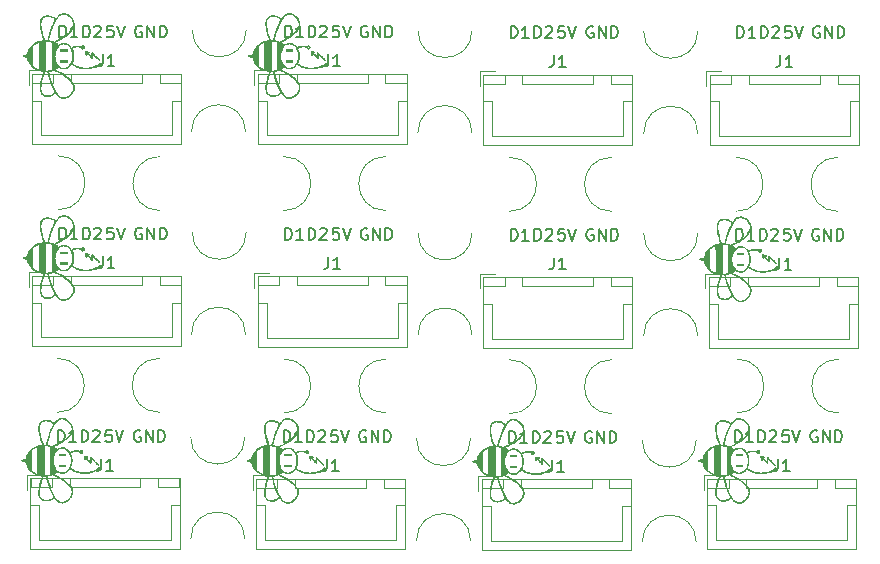
<source format=gbr>
%TF.GenerationSoftware,KiCad,Pcbnew,5.1.10-88a1d61d58~90~ubuntu20.04.1*%
%TF.CreationDate,2022-01-17T11:14:37+00:00*%
%TF.ProjectId,grove_adaptor_panel,67726f76-655f-4616-9461-70746f725f70,rev?*%
%TF.SameCoordinates,Original*%
%TF.FileFunction,Legend,Top*%
%TF.FilePolarity,Positive*%
%FSLAX46Y46*%
G04 Gerber Fmt 4.6, Leading zero omitted, Abs format (unit mm)*
G04 Created by KiCad (PCBNEW 5.1.10-88a1d61d58~90~ubuntu20.04.1) date 2022-01-17 11:14:37*
%MOMM*%
%LPD*%
G01*
G04 APERTURE LIST*
%ADD10C,0.150000*%
%ADD11C,0.120000*%
%ADD12C,0.010000*%
G04 APERTURE END LIST*
D10*
X138254904Y-105474380D02*
X138254904Y-104474380D01*
X138493000Y-104474380D01*
X138635857Y-104522000D01*
X138731095Y-104617238D01*
X138778714Y-104712476D01*
X138826333Y-104902952D01*
X138826333Y-105045809D01*
X138778714Y-105236285D01*
X138731095Y-105331523D01*
X138635857Y-105426761D01*
X138493000Y-105474380D01*
X138254904Y-105474380D01*
X139207285Y-104569619D02*
X139254904Y-104522000D01*
X139350142Y-104474380D01*
X139588238Y-104474380D01*
X139683476Y-104522000D01*
X139731095Y-104569619D01*
X139778714Y-104664857D01*
X139778714Y-104760095D01*
X139731095Y-104902952D01*
X139159666Y-105474380D01*
X139778714Y-105474380D01*
X143231095Y-104522000D02*
X143135857Y-104474380D01*
X142993000Y-104474380D01*
X142850142Y-104522000D01*
X142754904Y-104617238D01*
X142707285Y-104712476D01*
X142659666Y-104902952D01*
X142659666Y-105045809D01*
X142707285Y-105236285D01*
X142754904Y-105331523D01*
X142850142Y-105426761D01*
X142993000Y-105474380D01*
X143088238Y-105474380D01*
X143231095Y-105426761D01*
X143278714Y-105379142D01*
X143278714Y-105045809D01*
X143088238Y-105045809D01*
X143707285Y-105474380D02*
X143707285Y-104474380D01*
X144278714Y-105474380D01*
X144278714Y-104474380D01*
X144754904Y-105474380D02*
X144754904Y-104474380D01*
X144993000Y-104474380D01*
X145135857Y-104522000D01*
X145231095Y-104617238D01*
X145278714Y-104712476D01*
X145326333Y-104902952D01*
X145326333Y-105045809D01*
X145278714Y-105236285D01*
X145231095Y-105331523D01*
X145135857Y-105426761D01*
X144993000Y-105474380D01*
X144754904Y-105474380D01*
X136254904Y-105474380D02*
X136254904Y-104474380D01*
X136493000Y-104474380D01*
X136635857Y-104522000D01*
X136731095Y-104617238D01*
X136778714Y-104712476D01*
X136826333Y-104902952D01*
X136826333Y-105045809D01*
X136778714Y-105236285D01*
X136731095Y-105331523D01*
X136635857Y-105426761D01*
X136493000Y-105474380D01*
X136254904Y-105474380D01*
X137778714Y-105474380D02*
X137207285Y-105474380D01*
X137493000Y-105474380D02*
X137493000Y-104474380D01*
X137397761Y-104617238D01*
X137302523Y-104712476D01*
X137207285Y-104760095D01*
X140779523Y-104474380D02*
X140303333Y-104474380D01*
X140255714Y-104950571D01*
X140303333Y-104902952D01*
X140398571Y-104855333D01*
X140636666Y-104855333D01*
X140731904Y-104902952D01*
X140779523Y-104950571D01*
X140827142Y-105045809D01*
X140827142Y-105283904D01*
X140779523Y-105379142D01*
X140731904Y-105426761D01*
X140636666Y-105474380D01*
X140398571Y-105474380D01*
X140303333Y-105426761D01*
X140255714Y-105379142D01*
X141112857Y-104474380D02*
X141446190Y-105474380D01*
X141779523Y-104474380D01*
X157431904Y-88329380D02*
X157431904Y-87329380D01*
X157670000Y-87329380D01*
X157812857Y-87377000D01*
X157908095Y-87472238D01*
X157955714Y-87567476D01*
X158003333Y-87757952D01*
X158003333Y-87900809D01*
X157955714Y-88091285D01*
X157908095Y-88186523D01*
X157812857Y-88281761D01*
X157670000Y-88329380D01*
X157431904Y-88329380D01*
X158384285Y-87424619D02*
X158431904Y-87377000D01*
X158527142Y-87329380D01*
X158765238Y-87329380D01*
X158860476Y-87377000D01*
X158908095Y-87424619D01*
X158955714Y-87519857D01*
X158955714Y-87615095D01*
X158908095Y-87757952D01*
X158336666Y-88329380D01*
X158955714Y-88329380D01*
X162408095Y-87377000D02*
X162312857Y-87329380D01*
X162170000Y-87329380D01*
X162027142Y-87377000D01*
X161931904Y-87472238D01*
X161884285Y-87567476D01*
X161836666Y-87757952D01*
X161836666Y-87900809D01*
X161884285Y-88091285D01*
X161931904Y-88186523D01*
X162027142Y-88281761D01*
X162170000Y-88329380D01*
X162265238Y-88329380D01*
X162408095Y-88281761D01*
X162455714Y-88234142D01*
X162455714Y-87900809D01*
X162265238Y-87900809D01*
X162884285Y-88329380D02*
X162884285Y-87329380D01*
X163455714Y-88329380D01*
X163455714Y-87329380D01*
X163931904Y-88329380D02*
X163931904Y-87329380D01*
X164170000Y-87329380D01*
X164312857Y-87377000D01*
X164408095Y-87472238D01*
X164455714Y-87567476D01*
X164503333Y-87757952D01*
X164503333Y-87900809D01*
X164455714Y-88091285D01*
X164408095Y-88186523D01*
X164312857Y-88281761D01*
X164170000Y-88329380D01*
X163931904Y-88329380D01*
X155431904Y-88329380D02*
X155431904Y-87329380D01*
X155670000Y-87329380D01*
X155812857Y-87377000D01*
X155908095Y-87472238D01*
X155955714Y-87567476D01*
X156003333Y-87757952D01*
X156003333Y-87900809D01*
X155955714Y-88091285D01*
X155908095Y-88186523D01*
X155812857Y-88281761D01*
X155670000Y-88329380D01*
X155431904Y-88329380D01*
X156955714Y-88329380D02*
X156384285Y-88329380D01*
X156670000Y-88329380D02*
X156670000Y-87329380D01*
X156574761Y-87472238D01*
X156479523Y-87567476D01*
X156384285Y-87615095D01*
X159979523Y-87329380D02*
X159503333Y-87329380D01*
X159455714Y-87805571D01*
X159503333Y-87757952D01*
X159598571Y-87710333D01*
X159836666Y-87710333D01*
X159931904Y-87757952D01*
X159979523Y-87805571D01*
X160027142Y-87900809D01*
X160027142Y-88138904D01*
X159979523Y-88234142D01*
X159931904Y-88281761D01*
X159836666Y-88329380D01*
X159598571Y-88329380D01*
X159503333Y-88281761D01*
X159455714Y-88234142D01*
X160312857Y-87329380D02*
X160646190Y-88329380D01*
X160979523Y-87329380D01*
X138254904Y-88329380D02*
X138254904Y-87329380D01*
X138493000Y-87329380D01*
X138635857Y-87377000D01*
X138731095Y-87472238D01*
X138778714Y-87567476D01*
X138826333Y-87757952D01*
X138826333Y-87900809D01*
X138778714Y-88091285D01*
X138731095Y-88186523D01*
X138635857Y-88281761D01*
X138493000Y-88329380D01*
X138254904Y-88329380D01*
X139207285Y-87424619D02*
X139254904Y-87377000D01*
X139350142Y-87329380D01*
X139588238Y-87329380D01*
X139683476Y-87377000D01*
X139731095Y-87424619D01*
X139778714Y-87519857D01*
X139778714Y-87615095D01*
X139731095Y-87757952D01*
X139159666Y-88329380D01*
X139778714Y-88329380D01*
X143231095Y-87377000D02*
X143135857Y-87329380D01*
X142993000Y-87329380D01*
X142850142Y-87377000D01*
X142754904Y-87472238D01*
X142707285Y-87567476D01*
X142659666Y-87757952D01*
X142659666Y-87900809D01*
X142707285Y-88091285D01*
X142754904Y-88186523D01*
X142850142Y-88281761D01*
X142993000Y-88329380D01*
X143088238Y-88329380D01*
X143231095Y-88281761D01*
X143278714Y-88234142D01*
X143278714Y-87900809D01*
X143088238Y-87900809D01*
X143707285Y-88329380D02*
X143707285Y-87329380D01*
X144278714Y-88329380D01*
X144278714Y-87329380D01*
X144754904Y-88329380D02*
X144754904Y-87329380D01*
X144993000Y-87329380D01*
X145135857Y-87377000D01*
X145231095Y-87472238D01*
X145278714Y-87567476D01*
X145326333Y-87757952D01*
X145326333Y-87900809D01*
X145278714Y-88091285D01*
X145231095Y-88186523D01*
X145135857Y-88281761D01*
X144993000Y-88329380D01*
X144754904Y-88329380D01*
X136254904Y-88329380D02*
X136254904Y-87329380D01*
X136493000Y-87329380D01*
X136635857Y-87377000D01*
X136731095Y-87472238D01*
X136778714Y-87567476D01*
X136826333Y-87757952D01*
X136826333Y-87900809D01*
X136778714Y-88091285D01*
X136731095Y-88186523D01*
X136635857Y-88281761D01*
X136493000Y-88329380D01*
X136254904Y-88329380D01*
X137778714Y-88329380D02*
X137207285Y-88329380D01*
X137493000Y-88329380D02*
X137493000Y-87329380D01*
X137397761Y-87472238D01*
X137302523Y-87567476D01*
X137207285Y-87615095D01*
X140802523Y-87329380D02*
X140326333Y-87329380D01*
X140278714Y-87805571D01*
X140326333Y-87757952D01*
X140421571Y-87710333D01*
X140659666Y-87710333D01*
X140754904Y-87757952D01*
X140802523Y-87805571D01*
X140850142Y-87900809D01*
X140850142Y-88138904D01*
X140802523Y-88234142D01*
X140754904Y-88281761D01*
X140659666Y-88329380D01*
X140421571Y-88329380D01*
X140326333Y-88281761D01*
X140278714Y-88234142D01*
X141135857Y-87329380D02*
X141469190Y-88329380D01*
X141802523Y-87329380D01*
X119141404Y-105410880D02*
X119141404Y-104410880D01*
X119379500Y-104410880D01*
X119522357Y-104458500D01*
X119617595Y-104553738D01*
X119665214Y-104648976D01*
X119712833Y-104839452D01*
X119712833Y-104982309D01*
X119665214Y-105172785D01*
X119617595Y-105268023D01*
X119522357Y-105363261D01*
X119379500Y-105410880D01*
X119141404Y-105410880D01*
X120093785Y-104506119D02*
X120141404Y-104458500D01*
X120236642Y-104410880D01*
X120474738Y-104410880D01*
X120569976Y-104458500D01*
X120617595Y-104506119D01*
X120665214Y-104601357D01*
X120665214Y-104696595D01*
X120617595Y-104839452D01*
X120046166Y-105410880D01*
X120665214Y-105410880D01*
X124117595Y-104458500D02*
X124022357Y-104410880D01*
X123879500Y-104410880D01*
X123736642Y-104458500D01*
X123641404Y-104553738D01*
X123593785Y-104648976D01*
X123546166Y-104839452D01*
X123546166Y-104982309D01*
X123593785Y-105172785D01*
X123641404Y-105268023D01*
X123736642Y-105363261D01*
X123879500Y-105410880D01*
X123974738Y-105410880D01*
X124117595Y-105363261D01*
X124165214Y-105315642D01*
X124165214Y-104982309D01*
X123974738Y-104982309D01*
X124593785Y-105410880D02*
X124593785Y-104410880D01*
X125165214Y-105410880D01*
X125165214Y-104410880D01*
X125641404Y-105410880D02*
X125641404Y-104410880D01*
X125879500Y-104410880D01*
X126022357Y-104458500D01*
X126117595Y-104553738D01*
X126165214Y-104648976D01*
X126212833Y-104839452D01*
X126212833Y-104982309D01*
X126165214Y-105172785D01*
X126117595Y-105268023D01*
X126022357Y-105363261D01*
X125879500Y-105410880D01*
X125641404Y-105410880D01*
X117141404Y-105410880D02*
X117141404Y-104410880D01*
X117379500Y-104410880D01*
X117522357Y-104458500D01*
X117617595Y-104553738D01*
X117665214Y-104648976D01*
X117712833Y-104839452D01*
X117712833Y-104982309D01*
X117665214Y-105172785D01*
X117617595Y-105268023D01*
X117522357Y-105363261D01*
X117379500Y-105410880D01*
X117141404Y-105410880D01*
X118665214Y-105410880D02*
X118093785Y-105410880D01*
X118379500Y-105410880D02*
X118379500Y-104410880D01*
X118284261Y-104553738D01*
X118189023Y-104648976D01*
X118093785Y-104696595D01*
X121689023Y-104410880D02*
X121212833Y-104410880D01*
X121165214Y-104887071D01*
X121212833Y-104839452D01*
X121308071Y-104791833D01*
X121546166Y-104791833D01*
X121641404Y-104839452D01*
X121689023Y-104887071D01*
X121736642Y-104982309D01*
X121736642Y-105220404D01*
X121689023Y-105315642D01*
X121641404Y-105363261D01*
X121546166Y-105410880D01*
X121308071Y-105410880D01*
X121212833Y-105363261D01*
X121165214Y-105315642D01*
X122022357Y-104410880D02*
X122355690Y-105410880D01*
X122689023Y-104410880D01*
X99910904Y-122517880D02*
X99910904Y-121517880D01*
X100149000Y-121517880D01*
X100291857Y-121565500D01*
X100387095Y-121660738D01*
X100434714Y-121755976D01*
X100482333Y-121946452D01*
X100482333Y-122089309D01*
X100434714Y-122279785D01*
X100387095Y-122375023D01*
X100291857Y-122470261D01*
X100149000Y-122517880D01*
X99910904Y-122517880D01*
X100863285Y-121613119D02*
X100910904Y-121565500D01*
X101006142Y-121517880D01*
X101244238Y-121517880D01*
X101339476Y-121565500D01*
X101387095Y-121613119D01*
X101434714Y-121708357D01*
X101434714Y-121803595D01*
X101387095Y-121946452D01*
X100815666Y-122517880D01*
X101434714Y-122517880D01*
X102458523Y-121517880D02*
X101982333Y-121517880D01*
X101934714Y-121994071D01*
X101982333Y-121946452D01*
X102077571Y-121898833D01*
X102315666Y-121898833D01*
X102410904Y-121946452D01*
X102458523Y-121994071D01*
X102506142Y-122089309D01*
X102506142Y-122327404D01*
X102458523Y-122422642D01*
X102410904Y-122470261D01*
X102315666Y-122517880D01*
X102077571Y-122517880D01*
X101982333Y-122470261D01*
X101934714Y-122422642D01*
X102791857Y-121517880D02*
X103125190Y-122517880D01*
X103458523Y-121517880D01*
X104887095Y-121565500D02*
X104791857Y-121517880D01*
X104649000Y-121517880D01*
X104506142Y-121565500D01*
X104410904Y-121660738D01*
X104363285Y-121755976D01*
X104315666Y-121946452D01*
X104315666Y-122089309D01*
X104363285Y-122279785D01*
X104410904Y-122375023D01*
X104506142Y-122470261D01*
X104649000Y-122517880D01*
X104744238Y-122517880D01*
X104887095Y-122470261D01*
X104934714Y-122422642D01*
X104934714Y-122089309D01*
X104744238Y-122089309D01*
X105363285Y-122517880D02*
X105363285Y-121517880D01*
X105934714Y-122517880D01*
X105934714Y-121517880D01*
X106410904Y-122517880D02*
X106410904Y-121517880D01*
X106649000Y-121517880D01*
X106791857Y-121565500D01*
X106887095Y-121660738D01*
X106934714Y-121755976D01*
X106982333Y-121946452D01*
X106982333Y-122089309D01*
X106934714Y-122279785D01*
X106887095Y-122375023D01*
X106791857Y-122470261D01*
X106649000Y-122517880D01*
X106410904Y-122517880D01*
X97910904Y-122517880D02*
X97910904Y-121517880D01*
X98149000Y-121517880D01*
X98291857Y-121565500D01*
X98387095Y-121660738D01*
X98434714Y-121755976D01*
X98482333Y-121946452D01*
X98482333Y-122089309D01*
X98434714Y-122279785D01*
X98387095Y-122375023D01*
X98291857Y-122470261D01*
X98149000Y-122517880D01*
X97910904Y-122517880D01*
X99434714Y-122517880D02*
X98863285Y-122517880D01*
X99149000Y-122517880D02*
X99149000Y-121517880D01*
X99053761Y-121660738D01*
X98958523Y-121755976D01*
X98863285Y-121803595D01*
X98037904Y-105372880D02*
X98037904Y-104372880D01*
X98276000Y-104372880D01*
X98418857Y-104420500D01*
X98514095Y-104515738D01*
X98561714Y-104610976D01*
X98609333Y-104801452D01*
X98609333Y-104944309D01*
X98561714Y-105134785D01*
X98514095Y-105230023D01*
X98418857Y-105325261D01*
X98276000Y-105372880D01*
X98037904Y-105372880D01*
X99561714Y-105372880D02*
X98990285Y-105372880D01*
X99276000Y-105372880D02*
X99276000Y-104372880D01*
X99180761Y-104515738D01*
X99085523Y-104610976D01*
X98990285Y-104658595D01*
X105014095Y-104420500D02*
X104918857Y-104372880D01*
X104776000Y-104372880D01*
X104633142Y-104420500D01*
X104537904Y-104515738D01*
X104490285Y-104610976D01*
X104442666Y-104801452D01*
X104442666Y-104944309D01*
X104490285Y-105134785D01*
X104537904Y-105230023D01*
X104633142Y-105325261D01*
X104776000Y-105372880D01*
X104871238Y-105372880D01*
X105014095Y-105325261D01*
X105061714Y-105277642D01*
X105061714Y-104944309D01*
X104871238Y-104944309D01*
X105490285Y-105372880D02*
X105490285Y-104372880D01*
X106061714Y-105372880D01*
X106061714Y-104372880D01*
X106537904Y-105372880D02*
X106537904Y-104372880D01*
X106776000Y-104372880D01*
X106918857Y-104420500D01*
X107014095Y-104515738D01*
X107061714Y-104610976D01*
X107109333Y-104801452D01*
X107109333Y-104944309D01*
X107061714Y-105134785D01*
X107014095Y-105230023D01*
X106918857Y-105325261D01*
X106776000Y-105372880D01*
X106537904Y-105372880D01*
X102585523Y-104372880D02*
X102109333Y-104372880D01*
X102061714Y-104849071D01*
X102109333Y-104801452D01*
X102204571Y-104753833D01*
X102442666Y-104753833D01*
X102537904Y-104801452D01*
X102585523Y-104849071D01*
X102633142Y-104944309D01*
X102633142Y-105182404D01*
X102585523Y-105277642D01*
X102537904Y-105325261D01*
X102442666Y-105372880D01*
X102204571Y-105372880D01*
X102109333Y-105325261D01*
X102061714Y-105277642D01*
X102918857Y-104372880D02*
X103252190Y-105372880D01*
X103585523Y-104372880D01*
X100037904Y-105372880D02*
X100037904Y-104372880D01*
X100276000Y-104372880D01*
X100418857Y-104420500D01*
X100514095Y-104515738D01*
X100561714Y-104610976D01*
X100609333Y-104801452D01*
X100609333Y-104944309D01*
X100561714Y-105134785D01*
X100514095Y-105230023D01*
X100418857Y-105325261D01*
X100276000Y-105372880D01*
X100037904Y-105372880D01*
X100990285Y-104468119D02*
X101037904Y-104420500D01*
X101133142Y-104372880D01*
X101371238Y-104372880D01*
X101466476Y-104420500D01*
X101514095Y-104468119D01*
X101561714Y-104563357D01*
X101561714Y-104658595D01*
X101514095Y-104801452D01*
X100942666Y-105372880D01*
X101561714Y-105372880D01*
X162197595Y-121587500D02*
X162102357Y-121539880D01*
X161959500Y-121539880D01*
X161816642Y-121587500D01*
X161721404Y-121682738D01*
X161673785Y-121777976D01*
X161626166Y-121968452D01*
X161626166Y-122111309D01*
X161673785Y-122301785D01*
X161721404Y-122397023D01*
X161816642Y-122492261D01*
X161959500Y-122539880D01*
X162054738Y-122539880D01*
X162197595Y-122492261D01*
X162245214Y-122444642D01*
X162245214Y-122111309D01*
X162054738Y-122111309D01*
X162673785Y-122539880D02*
X162673785Y-121539880D01*
X163245214Y-122539880D01*
X163245214Y-121539880D01*
X163721404Y-122539880D02*
X163721404Y-121539880D01*
X163959500Y-121539880D01*
X164102357Y-121587500D01*
X164197595Y-121682738D01*
X164245214Y-121777976D01*
X164292833Y-121968452D01*
X164292833Y-122111309D01*
X164245214Y-122301785D01*
X164197595Y-122397023D01*
X164102357Y-122492261D01*
X163959500Y-122539880D01*
X163721404Y-122539880D01*
X143094095Y-121651000D02*
X142998857Y-121603380D01*
X142856000Y-121603380D01*
X142713142Y-121651000D01*
X142617904Y-121746238D01*
X142570285Y-121841476D01*
X142522666Y-122031952D01*
X142522666Y-122174809D01*
X142570285Y-122365285D01*
X142617904Y-122460523D01*
X142713142Y-122555761D01*
X142856000Y-122603380D01*
X142951238Y-122603380D01*
X143094095Y-122555761D01*
X143141714Y-122508142D01*
X143141714Y-122174809D01*
X142951238Y-122174809D01*
X143570285Y-122603380D02*
X143570285Y-121603380D01*
X144141714Y-122603380D01*
X144141714Y-121603380D01*
X144617904Y-122603380D02*
X144617904Y-121603380D01*
X144856000Y-121603380D01*
X144998857Y-121651000D01*
X145094095Y-121746238D01*
X145141714Y-121841476D01*
X145189333Y-122031952D01*
X145189333Y-122174809D01*
X145141714Y-122365285D01*
X145094095Y-122460523D01*
X144998857Y-122555761D01*
X144856000Y-122603380D01*
X144617904Y-122603380D01*
X123990595Y-121587500D02*
X123895357Y-121539880D01*
X123752500Y-121539880D01*
X123609642Y-121587500D01*
X123514404Y-121682738D01*
X123466785Y-121777976D01*
X123419166Y-121968452D01*
X123419166Y-122111309D01*
X123466785Y-122301785D01*
X123514404Y-122397023D01*
X123609642Y-122492261D01*
X123752500Y-122539880D01*
X123847738Y-122539880D01*
X123990595Y-122492261D01*
X124038214Y-122444642D01*
X124038214Y-122111309D01*
X123847738Y-122111309D01*
X124466785Y-122539880D02*
X124466785Y-121539880D01*
X125038214Y-122539880D01*
X125038214Y-121539880D01*
X125514404Y-122539880D02*
X125514404Y-121539880D01*
X125752500Y-121539880D01*
X125895357Y-121587500D01*
X125990595Y-121682738D01*
X126038214Y-121777976D01*
X126085833Y-121968452D01*
X126085833Y-122111309D01*
X126038214Y-122301785D01*
X125990595Y-122397023D01*
X125895357Y-122492261D01*
X125752500Y-122539880D01*
X125514404Y-122539880D01*
X162324595Y-104525500D02*
X162229357Y-104477880D01*
X162086500Y-104477880D01*
X161943642Y-104525500D01*
X161848404Y-104620738D01*
X161800785Y-104715976D01*
X161753166Y-104906452D01*
X161753166Y-105049309D01*
X161800785Y-105239785D01*
X161848404Y-105335023D01*
X161943642Y-105430261D01*
X162086500Y-105477880D01*
X162181738Y-105477880D01*
X162324595Y-105430261D01*
X162372214Y-105382642D01*
X162372214Y-105049309D01*
X162181738Y-105049309D01*
X162800785Y-105477880D02*
X162800785Y-104477880D01*
X163372214Y-105477880D01*
X163372214Y-104477880D01*
X163848404Y-105477880D02*
X163848404Y-104477880D01*
X164086500Y-104477880D01*
X164229357Y-104525500D01*
X164324595Y-104620738D01*
X164372214Y-104715976D01*
X164419833Y-104906452D01*
X164419833Y-105049309D01*
X164372214Y-105239785D01*
X164324595Y-105335023D01*
X164229357Y-105430261D01*
X164086500Y-105477880D01*
X163848404Y-105477880D01*
X124117595Y-87317000D02*
X124022357Y-87269380D01*
X123879500Y-87269380D01*
X123736642Y-87317000D01*
X123641404Y-87412238D01*
X123593785Y-87507476D01*
X123546166Y-87697952D01*
X123546166Y-87840809D01*
X123593785Y-88031285D01*
X123641404Y-88126523D01*
X123736642Y-88221761D01*
X123879500Y-88269380D01*
X123974738Y-88269380D01*
X124117595Y-88221761D01*
X124165214Y-88174142D01*
X124165214Y-87840809D01*
X123974738Y-87840809D01*
X124593785Y-88269380D02*
X124593785Y-87269380D01*
X125165214Y-88269380D01*
X125165214Y-87269380D01*
X125641404Y-88269380D02*
X125641404Y-87269380D01*
X125879500Y-87269380D01*
X126022357Y-87317000D01*
X126117595Y-87412238D01*
X126165214Y-87507476D01*
X126212833Y-87697952D01*
X126212833Y-87840809D01*
X126165214Y-88031285D01*
X126117595Y-88126523D01*
X126022357Y-88221761D01*
X125879500Y-88269380D01*
X125641404Y-88269380D01*
X155221404Y-122539880D02*
X155221404Y-121539880D01*
X155459500Y-121539880D01*
X155602357Y-121587500D01*
X155697595Y-121682738D01*
X155745214Y-121777976D01*
X155792833Y-121968452D01*
X155792833Y-122111309D01*
X155745214Y-122301785D01*
X155697595Y-122397023D01*
X155602357Y-122492261D01*
X155459500Y-122539880D01*
X155221404Y-122539880D01*
X156745214Y-122539880D02*
X156173785Y-122539880D01*
X156459500Y-122539880D02*
X156459500Y-121539880D01*
X156364261Y-121682738D01*
X156269023Y-121777976D01*
X156173785Y-121825595D01*
X136117904Y-122603380D02*
X136117904Y-121603380D01*
X136356000Y-121603380D01*
X136498857Y-121651000D01*
X136594095Y-121746238D01*
X136641714Y-121841476D01*
X136689333Y-122031952D01*
X136689333Y-122174809D01*
X136641714Y-122365285D01*
X136594095Y-122460523D01*
X136498857Y-122555761D01*
X136356000Y-122603380D01*
X136117904Y-122603380D01*
X137641714Y-122603380D02*
X137070285Y-122603380D01*
X137356000Y-122603380D02*
X137356000Y-121603380D01*
X137260761Y-121746238D01*
X137165523Y-121841476D01*
X137070285Y-121889095D01*
X117014404Y-122539880D02*
X117014404Y-121539880D01*
X117252500Y-121539880D01*
X117395357Y-121587500D01*
X117490595Y-121682738D01*
X117538214Y-121777976D01*
X117585833Y-121968452D01*
X117585833Y-122111309D01*
X117538214Y-122301785D01*
X117490595Y-122397023D01*
X117395357Y-122492261D01*
X117252500Y-122539880D01*
X117014404Y-122539880D01*
X118538214Y-122539880D02*
X117966785Y-122539880D01*
X118252500Y-122539880D02*
X118252500Y-121539880D01*
X118157261Y-121682738D01*
X118062023Y-121777976D01*
X117966785Y-121825595D01*
X155348404Y-105477880D02*
X155348404Y-104477880D01*
X155586500Y-104477880D01*
X155729357Y-104525500D01*
X155824595Y-104620738D01*
X155872214Y-104715976D01*
X155919833Y-104906452D01*
X155919833Y-105049309D01*
X155872214Y-105239785D01*
X155824595Y-105335023D01*
X155729357Y-105430261D01*
X155586500Y-105477880D01*
X155348404Y-105477880D01*
X156872214Y-105477880D02*
X156300785Y-105477880D01*
X156586500Y-105477880D02*
X156586500Y-104477880D01*
X156491261Y-104620738D01*
X156396023Y-104715976D01*
X156300785Y-104763595D01*
X117141404Y-88269380D02*
X117141404Y-87269380D01*
X117379500Y-87269380D01*
X117522357Y-87317000D01*
X117617595Y-87412238D01*
X117665214Y-87507476D01*
X117712833Y-87697952D01*
X117712833Y-87840809D01*
X117665214Y-88031285D01*
X117617595Y-88126523D01*
X117522357Y-88221761D01*
X117379500Y-88269380D01*
X117141404Y-88269380D01*
X118665214Y-88269380D02*
X118093785Y-88269380D01*
X118379500Y-88269380D02*
X118379500Y-87269380D01*
X118284261Y-87412238D01*
X118189023Y-87507476D01*
X118093785Y-87555095D01*
X159769023Y-121539880D02*
X159292833Y-121539880D01*
X159245214Y-122016071D01*
X159292833Y-121968452D01*
X159388071Y-121920833D01*
X159626166Y-121920833D01*
X159721404Y-121968452D01*
X159769023Y-122016071D01*
X159816642Y-122111309D01*
X159816642Y-122349404D01*
X159769023Y-122444642D01*
X159721404Y-122492261D01*
X159626166Y-122539880D01*
X159388071Y-122539880D01*
X159292833Y-122492261D01*
X159245214Y-122444642D01*
X160102357Y-121539880D02*
X160435690Y-122539880D01*
X160769023Y-121539880D01*
X140665523Y-121603380D02*
X140189333Y-121603380D01*
X140141714Y-122079571D01*
X140189333Y-122031952D01*
X140284571Y-121984333D01*
X140522666Y-121984333D01*
X140617904Y-122031952D01*
X140665523Y-122079571D01*
X140713142Y-122174809D01*
X140713142Y-122412904D01*
X140665523Y-122508142D01*
X140617904Y-122555761D01*
X140522666Y-122603380D01*
X140284571Y-122603380D01*
X140189333Y-122555761D01*
X140141714Y-122508142D01*
X140998857Y-121603380D02*
X141332190Y-122603380D01*
X141665523Y-121603380D01*
X121562023Y-121539880D02*
X121085833Y-121539880D01*
X121038214Y-122016071D01*
X121085833Y-121968452D01*
X121181071Y-121920833D01*
X121419166Y-121920833D01*
X121514404Y-121968452D01*
X121562023Y-122016071D01*
X121609642Y-122111309D01*
X121609642Y-122349404D01*
X121562023Y-122444642D01*
X121514404Y-122492261D01*
X121419166Y-122539880D01*
X121181071Y-122539880D01*
X121085833Y-122492261D01*
X121038214Y-122444642D01*
X121895357Y-121539880D02*
X122228690Y-122539880D01*
X122562023Y-121539880D01*
X159896023Y-104477880D02*
X159419833Y-104477880D01*
X159372214Y-104954071D01*
X159419833Y-104906452D01*
X159515071Y-104858833D01*
X159753166Y-104858833D01*
X159848404Y-104906452D01*
X159896023Y-104954071D01*
X159943642Y-105049309D01*
X159943642Y-105287404D01*
X159896023Y-105382642D01*
X159848404Y-105430261D01*
X159753166Y-105477880D01*
X159515071Y-105477880D01*
X159419833Y-105430261D01*
X159372214Y-105382642D01*
X160229357Y-104477880D02*
X160562690Y-105477880D01*
X160896023Y-104477880D01*
X121689023Y-87269380D02*
X121212833Y-87269380D01*
X121165214Y-87745571D01*
X121212833Y-87697952D01*
X121308071Y-87650333D01*
X121546166Y-87650333D01*
X121641404Y-87697952D01*
X121689023Y-87745571D01*
X121736642Y-87840809D01*
X121736642Y-88078904D01*
X121689023Y-88174142D01*
X121641404Y-88221761D01*
X121546166Y-88269380D01*
X121308071Y-88269380D01*
X121212833Y-88221761D01*
X121165214Y-88174142D01*
X122022357Y-87269380D02*
X122355690Y-88269380D01*
X122689023Y-87269380D01*
X157221404Y-122539880D02*
X157221404Y-121539880D01*
X157459500Y-121539880D01*
X157602357Y-121587500D01*
X157697595Y-121682738D01*
X157745214Y-121777976D01*
X157792833Y-121968452D01*
X157792833Y-122111309D01*
X157745214Y-122301785D01*
X157697595Y-122397023D01*
X157602357Y-122492261D01*
X157459500Y-122539880D01*
X157221404Y-122539880D01*
X158173785Y-121635119D02*
X158221404Y-121587500D01*
X158316642Y-121539880D01*
X158554738Y-121539880D01*
X158649976Y-121587500D01*
X158697595Y-121635119D01*
X158745214Y-121730357D01*
X158745214Y-121825595D01*
X158697595Y-121968452D01*
X158126166Y-122539880D01*
X158745214Y-122539880D01*
X138117904Y-122603380D02*
X138117904Y-121603380D01*
X138356000Y-121603380D01*
X138498857Y-121651000D01*
X138594095Y-121746238D01*
X138641714Y-121841476D01*
X138689333Y-122031952D01*
X138689333Y-122174809D01*
X138641714Y-122365285D01*
X138594095Y-122460523D01*
X138498857Y-122555761D01*
X138356000Y-122603380D01*
X138117904Y-122603380D01*
X139070285Y-121698619D02*
X139117904Y-121651000D01*
X139213142Y-121603380D01*
X139451238Y-121603380D01*
X139546476Y-121651000D01*
X139594095Y-121698619D01*
X139641714Y-121793857D01*
X139641714Y-121889095D01*
X139594095Y-122031952D01*
X139022666Y-122603380D01*
X139641714Y-122603380D01*
X119014404Y-122539880D02*
X119014404Y-121539880D01*
X119252500Y-121539880D01*
X119395357Y-121587500D01*
X119490595Y-121682738D01*
X119538214Y-121777976D01*
X119585833Y-121968452D01*
X119585833Y-122111309D01*
X119538214Y-122301785D01*
X119490595Y-122397023D01*
X119395357Y-122492261D01*
X119252500Y-122539880D01*
X119014404Y-122539880D01*
X119966785Y-121635119D02*
X120014404Y-121587500D01*
X120109642Y-121539880D01*
X120347738Y-121539880D01*
X120442976Y-121587500D01*
X120490595Y-121635119D01*
X120538214Y-121730357D01*
X120538214Y-121825595D01*
X120490595Y-121968452D01*
X119919166Y-122539880D01*
X120538214Y-122539880D01*
X157348404Y-105477880D02*
X157348404Y-104477880D01*
X157586500Y-104477880D01*
X157729357Y-104525500D01*
X157824595Y-104620738D01*
X157872214Y-104715976D01*
X157919833Y-104906452D01*
X157919833Y-105049309D01*
X157872214Y-105239785D01*
X157824595Y-105335023D01*
X157729357Y-105430261D01*
X157586500Y-105477880D01*
X157348404Y-105477880D01*
X158300785Y-104573119D02*
X158348404Y-104525500D01*
X158443642Y-104477880D01*
X158681738Y-104477880D01*
X158776976Y-104525500D01*
X158824595Y-104573119D01*
X158872214Y-104668357D01*
X158872214Y-104763595D01*
X158824595Y-104906452D01*
X158253166Y-105477880D01*
X158872214Y-105477880D01*
X119141404Y-88269380D02*
X119141404Y-87269380D01*
X119379500Y-87269380D01*
X119522357Y-87317000D01*
X119617595Y-87412238D01*
X119665214Y-87507476D01*
X119712833Y-87697952D01*
X119712833Y-87840809D01*
X119665214Y-88031285D01*
X119617595Y-88126523D01*
X119522357Y-88221761D01*
X119379500Y-88269380D01*
X119141404Y-88269380D01*
X120093785Y-87364619D02*
X120141404Y-87317000D01*
X120236642Y-87269380D01*
X120474738Y-87269380D01*
X120569976Y-87317000D01*
X120617595Y-87364619D01*
X120665214Y-87459857D01*
X120665214Y-87555095D01*
X120617595Y-87697952D01*
X120046166Y-88269380D01*
X120665214Y-88269380D01*
X98037904Y-88269380D02*
X98037904Y-87269380D01*
X98276000Y-87269380D01*
X98418857Y-87317000D01*
X98514095Y-87412238D01*
X98561714Y-87507476D01*
X98609333Y-87697952D01*
X98609333Y-87840809D01*
X98561714Y-88031285D01*
X98514095Y-88126523D01*
X98418857Y-88221761D01*
X98276000Y-88269380D01*
X98037904Y-88269380D01*
X99561714Y-88269380D02*
X98990285Y-88269380D01*
X99276000Y-88269380D02*
X99276000Y-87269380D01*
X99180761Y-87412238D01*
X99085523Y-87507476D01*
X98990285Y-87555095D01*
X100037904Y-88269380D02*
X100037904Y-87269380D01*
X100276000Y-87269380D01*
X100418857Y-87317000D01*
X100514095Y-87412238D01*
X100561714Y-87507476D01*
X100609333Y-87697952D01*
X100609333Y-87840809D01*
X100561714Y-88031285D01*
X100514095Y-88126523D01*
X100418857Y-88221761D01*
X100276000Y-88269380D01*
X100037904Y-88269380D01*
X100990285Y-87364619D02*
X101037904Y-87317000D01*
X101133142Y-87269380D01*
X101371238Y-87269380D01*
X101466476Y-87317000D01*
X101514095Y-87364619D01*
X101561714Y-87459857D01*
X101561714Y-87555095D01*
X101514095Y-87697952D01*
X100942666Y-88269380D01*
X101561714Y-88269380D01*
X102585523Y-87269380D02*
X102109333Y-87269380D01*
X102061714Y-87745571D01*
X102109333Y-87697952D01*
X102204571Y-87650333D01*
X102442666Y-87650333D01*
X102537904Y-87697952D01*
X102585523Y-87745571D01*
X102633142Y-87840809D01*
X102633142Y-88078904D01*
X102585523Y-88174142D01*
X102537904Y-88221761D01*
X102442666Y-88269380D01*
X102204571Y-88269380D01*
X102109333Y-88221761D01*
X102061714Y-88174142D01*
X102918857Y-87269380D02*
X103252190Y-88269380D01*
X103585523Y-87269380D01*
X105014095Y-87317000D02*
X104918857Y-87269380D01*
X104776000Y-87269380D01*
X104633142Y-87317000D01*
X104537904Y-87412238D01*
X104490285Y-87507476D01*
X104442666Y-87697952D01*
X104442666Y-87840809D01*
X104490285Y-88031285D01*
X104537904Y-88126523D01*
X104633142Y-88221761D01*
X104776000Y-88269380D01*
X104871238Y-88269380D01*
X105014095Y-88221761D01*
X105061714Y-88174142D01*
X105061714Y-87840809D01*
X104871238Y-87840809D01*
X105490285Y-88269380D02*
X105490285Y-87269380D01*
X106061714Y-88269380D01*
X106061714Y-87269380D01*
X106537904Y-88269380D02*
X106537904Y-87269380D01*
X106776000Y-87269380D01*
X106918857Y-87317000D01*
X107014095Y-87412238D01*
X107061714Y-87507476D01*
X107109333Y-87697952D01*
X107109333Y-87840809D01*
X107061714Y-88031285D01*
X107014095Y-88126523D01*
X106918857Y-88221761D01*
X106776000Y-88269380D01*
X106537904Y-88269380D01*
D11*
%TO.C,mouse-bite-5mm-slot*%
X163957000Y-102997000D02*
G75*
G02*
X163957000Y-98425000I0J2286000D01*
G01*
X155321000Y-98425000D02*
G75*
G02*
X155321000Y-102997000I0J-2286000D01*
G01*
X152082500Y-104898500D02*
G75*
G02*
X147510500Y-104898500I-2286000J0D01*
G01*
X147510500Y-113534500D02*
G75*
G02*
X152082500Y-113534500I2286000J0D01*
G01*
X144783500Y-120138500D02*
G75*
G02*
X144783500Y-115566500I0J2286000D01*
G01*
X136147500Y-115566500D02*
G75*
G02*
X136147500Y-120138500I0J-2286000D01*
G01*
%TO.C,J1*%
X133933000Y-108562000D02*
X133933000Y-114532000D01*
X133933000Y-114532000D02*
X146553000Y-114532000D01*
X146553000Y-114532000D02*
X146553000Y-108562000D01*
X146553000Y-108562000D02*
X133933000Y-108562000D01*
X137243000Y-108572000D02*
X137243000Y-109322000D01*
X137243000Y-109322000D02*
X143243000Y-109322000D01*
X143243000Y-109322000D02*
X143243000Y-108572000D01*
X143243000Y-108572000D02*
X137243000Y-108572000D01*
X133943000Y-108572000D02*
X133943000Y-109322000D01*
X133943000Y-109322000D02*
X135743000Y-109322000D01*
X135743000Y-109322000D02*
X135743000Y-108572000D01*
X135743000Y-108572000D02*
X133943000Y-108572000D01*
X144743000Y-108572000D02*
X144743000Y-109322000D01*
X144743000Y-109322000D02*
X146543000Y-109322000D01*
X146543000Y-109322000D02*
X146543000Y-108572000D01*
X146543000Y-108572000D02*
X144743000Y-108572000D01*
X133943000Y-110822000D02*
X134693000Y-110822000D01*
X134693000Y-110822000D02*
X134693000Y-113772000D01*
X134693000Y-113772000D02*
X140243000Y-113772000D01*
X146543000Y-110822000D02*
X145793000Y-110822000D01*
X145793000Y-110822000D02*
X145793000Y-113772000D01*
X145793000Y-113772000D02*
X140243000Y-113772000D01*
X134893000Y-108272000D02*
X133643000Y-108272000D01*
X133643000Y-108272000D02*
X133643000Y-109522000D01*
X153110000Y-91417000D02*
X153110000Y-97387000D01*
X153110000Y-97387000D02*
X165730000Y-97387000D01*
X165730000Y-97387000D02*
X165730000Y-91417000D01*
X165730000Y-91417000D02*
X153110000Y-91417000D01*
X156420000Y-91427000D02*
X156420000Y-92177000D01*
X156420000Y-92177000D02*
X162420000Y-92177000D01*
X162420000Y-92177000D02*
X162420000Y-91427000D01*
X162420000Y-91427000D02*
X156420000Y-91427000D01*
X153120000Y-91427000D02*
X153120000Y-92177000D01*
X153120000Y-92177000D02*
X154920000Y-92177000D01*
X154920000Y-92177000D02*
X154920000Y-91427000D01*
X154920000Y-91427000D02*
X153120000Y-91427000D01*
X163920000Y-91427000D02*
X163920000Y-92177000D01*
X163920000Y-92177000D02*
X165720000Y-92177000D01*
X165720000Y-92177000D02*
X165720000Y-91427000D01*
X165720000Y-91427000D02*
X163920000Y-91427000D01*
X153120000Y-93677000D02*
X153870000Y-93677000D01*
X153870000Y-93677000D02*
X153870000Y-96627000D01*
X153870000Y-96627000D02*
X159420000Y-96627000D01*
X165720000Y-93677000D02*
X164970000Y-93677000D01*
X164970000Y-93677000D02*
X164970000Y-96627000D01*
X164970000Y-96627000D02*
X159420000Y-96627000D01*
X154070000Y-91127000D02*
X152820000Y-91127000D01*
X152820000Y-91127000D02*
X152820000Y-92377000D01*
%TO.C,mouse-bite-5mm-slot*%
X152082500Y-87753500D02*
G75*
G02*
X147510500Y-87753500I-2286000J0D01*
G01*
X147510500Y-96389500D02*
G75*
G02*
X152082500Y-96389500I2286000J0D01*
G01*
X144783500Y-102993500D02*
G75*
G02*
X144783500Y-98421500I0J2286000D01*
G01*
X136147500Y-98421500D02*
G75*
G02*
X136147500Y-102993500I0J-2286000D01*
G01*
%TO.C,J1*%
X133933000Y-91417000D02*
X133933000Y-97387000D01*
X133933000Y-97387000D02*
X146553000Y-97387000D01*
X146553000Y-97387000D02*
X146553000Y-91417000D01*
X146553000Y-91417000D02*
X133933000Y-91417000D01*
X137243000Y-91427000D02*
X137243000Y-92177000D01*
X137243000Y-92177000D02*
X143243000Y-92177000D01*
X143243000Y-92177000D02*
X143243000Y-91427000D01*
X143243000Y-91427000D02*
X137243000Y-91427000D01*
X133943000Y-91427000D02*
X133943000Y-92177000D01*
X133943000Y-92177000D02*
X135743000Y-92177000D01*
X135743000Y-92177000D02*
X135743000Y-91427000D01*
X135743000Y-91427000D02*
X133943000Y-91427000D01*
X144743000Y-91427000D02*
X144743000Y-92177000D01*
X144743000Y-92177000D02*
X146543000Y-92177000D01*
X146543000Y-92177000D02*
X146543000Y-91427000D01*
X146543000Y-91427000D02*
X144743000Y-91427000D01*
X133943000Y-93677000D02*
X134693000Y-93677000D01*
X134693000Y-93677000D02*
X134693000Y-96627000D01*
X134693000Y-96627000D02*
X140243000Y-96627000D01*
X146543000Y-93677000D02*
X145793000Y-93677000D01*
X145793000Y-93677000D02*
X145793000Y-96627000D01*
X145793000Y-96627000D02*
X140243000Y-96627000D01*
X134893000Y-91127000D02*
X133643000Y-91127000D01*
X133643000Y-91127000D02*
X133643000Y-92377000D01*
%TO.C,mouse-bite-5mm-slot*%
X132969000Y-104835000D02*
G75*
G02*
X128397000Y-104835000I-2286000J0D01*
G01*
X128397000Y-113471000D02*
G75*
G02*
X132969000Y-113471000I2286000J0D01*
G01*
X125670000Y-120075000D02*
G75*
G02*
X125670000Y-115503000I0J2286000D01*
G01*
X117034000Y-115503000D02*
G75*
G02*
X117034000Y-120075000I0J-2286000D01*
G01*
X109220000Y-113407500D02*
G75*
G02*
X113792000Y-113407500I2286000J0D01*
G01*
X113852000Y-104771500D02*
G75*
G02*
X109280000Y-104771500I-2286000J0D01*
G01*
%TO.C,J1*%
X114819500Y-108498500D02*
X114819500Y-114468500D01*
X114819500Y-114468500D02*
X127439500Y-114468500D01*
X127439500Y-114468500D02*
X127439500Y-108498500D01*
X127439500Y-108498500D02*
X114819500Y-108498500D01*
X118129500Y-108508500D02*
X118129500Y-109258500D01*
X118129500Y-109258500D02*
X124129500Y-109258500D01*
X124129500Y-109258500D02*
X124129500Y-108508500D01*
X124129500Y-108508500D02*
X118129500Y-108508500D01*
X114829500Y-108508500D02*
X114829500Y-109258500D01*
X114829500Y-109258500D02*
X116629500Y-109258500D01*
X116629500Y-109258500D02*
X116629500Y-108508500D01*
X116629500Y-108508500D02*
X114829500Y-108508500D01*
X125629500Y-108508500D02*
X125629500Y-109258500D01*
X125629500Y-109258500D02*
X127429500Y-109258500D01*
X127429500Y-109258500D02*
X127429500Y-108508500D01*
X127429500Y-108508500D02*
X125629500Y-108508500D01*
X114829500Y-110758500D02*
X115579500Y-110758500D01*
X115579500Y-110758500D02*
X115579500Y-113708500D01*
X115579500Y-113708500D02*
X121129500Y-113708500D01*
X127429500Y-110758500D02*
X126679500Y-110758500D01*
X126679500Y-110758500D02*
X126679500Y-113708500D01*
X126679500Y-113708500D02*
X121129500Y-113708500D01*
X115779500Y-108208500D02*
X114529500Y-108208500D01*
X114529500Y-108208500D02*
X114529500Y-109458500D01*
X95589000Y-125605500D02*
X95589000Y-131575500D01*
X95589000Y-131575500D02*
X108209000Y-131575500D01*
X108209000Y-131575500D02*
X108209000Y-125605500D01*
X108209000Y-125605500D02*
X95589000Y-125605500D01*
X98899000Y-125615500D02*
X98899000Y-126365500D01*
X98899000Y-126365500D02*
X104899000Y-126365500D01*
X104899000Y-126365500D02*
X104899000Y-125615500D01*
X104899000Y-125615500D02*
X98899000Y-125615500D01*
X95599000Y-125615500D02*
X95599000Y-126365500D01*
X95599000Y-126365500D02*
X97399000Y-126365500D01*
X97399000Y-126365500D02*
X97399000Y-125615500D01*
X97399000Y-125615500D02*
X95599000Y-125615500D01*
X106399000Y-125615500D02*
X106399000Y-126365500D01*
X106399000Y-126365500D02*
X108199000Y-126365500D01*
X108199000Y-126365500D02*
X108199000Y-125615500D01*
X108199000Y-125615500D02*
X106399000Y-125615500D01*
X95599000Y-127865500D02*
X96349000Y-127865500D01*
X96349000Y-127865500D02*
X96349000Y-130815500D01*
X96349000Y-130815500D02*
X101899000Y-130815500D01*
X108199000Y-127865500D02*
X107449000Y-127865500D01*
X107449000Y-127865500D02*
X107449000Y-130815500D01*
X107449000Y-130815500D02*
X101899000Y-130815500D01*
X96549000Y-125315500D02*
X95299000Y-125315500D01*
X95299000Y-125315500D02*
X95299000Y-126565500D01*
D12*
%TO.C,G\u002A\u002A\u002A*%
G36*
X101487272Y-124846624D02*
G01*
X101461623Y-124885566D01*
X101426350Y-124916366D01*
X101402557Y-124927881D01*
X101352831Y-124934881D01*
X101304836Y-124925540D01*
X101266453Y-124901791D01*
X101258228Y-124892463D01*
X101238310Y-124866057D01*
X101110859Y-124926348D01*
X100914907Y-125007559D01*
X100710687Y-125069433D01*
X100496606Y-125112300D01*
X100271074Y-125136493D01*
X100071318Y-125142624D01*
X99924328Y-125139212D01*
X99794173Y-125128937D01*
X99675426Y-125111063D01*
X99562658Y-125084854D01*
X99494045Y-125064315D01*
X99412013Y-125033868D01*
X99318003Y-124992452D01*
X99218335Y-124943186D01*
X99119328Y-124889184D01*
X99031677Y-124836357D01*
X98985271Y-124806821D01*
X98945521Y-124781556D01*
X98916754Y-124763310D01*
X98903466Y-124754934D01*
X98891271Y-124759821D01*
X98871105Y-124780038D01*
X98847528Y-124810886D01*
X98796155Y-124875809D01*
X98732521Y-124941516D01*
X98662779Y-125002547D01*
X98593085Y-125053437D01*
X98539721Y-125084045D01*
X98459872Y-125118595D01*
X98387095Y-125139933D01*
X98311371Y-125150374D01*
X98243934Y-125152445D01*
X98128533Y-125141586D01*
X98016672Y-125110688D01*
X97913657Y-125061487D01*
X97864016Y-125028250D01*
X97827259Y-125000675D01*
X97746106Y-125061725D01*
X97694758Y-125097755D01*
X97634661Y-125136113D01*
X97577883Y-125169134D01*
X97571986Y-125172310D01*
X97479018Y-125221845D01*
X97707214Y-125334755D01*
X97922216Y-125445242D01*
X98116166Y-125553743D01*
X98290879Y-125661482D01*
X98448170Y-125769685D01*
X98589853Y-125879575D01*
X98717743Y-125992378D01*
X98796395Y-126069967D01*
X98907498Y-126194450D01*
X98996038Y-126315700D01*
X99062164Y-126434660D01*
X99106023Y-126552270D01*
X99127764Y-126669472D01*
X99127534Y-126787207D01*
X99105481Y-126906417D01*
X99061754Y-127028042D01*
X98996501Y-127153024D01*
X98972735Y-127191335D01*
X98890435Y-127303546D01*
X98797795Y-127401593D01*
X98696932Y-127484699D01*
X98589965Y-127552091D01*
X98479010Y-127602992D01*
X98366185Y-127636627D01*
X98253607Y-127652221D01*
X98143395Y-127648999D01*
X98037665Y-127626185D01*
X97938536Y-127583004D01*
X97924862Y-127575022D01*
X97866137Y-127533283D01*
X97800575Y-127476067D01*
X97732806Y-127407935D01*
X97667463Y-127333451D01*
X97626337Y-127280909D01*
X97597022Y-127241519D01*
X97573178Y-127209662D01*
X97557928Y-127189499D01*
X97554105Y-127184639D01*
X97545004Y-127190536D01*
X97523685Y-127209607D01*
X97493934Y-127238377D01*
X97477381Y-127255009D01*
X97395830Y-127323410D01*
X97297435Y-127381958D01*
X97187009Y-127428804D01*
X97069366Y-127462098D01*
X96949322Y-127479993D01*
X96884772Y-127482602D01*
X96767423Y-127473630D01*
X96656670Y-127447850D01*
X96555279Y-127406750D01*
X96466014Y-127351817D01*
X96391640Y-127284538D01*
X96334923Y-127206403D01*
X96320893Y-127179219D01*
X96283161Y-127074587D01*
X96259397Y-126952366D01*
X96249509Y-126813284D01*
X96253404Y-126658066D01*
X96270989Y-126487440D01*
X96302171Y-126302133D01*
X96346858Y-126102872D01*
X96404956Y-125890383D01*
X96476374Y-125665393D01*
X96535954Y-125496163D01*
X96576436Y-125385508D01*
X96430422Y-125361366D01*
X96235646Y-125318530D01*
X96053053Y-125256264D01*
X95881707Y-125174140D01*
X95720671Y-125071731D01*
X95614772Y-124988758D01*
X95501721Y-124880322D01*
X95402235Y-124759357D01*
X95318419Y-124629322D01*
X95252378Y-124493675D01*
X95206216Y-124355874D01*
X95192666Y-124295031D01*
X95185069Y-124255046D01*
X95178894Y-124223726D01*
X95175745Y-124209014D01*
X95164031Y-124201188D01*
X95134503Y-124189084D01*
X95091661Y-124174373D01*
X95041548Y-124159167D01*
X94982635Y-124142309D01*
X94925219Y-124125876D01*
X94876743Y-124112000D01*
X94849886Y-124104311D01*
X94812068Y-124091128D01*
X94793271Y-124077758D01*
X94789272Y-124065500D01*
X94795917Y-124050212D01*
X94818486Y-124037096D01*
X94849886Y-124026689D01*
X94886193Y-124016294D01*
X94937257Y-124001678D01*
X94995636Y-123984971D01*
X95041548Y-123971833D01*
X95093018Y-123956189D01*
X95135545Y-123941529D01*
X95164629Y-123929523D01*
X95175745Y-123921985D01*
X95179385Y-123904844D01*
X95185760Y-123872370D01*
X95192666Y-123835969D01*
X95229349Y-123698314D01*
X95286846Y-123561281D01*
X95363053Y-123428325D01*
X95455867Y-123302904D01*
X95563185Y-123188474D01*
X95614772Y-123142231D01*
X95768670Y-123026470D01*
X95934436Y-122930243D01*
X96112378Y-122853417D01*
X96137204Y-122845914D01*
X96137204Y-122899515D01*
X96118304Y-122904872D01*
X96083700Y-122919319D01*
X96037813Y-122940626D01*
X95985066Y-122966567D01*
X95929882Y-122994912D01*
X95876684Y-123023434D01*
X95829894Y-123049905D01*
X95793934Y-123072097D01*
X95791815Y-123073515D01*
X95744562Y-123106921D01*
X95694637Y-123144628D01*
X95658068Y-123174146D01*
X95597454Y-123225487D01*
X95597454Y-124906533D01*
X95658068Y-124957941D01*
X95716804Y-125003930D01*
X95786015Y-125052002D01*
X95860929Y-125099388D01*
X95936769Y-125143319D01*
X96008762Y-125181023D01*
X96072133Y-125209733D01*
X96120745Y-125226341D01*
X96151636Y-125234094D01*
X96151636Y-124066751D01*
X96151584Y-123869856D01*
X96151417Y-123694930D01*
X96151122Y-123540852D01*
X96150684Y-123406500D01*
X96150091Y-123290754D01*
X96149329Y-123192491D01*
X96148382Y-123110590D01*
X96147238Y-123043930D01*
X96145883Y-122991389D01*
X96144302Y-122951847D01*
X96142483Y-122924181D01*
X96140410Y-122907271D01*
X96138070Y-122899994D01*
X96137204Y-122899515D01*
X96137204Y-122845914D01*
X96302805Y-122795860D01*
X96506027Y-122757441D01*
X96523261Y-122755137D01*
X96577386Y-122748118D01*
X96536118Y-122636150D01*
X96465971Y-122435635D01*
X96404815Y-122239741D01*
X96353056Y-122050500D01*
X96311102Y-121869945D01*
X96279361Y-121700107D01*
X96258240Y-121543021D01*
X96248147Y-121400717D01*
X96249489Y-121275229D01*
X96253656Y-121227186D01*
X96273362Y-121103410D01*
X96302875Y-120998891D01*
X96343550Y-120911397D01*
X96396741Y-120838697D01*
X96463802Y-120778559D01*
X96546086Y-120728753D01*
X96560418Y-120721754D01*
X96667877Y-120679805D01*
X96776890Y-120656558D01*
X96828164Y-120654025D01*
X96828164Y-120708126D01*
X96745072Y-120716449D01*
X96668046Y-120735186D01*
X96589225Y-120765717D01*
X96581674Y-120769136D01*
X96514536Y-120809230D01*
X96451232Y-120863966D01*
X96398409Y-120926779D01*
X96366886Y-120981238D01*
X96335618Y-121072110D01*
X96314706Y-121180522D01*
X96304397Y-121303256D01*
X96304936Y-121437092D01*
X96316570Y-121578809D01*
X96319415Y-121601522D01*
X96354432Y-121813340D01*
X96405621Y-122039175D01*
X96472477Y-122277072D01*
X96554499Y-122525075D01*
X96565018Y-122554538D01*
X96631850Y-122740309D01*
X96758227Y-122744579D01*
X96758227Y-122795500D01*
X96694272Y-122795500D01*
X96694272Y-125339028D01*
X96818713Y-125331908D01*
X96885940Y-125326047D01*
X96885940Y-125381752D01*
X96636826Y-125387454D01*
X96618189Y-125433636D01*
X96590778Y-125504984D01*
X96559436Y-125592224D01*
X96526315Y-125688973D01*
X96493571Y-125788850D01*
X96463356Y-125885472D01*
X96445882Y-125944235D01*
X96388745Y-126158791D01*
X96346092Y-126358109D01*
X96317983Y-126541682D01*
X96304483Y-126709000D01*
X96305651Y-126859556D01*
X96319553Y-126981790D01*
X96341521Y-127078427D01*
X96371564Y-127157372D01*
X96411886Y-127223265D01*
X96458994Y-127275442D01*
X96541719Y-127339618D01*
X96635274Y-127385319D01*
X96741072Y-127412995D01*
X96860530Y-127423097D01*
X96919189Y-127422026D01*
X97060965Y-127406165D01*
X97188610Y-127372455D01*
X97301834Y-127321006D01*
X97400344Y-127251927D01*
X97418694Y-127235598D01*
X97463287Y-127192768D01*
X97491553Y-127160295D01*
X97505187Y-127134100D01*
X97505888Y-127110105D01*
X97495350Y-127084234D01*
X97487287Y-127070726D01*
X97460338Y-127024444D01*
X97426916Y-126961430D01*
X97389281Y-126886325D01*
X97349697Y-126803772D01*
X97310426Y-126718412D01*
X97273729Y-126634887D01*
X97265761Y-126616119D01*
X97228367Y-126522639D01*
X97187429Y-126412029D01*
X97144321Y-126288666D01*
X97100416Y-126156930D01*
X97057088Y-126021198D01*
X97015711Y-125885849D01*
X96977659Y-125755263D01*
X96944306Y-125633817D01*
X96917025Y-125525890D01*
X96900317Y-125451359D01*
X96885940Y-125381752D01*
X96885940Y-125326047D01*
X96895105Y-125325247D01*
X96981375Y-125314035D01*
X97069036Y-125299647D01*
X97149600Y-125283461D01*
X97208045Y-125268776D01*
X97242681Y-125258793D01*
X97242681Y-122871196D01*
X97138772Y-122845232D01*
X97050523Y-122826390D01*
X96953469Y-122810999D01*
X96857260Y-122800320D01*
X96771549Y-122795615D01*
X96758227Y-122795500D01*
X96758227Y-122744579D01*
X96884772Y-122748855D01*
X96912105Y-122630746D01*
X96928590Y-122563703D01*
X96950727Y-122479763D01*
X96977053Y-122383992D01*
X97006099Y-122281460D01*
X97036402Y-122177233D01*
X97066493Y-122076381D01*
X97094908Y-121983970D01*
X97120180Y-121905069D01*
X97133304Y-121866091D01*
X97177825Y-121742318D01*
X97226270Y-121616515D01*
X97276965Y-121492516D01*
X97328233Y-121374155D01*
X97378399Y-121265265D01*
X97425788Y-121169680D01*
X97468725Y-121091235D01*
X97480446Y-121071685D01*
X97499091Y-121038353D01*
X97506642Y-121011970D01*
X97501643Y-120987374D01*
X97482637Y-120959404D01*
X97448168Y-120922897D01*
X97434718Y-120909630D01*
X97339872Y-120832783D01*
X97230974Y-120774142D01*
X97108327Y-120733825D01*
X96972234Y-120711953D01*
X96925181Y-120708836D01*
X96828164Y-120708126D01*
X96828164Y-120654025D01*
X96894106Y-120650766D01*
X96930954Y-120652193D01*
X97068321Y-120669368D01*
X97196948Y-120704312D01*
X97314160Y-120755927D01*
X97417284Y-120823115D01*
X97477381Y-120876515D01*
X97509941Y-120908600D01*
X97535899Y-120932708D01*
X97551448Y-120945373D01*
X97554105Y-120946361D01*
X97562091Y-120936000D01*
X97580678Y-120911211D01*
X97606762Y-120876146D01*
X97626562Y-120849411D01*
X97687797Y-120772769D01*
X97754900Y-120699382D01*
X97823146Y-120633895D01*
X97887816Y-120580953D01*
X97924852Y-120555978D01*
X98023739Y-120509231D01*
X98129180Y-120483206D01*
X98220302Y-120478210D01*
X98220302Y-120534025D01*
X98188606Y-120534669D01*
X98133709Y-120538059D01*
X98092432Y-120544135D01*
X98055308Y-120555264D01*
X98012866Y-120573815D01*
X97992597Y-120583686D01*
X97900705Y-120640473D01*
X97808831Y-120719671D01*
X97717365Y-120820605D01*
X97626701Y-120942599D01*
X97537229Y-121084976D01*
X97449341Y-121247060D01*
X97363429Y-121428176D01*
X97279884Y-121627648D01*
X97199099Y-121844798D01*
X97121465Y-122078952D01*
X97115836Y-122097000D01*
X97095013Y-122165848D01*
X97072905Y-122242081D01*
X97050316Y-122322597D01*
X97028049Y-122404296D01*
X97006906Y-122484079D01*
X96987691Y-122558843D01*
X96971205Y-122625489D01*
X96958253Y-122680916D01*
X96949636Y-122722024D01*
X96946159Y-122745712D01*
X96946699Y-122750169D01*
X96960570Y-122754975D01*
X96991844Y-122762477D01*
X97035166Y-122771452D01*
X97063727Y-122776856D01*
X97125076Y-122789962D01*
X97196325Y-122808034D01*
X97265724Y-122828002D01*
X97293118Y-122836756D01*
X97412827Y-122876593D01*
X97417264Y-122874578D01*
X97417264Y-125253215D01*
X97307756Y-125289528D01*
X97240459Y-125310440D01*
X97169734Y-125330027D01*
X97100980Y-125347011D01*
X97039599Y-125360118D01*
X96990989Y-125368071D01*
X96967699Y-125369886D01*
X96944845Y-125373138D01*
X96939919Y-125384780D01*
X96941209Y-125390341D01*
X96946032Y-125408321D01*
X96955237Y-125444186D01*
X96967673Y-125493404D01*
X96982193Y-125551442D01*
X96988784Y-125577954D01*
X97054894Y-125828600D01*
X97125513Y-126066462D01*
X97200172Y-126290616D01*
X97278401Y-126500141D01*
X97359729Y-126694114D01*
X97443689Y-126871613D01*
X97529810Y-127031716D01*
X97617623Y-127173501D01*
X97706659Y-127296045D01*
X97796447Y-127398427D01*
X97886518Y-127479723D01*
X97976404Y-127539011D01*
X97990940Y-127546494D01*
X98037696Y-127568329D01*
X98076237Y-127582032D01*
X98115987Y-127589975D01*
X98166368Y-127594527D01*
X98186404Y-127595661D01*
X98309604Y-127590684D01*
X98430907Y-127563175D01*
X98549087Y-127513682D01*
X98662921Y-127442754D01*
X98771184Y-127350939D01*
X98802064Y-127319750D01*
X98893890Y-127210860D01*
X98967683Y-127096763D01*
X99022715Y-126979613D01*
X99058257Y-126861564D01*
X99073579Y-126744768D01*
X99067952Y-126631381D01*
X99055562Y-126570864D01*
X99014968Y-126458810D01*
X98952154Y-126344236D01*
X98867784Y-126227706D01*
X98762524Y-126109783D01*
X98637036Y-125991033D01*
X98491986Y-125872020D01*
X98328037Y-125753307D01*
X98145854Y-125635460D01*
X97946101Y-125519042D01*
X97729442Y-125404618D01*
X97618609Y-125350075D01*
X97417264Y-125253215D01*
X97417264Y-122874578D01*
X97529800Y-122823451D01*
X97745095Y-122720532D01*
X97947883Y-122613324D01*
X98137172Y-122502649D01*
X98311970Y-122389328D01*
X98471286Y-122274182D01*
X98614127Y-122158032D01*
X98739502Y-122041700D01*
X98846418Y-121926006D01*
X98933885Y-121811773D01*
X99000909Y-121699820D01*
X99046500Y-121590970D01*
X99055562Y-121560136D01*
X99073099Y-121449562D01*
X99069284Y-121334387D01*
X99044846Y-121216766D01*
X99000514Y-121098852D01*
X98937017Y-120982799D01*
X98855084Y-120870760D01*
X98802064Y-120811250D01*
X98695482Y-120713217D01*
X98582803Y-120635932D01*
X98465239Y-120579941D01*
X98344001Y-120545790D01*
X98220302Y-120534025D01*
X98220302Y-120478210D01*
X98239174Y-120477175D01*
X98351723Y-120490409D01*
X98464828Y-120522181D01*
X98576488Y-120571764D01*
X98684706Y-120638429D01*
X98787481Y-120721448D01*
X98882815Y-120820095D01*
X98968709Y-120933642D01*
X98970729Y-120936682D01*
X99043559Y-121061969D01*
X99094281Y-121185046D01*
X99122797Y-121306519D01*
X99129009Y-121426991D01*
X99112820Y-121547068D01*
X99074131Y-121667354D01*
X99012845Y-121788454D01*
X98928862Y-121910972D01*
X98822087Y-122035513D01*
X98786726Y-122072215D01*
X98663496Y-122188836D01*
X98527067Y-122301910D01*
X98375667Y-122412622D01*
X98207527Y-122522161D01*
X98020875Y-122631714D01*
X97813942Y-122742468D01*
X97706991Y-122796355D01*
X97478574Y-122909375D01*
X97568446Y-122956209D01*
X97622775Y-122987005D01*
X97682941Y-123024913D01*
X97736969Y-123062345D01*
X97742788Y-123066684D01*
X97827259Y-123130325D01*
X97864016Y-123102749D01*
X97960122Y-123044467D01*
X98067910Y-123003562D01*
X98182077Y-122981767D01*
X98243934Y-122978555D01*
X98253581Y-122978959D01*
X98253581Y-123029540D01*
X98144908Y-123039346D01*
X98039502Y-123070054D01*
X97938834Y-123120571D01*
X97844379Y-123189804D01*
X97757609Y-123276660D01*
X97679998Y-123380044D01*
X97613017Y-123498865D01*
X97558141Y-123632028D01*
X97554577Y-123642497D01*
X97530091Y-123722352D01*
X97512697Y-123797498D01*
X97501585Y-123874215D01*
X97495947Y-123958790D01*
X97494972Y-124057503D01*
X97495659Y-124100136D01*
X97497873Y-124178348D01*
X97501159Y-124239550D01*
X97506209Y-124289821D01*
X97513714Y-124335239D01*
X97524366Y-124381883D01*
X97530333Y-124404748D01*
X97576591Y-124545780D01*
X97635506Y-124673490D01*
X97705712Y-124786755D01*
X97785841Y-124884452D01*
X97874525Y-124965460D01*
X97970399Y-125028655D01*
X98072094Y-125072916D01*
X98178243Y-125097119D01*
X98287480Y-125100143D01*
X98364046Y-125089270D01*
X98475220Y-125054057D01*
X98579687Y-124997882D01*
X98676164Y-124922226D01*
X98763365Y-124828574D01*
X98840003Y-124718407D01*
X98904794Y-124593209D01*
X98956452Y-124454462D01*
X98976343Y-124382935D01*
X98988627Y-124331151D01*
X98997283Y-124286498D01*
X99002929Y-124242790D01*
X99006180Y-124193845D01*
X99007652Y-124133478D01*
X99007965Y-124065500D01*
X99007546Y-123989672D01*
X99005879Y-123930722D01*
X99002351Y-123882445D01*
X98996346Y-123838638D01*
X98987251Y-123793096D01*
X98976536Y-123748000D01*
X98931920Y-123603306D01*
X98873467Y-123471422D01*
X98802466Y-123353832D01*
X98720202Y-123252018D01*
X98627962Y-123167465D01*
X98527032Y-123101656D01*
X98418698Y-123056074D01*
X98364046Y-123041730D01*
X98253581Y-123029540D01*
X98253581Y-122978959D01*
X98328891Y-122982115D01*
X98403100Y-122994768D01*
X98476578Y-123018829D01*
X98539721Y-123046955D01*
X98604708Y-123085293D01*
X98674847Y-123138301D01*
X98743984Y-123200518D01*
X98805964Y-123266482D01*
X98847532Y-123320121D01*
X98891268Y-123383623D01*
X98938657Y-123354193D01*
X99061040Y-123290118D01*
X99176545Y-123249692D01*
X99239213Y-123237888D01*
X99317285Y-123230698D01*
X99403538Y-123228117D01*
X99490751Y-123230142D01*
X99571702Y-123236767D01*
X99639171Y-123247990D01*
X99647229Y-123249953D01*
X99731140Y-123271452D01*
X99754550Y-123241692D01*
X99792446Y-123210397D01*
X99838922Y-123196627D01*
X99855645Y-123197770D01*
X99855645Y-123245773D01*
X99828885Y-123255293D01*
X99801868Y-123278529D01*
X99782220Y-123307495D01*
X99776909Y-123328208D01*
X99784591Y-123354888D01*
X99802012Y-123380688D01*
X99835513Y-123402456D01*
X99871991Y-123405501D01*
X99905371Y-123392194D01*
X99929577Y-123364904D01*
X99938545Y-123327429D01*
X99928412Y-123294315D01*
X99903129Y-123265259D01*
X99870369Y-123247819D01*
X99855645Y-123245773D01*
X99855645Y-123197770D01*
X99888005Y-123199982D01*
X99933719Y-123220061D01*
X99969873Y-123256139D01*
X99991776Y-123301269D01*
X99993407Y-123345650D01*
X99978062Y-123390340D01*
X99949811Y-123426327D01*
X99907947Y-123453068D01*
X99861661Y-123464936D01*
X99855982Y-123465093D01*
X99813952Y-123454792D01*
X99773526Y-123427765D01*
X99742111Y-123389638D01*
X99733583Y-123372171D01*
X99719686Y-123343605D01*
X99701170Y-123325789D01*
X99670228Y-123312174D01*
X99656784Y-123307749D01*
X99604860Y-123296192D01*
X99536829Y-123288068D01*
X99459446Y-123283552D01*
X99379465Y-123282822D01*
X99303640Y-123286053D01*
X99238725Y-123293423D01*
X99222727Y-123296396D01*
X99179294Y-123308204D01*
X99127310Y-123326460D01*
X99072294Y-123348726D01*
X99019762Y-123372564D01*
X98975231Y-123395536D01*
X98944219Y-123415202D01*
X98935089Y-123423525D01*
X98933078Y-123441569D01*
X98942208Y-123478086D01*
X98962670Y-123533825D01*
X98963791Y-123536624D01*
X99020998Y-123709158D01*
X99055566Y-123884457D01*
X99067495Y-124061075D01*
X99056786Y-124237562D01*
X99023440Y-124412472D01*
X98967457Y-124584357D01*
X98963279Y-124594786D01*
X98922804Y-124694727D01*
X98951464Y-124718193D01*
X98982998Y-124741011D01*
X99030335Y-124771546D01*
X99088695Y-124807048D01*
X99153299Y-124844769D01*
X99219367Y-124881961D01*
X99282118Y-124915876D01*
X99336772Y-124943763D01*
X99372818Y-124960474D01*
X99533565Y-125017783D01*
X99707450Y-125058639D01*
X99891563Y-125083192D01*
X100082994Y-125091591D01*
X100278834Y-125083988D01*
X100476174Y-125060532D01*
X100672103Y-125021374D01*
X100863712Y-124966663D01*
X101048092Y-124896550D01*
X101104636Y-124871099D01*
X101154003Y-124847539D01*
X101186704Y-124829905D01*
X101207139Y-124814665D01*
X101219709Y-124798286D01*
X101228812Y-124777239D01*
X101231636Y-124769160D01*
X101255825Y-124724752D01*
X101291791Y-124689629D01*
X101333206Y-124669062D01*
X101355712Y-124665864D01*
X101373306Y-124669574D01*
X101373306Y-124725165D01*
X101337954Y-124728021D01*
X101306010Y-124748992D01*
X101301747Y-124754011D01*
X101281232Y-124790737D01*
X101282638Y-124823693D01*
X101306134Y-124856865D01*
X101306157Y-124856888D01*
X101339331Y-124880399D01*
X101372285Y-124881819D01*
X101409007Y-124861319D01*
X101409034Y-124861298D01*
X101434504Y-124829430D01*
X101439454Y-124803571D01*
X101430092Y-124765113D01*
X101406031Y-124738253D01*
X101373306Y-124725165D01*
X101373306Y-124669574D01*
X101406305Y-124676534D01*
X101450015Y-124705195D01*
X101481816Y-124746820D01*
X101496682Y-124796384D01*
X101497181Y-124807333D01*
X101487272Y-124846624D01*
G37*
X101487272Y-124846624D02*
X101461623Y-124885566D01*
X101426350Y-124916366D01*
X101402557Y-124927881D01*
X101352831Y-124934881D01*
X101304836Y-124925540D01*
X101266453Y-124901791D01*
X101258228Y-124892463D01*
X101238310Y-124866057D01*
X101110859Y-124926348D01*
X100914907Y-125007559D01*
X100710687Y-125069433D01*
X100496606Y-125112300D01*
X100271074Y-125136493D01*
X100071318Y-125142624D01*
X99924328Y-125139212D01*
X99794173Y-125128937D01*
X99675426Y-125111063D01*
X99562658Y-125084854D01*
X99494045Y-125064315D01*
X99412013Y-125033868D01*
X99318003Y-124992452D01*
X99218335Y-124943186D01*
X99119328Y-124889184D01*
X99031677Y-124836357D01*
X98985271Y-124806821D01*
X98945521Y-124781556D01*
X98916754Y-124763310D01*
X98903466Y-124754934D01*
X98891271Y-124759821D01*
X98871105Y-124780038D01*
X98847528Y-124810886D01*
X98796155Y-124875809D01*
X98732521Y-124941516D01*
X98662779Y-125002547D01*
X98593085Y-125053437D01*
X98539721Y-125084045D01*
X98459872Y-125118595D01*
X98387095Y-125139933D01*
X98311371Y-125150374D01*
X98243934Y-125152445D01*
X98128533Y-125141586D01*
X98016672Y-125110688D01*
X97913657Y-125061487D01*
X97864016Y-125028250D01*
X97827259Y-125000675D01*
X97746106Y-125061725D01*
X97694758Y-125097755D01*
X97634661Y-125136113D01*
X97577883Y-125169134D01*
X97571986Y-125172310D01*
X97479018Y-125221845D01*
X97707214Y-125334755D01*
X97922216Y-125445242D01*
X98116166Y-125553743D01*
X98290879Y-125661482D01*
X98448170Y-125769685D01*
X98589853Y-125879575D01*
X98717743Y-125992378D01*
X98796395Y-126069967D01*
X98907498Y-126194450D01*
X98996038Y-126315700D01*
X99062164Y-126434660D01*
X99106023Y-126552270D01*
X99127764Y-126669472D01*
X99127534Y-126787207D01*
X99105481Y-126906417D01*
X99061754Y-127028042D01*
X98996501Y-127153024D01*
X98972735Y-127191335D01*
X98890435Y-127303546D01*
X98797795Y-127401593D01*
X98696932Y-127484699D01*
X98589965Y-127552091D01*
X98479010Y-127602992D01*
X98366185Y-127636627D01*
X98253607Y-127652221D01*
X98143395Y-127648999D01*
X98037665Y-127626185D01*
X97938536Y-127583004D01*
X97924862Y-127575022D01*
X97866137Y-127533283D01*
X97800575Y-127476067D01*
X97732806Y-127407935D01*
X97667463Y-127333451D01*
X97626337Y-127280909D01*
X97597022Y-127241519D01*
X97573178Y-127209662D01*
X97557928Y-127189499D01*
X97554105Y-127184639D01*
X97545004Y-127190536D01*
X97523685Y-127209607D01*
X97493934Y-127238377D01*
X97477381Y-127255009D01*
X97395830Y-127323410D01*
X97297435Y-127381958D01*
X97187009Y-127428804D01*
X97069366Y-127462098D01*
X96949322Y-127479993D01*
X96884772Y-127482602D01*
X96767423Y-127473630D01*
X96656670Y-127447850D01*
X96555279Y-127406750D01*
X96466014Y-127351817D01*
X96391640Y-127284538D01*
X96334923Y-127206403D01*
X96320893Y-127179219D01*
X96283161Y-127074587D01*
X96259397Y-126952366D01*
X96249509Y-126813284D01*
X96253404Y-126658066D01*
X96270989Y-126487440D01*
X96302171Y-126302133D01*
X96346858Y-126102872D01*
X96404956Y-125890383D01*
X96476374Y-125665393D01*
X96535954Y-125496163D01*
X96576436Y-125385508D01*
X96430422Y-125361366D01*
X96235646Y-125318530D01*
X96053053Y-125256264D01*
X95881707Y-125174140D01*
X95720671Y-125071731D01*
X95614772Y-124988758D01*
X95501721Y-124880322D01*
X95402235Y-124759357D01*
X95318419Y-124629322D01*
X95252378Y-124493675D01*
X95206216Y-124355874D01*
X95192666Y-124295031D01*
X95185069Y-124255046D01*
X95178894Y-124223726D01*
X95175745Y-124209014D01*
X95164031Y-124201188D01*
X95134503Y-124189084D01*
X95091661Y-124174373D01*
X95041548Y-124159167D01*
X94982635Y-124142309D01*
X94925219Y-124125876D01*
X94876743Y-124112000D01*
X94849886Y-124104311D01*
X94812068Y-124091128D01*
X94793271Y-124077758D01*
X94789272Y-124065500D01*
X94795917Y-124050212D01*
X94818486Y-124037096D01*
X94849886Y-124026689D01*
X94886193Y-124016294D01*
X94937257Y-124001678D01*
X94995636Y-123984971D01*
X95041548Y-123971833D01*
X95093018Y-123956189D01*
X95135545Y-123941529D01*
X95164629Y-123929523D01*
X95175745Y-123921985D01*
X95179385Y-123904844D01*
X95185760Y-123872370D01*
X95192666Y-123835969D01*
X95229349Y-123698314D01*
X95286846Y-123561281D01*
X95363053Y-123428325D01*
X95455867Y-123302904D01*
X95563185Y-123188474D01*
X95614772Y-123142231D01*
X95768670Y-123026470D01*
X95934436Y-122930243D01*
X96112378Y-122853417D01*
X96137204Y-122845914D01*
X96137204Y-122899515D01*
X96118304Y-122904872D01*
X96083700Y-122919319D01*
X96037813Y-122940626D01*
X95985066Y-122966567D01*
X95929882Y-122994912D01*
X95876684Y-123023434D01*
X95829894Y-123049905D01*
X95793934Y-123072097D01*
X95791815Y-123073515D01*
X95744562Y-123106921D01*
X95694637Y-123144628D01*
X95658068Y-123174146D01*
X95597454Y-123225487D01*
X95597454Y-124906533D01*
X95658068Y-124957941D01*
X95716804Y-125003930D01*
X95786015Y-125052002D01*
X95860929Y-125099388D01*
X95936769Y-125143319D01*
X96008762Y-125181023D01*
X96072133Y-125209733D01*
X96120745Y-125226341D01*
X96151636Y-125234094D01*
X96151636Y-124066751D01*
X96151584Y-123869856D01*
X96151417Y-123694930D01*
X96151122Y-123540852D01*
X96150684Y-123406500D01*
X96150091Y-123290754D01*
X96149329Y-123192491D01*
X96148382Y-123110590D01*
X96147238Y-123043930D01*
X96145883Y-122991389D01*
X96144302Y-122951847D01*
X96142483Y-122924181D01*
X96140410Y-122907271D01*
X96138070Y-122899994D01*
X96137204Y-122899515D01*
X96137204Y-122845914D01*
X96302805Y-122795860D01*
X96506027Y-122757441D01*
X96523261Y-122755137D01*
X96577386Y-122748118D01*
X96536118Y-122636150D01*
X96465971Y-122435635D01*
X96404815Y-122239741D01*
X96353056Y-122050500D01*
X96311102Y-121869945D01*
X96279361Y-121700107D01*
X96258240Y-121543021D01*
X96248147Y-121400717D01*
X96249489Y-121275229D01*
X96253656Y-121227186D01*
X96273362Y-121103410D01*
X96302875Y-120998891D01*
X96343550Y-120911397D01*
X96396741Y-120838697D01*
X96463802Y-120778559D01*
X96546086Y-120728753D01*
X96560418Y-120721754D01*
X96667877Y-120679805D01*
X96776890Y-120656558D01*
X96828164Y-120654025D01*
X96828164Y-120708126D01*
X96745072Y-120716449D01*
X96668046Y-120735186D01*
X96589225Y-120765717D01*
X96581674Y-120769136D01*
X96514536Y-120809230D01*
X96451232Y-120863966D01*
X96398409Y-120926779D01*
X96366886Y-120981238D01*
X96335618Y-121072110D01*
X96314706Y-121180522D01*
X96304397Y-121303256D01*
X96304936Y-121437092D01*
X96316570Y-121578809D01*
X96319415Y-121601522D01*
X96354432Y-121813340D01*
X96405621Y-122039175D01*
X96472477Y-122277072D01*
X96554499Y-122525075D01*
X96565018Y-122554538D01*
X96631850Y-122740309D01*
X96758227Y-122744579D01*
X96758227Y-122795500D01*
X96694272Y-122795500D01*
X96694272Y-125339028D01*
X96818713Y-125331908D01*
X96885940Y-125326047D01*
X96885940Y-125381752D01*
X96636826Y-125387454D01*
X96618189Y-125433636D01*
X96590778Y-125504984D01*
X96559436Y-125592224D01*
X96526315Y-125688973D01*
X96493571Y-125788850D01*
X96463356Y-125885472D01*
X96445882Y-125944235D01*
X96388745Y-126158791D01*
X96346092Y-126358109D01*
X96317983Y-126541682D01*
X96304483Y-126709000D01*
X96305651Y-126859556D01*
X96319553Y-126981790D01*
X96341521Y-127078427D01*
X96371564Y-127157372D01*
X96411886Y-127223265D01*
X96458994Y-127275442D01*
X96541719Y-127339618D01*
X96635274Y-127385319D01*
X96741072Y-127412995D01*
X96860530Y-127423097D01*
X96919189Y-127422026D01*
X97060965Y-127406165D01*
X97188610Y-127372455D01*
X97301834Y-127321006D01*
X97400344Y-127251927D01*
X97418694Y-127235598D01*
X97463287Y-127192768D01*
X97491553Y-127160295D01*
X97505187Y-127134100D01*
X97505888Y-127110105D01*
X97495350Y-127084234D01*
X97487287Y-127070726D01*
X97460338Y-127024444D01*
X97426916Y-126961430D01*
X97389281Y-126886325D01*
X97349697Y-126803772D01*
X97310426Y-126718412D01*
X97273729Y-126634887D01*
X97265761Y-126616119D01*
X97228367Y-126522639D01*
X97187429Y-126412029D01*
X97144321Y-126288666D01*
X97100416Y-126156930D01*
X97057088Y-126021198D01*
X97015711Y-125885849D01*
X96977659Y-125755263D01*
X96944306Y-125633817D01*
X96917025Y-125525890D01*
X96900317Y-125451359D01*
X96885940Y-125381752D01*
X96885940Y-125326047D01*
X96895105Y-125325247D01*
X96981375Y-125314035D01*
X97069036Y-125299647D01*
X97149600Y-125283461D01*
X97208045Y-125268776D01*
X97242681Y-125258793D01*
X97242681Y-122871196D01*
X97138772Y-122845232D01*
X97050523Y-122826390D01*
X96953469Y-122810999D01*
X96857260Y-122800320D01*
X96771549Y-122795615D01*
X96758227Y-122795500D01*
X96758227Y-122744579D01*
X96884772Y-122748855D01*
X96912105Y-122630746D01*
X96928590Y-122563703D01*
X96950727Y-122479763D01*
X96977053Y-122383992D01*
X97006099Y-122281460D01*
X97036402Y-122177233D01*
X97066493Y-122076381D01*
X97094908Y-121983970D01*
X97120180Y-121905069D01*
X97133304Y-121866091D01*
X97177825Y-121742318D01*
X97226270Y-121616515D01*
X97276965Y-121492516D01*
X97328233Y-121374155D01*
X97378399Y-121265265D01*
X97425788Y-121169680D01*
X97468725Y-121091235D01*
X97480446Y-121071685D01*
X97499091Y-121038353D01*
X97506642Y-121011970D01*
X97501643Y-120987374D01*
X97482637Y-120959404D01*
X97448168Y-120922897D01*
X97434718Y-120909630D01*
X97339872Y-120832783D01*
X97230974Y-120774142D01*
X97108327Y-120733825D01*
X96972234Y-120711953D01*
X96925181Y-120708836D01*
X96828164Y-120708126D01*
X96828164Y-120654025D01*
X96894106Y-120650766D01*
X96930954Y-120652193D01*
X97068321Y-120669368D01*
X97196948Y-120704312D01*
X97314160Y-120755927D01*
X97417284Y-120823115D01*
X97477381Y-120876515D01*
X97509941Y-120908600D01*
X97535899Y-120932708D01*
X97551448Y-120945373D01*
X97554105Y-120946361D01*
X97562091Y-120936000D01*
X97580678Y-120911211D01*
X97606762Y-120876146D01*
X97626562Y-120849411D01*
X97687797Y-120772769D01*
X97754900Y-120699382D01*
X97823146Y-120633895D01*
X97887816Y-120580953D01*
X97924852Y-120555978D01*
X98023739Y-120509231D01*
X98129180Y-120483206D01*
X98220302Y-120478210D01*
X98220302Y-120534025D01*
X98188606Y-120534669D01*
X98133709Y-120538059D01*
X98092432Y-120544135D01*
X98055308Y-120555264D01*
X98012866Y-120573815D01*
X97992597Y-120583686D01*
X97900705Y-120640473D01*
X97808831Y-120719671D01*
X97717365Y-120820605D01*
X97626701Y-120942599D01*
X97537229Y-121084976D01*
X97449341Y-121247060D01*
X97363429Y-121428176D01*
X97279884Y-121627648D01*
X97199099Y-121844798D01*
X97121465Y-122078952D01*
X97115836Y-122097000D01*
X97095013Y-122165848D01*
X97072905Y-122242081D01*
X97050316Y-122322597D01*
X97028049Y-122404296D01*
X97006906Y-122484079D01*
X96987691Y-122558843D01*
X96971205Y-122625489D01*
X96958253Y-122680916D01*
X96949636Y-122722024D01*
X96946159Y-122745712D01*
X96946699Y-122750169D01*
X96960570Y-122754975D01*
X96991844Y-122762477D01*
X97035166Y-122771452D01*
X97063727Y-122776856D01*
X97125076Y-122789962D01*
X97196325Y-122808034D01*
X97265724Y-122828002D01*
X97293118Y-122836756D01*
X97412827Y-122876593D01*
X97417264Y-122874578D01*
X97417264Y-125253215D01*
X97307756Y-125289528D01*
X97240459Y-125310440D01*
X97169734Y-125330027D01*
X97100980Y-125347011D01*
X97039599Y-125360118D01*
X96990989Y-125368071D01*
X96967699Y-125369886D01*
X96944845Y-125373138D01*
X96939919Y-125384780D01*
X96941209Y-125390341D01*
X96946032Y-125408321D01*
X96955237Y-125444186D01*
X96967673Y-125493404D01*
X96982193Y-125551442D01*
X96988784Y-125577954D01*
X97054894Y-125828600D01*
X97125513Y-126066462D01*
X97200172Y-126290616D01*
X97278401Y-126500141D01*
X97359729Y-126694114D01*
X97443689Y-126871613D01*
X97529810Y-127031716D01*
X97617623Y-127173501D01*
X97706659Y-127296045D01*
X97796447Y-127398427D01*
X97886518Y-127479723D01*
X97976404Y-127539011D01*
X97990940Y-127546494D01*
X98037696Y-127568329D01*
X98076237Y-127582032D01*
X98115987Y-127589975D01*
X98166368Y-127594527D01*
X98186404Y-127595661D01*
X98309604Y-127590684D01*
X98430907Y-127563175D01*
X98549087Y-127513682D01*
X98662921Y-127442754D01*
X98771184Y-127350939D01*
X98802064Y-127319750D01*
X98893890Y-127210860D01*
X98967683Y-127096763D01*
X99022715Y-126979613D01*
X99058257Y-126861564D01*
X99073579Y-126744768D01*
X99067952Y-126631381D01*
X99055562Y-126570864D01*
X99014968Y-126458810D01*
X98952154Y-126344236D01*
X98867784Y-126227706D01*
X98762524Y-126109783D01*
X98637036Y-125991033D01*
X98491986Y-125872020D01*
X98328037Y-125753307D01*
X98145854Y-125635460D01*
X97946101Y-125519042D01*
X97729442Y-125404618D01*
X97618609Y-125350075D01*
X97417264Y-125253215D01*
X97417264Y-122874578D01*
X97529800Y-122823451D01*
X97745095Y-122720532D01*
X97947883Y-122613324D01*
X98137172Y-122502649D01*
X98311970Y-122389328D01*
X98471286Y-122274182D01*
X98614127Y-122158032D01*
X98739502Y-122041700D01*
X98846418Y-121926006D01*
X98933885Y-121811773D01*
X99000909Y-121699820D01*
X99046500Y-121590970D01*
X99055562Y-121560136D01*
X99073099Y-121449562D01*
X99069284Y-121334387D01*
X99044846Y-121216766D01*
X99000514Y-121098852D01*
X98937017Y-120982799D01*
X98855084Y-120870760D01*
X98802064Y-120811250D01*
X98695482Y-120713217D01*
X98582803Y-120635932D01*
X98465239Y-120579941D01*
X98344001Y-120545790D01*
X98220302Y-120534025D01*
X98220302Y-120478210D01*
X98239174Y-120477175D01*
X98351723Y-120490409D01*
X98464828Y-120522181D01*
X98576488Y-120571764D01*
X98684706Y-120638429D01*
X98787481Y-120721448D01*
X98882815Y-120820095D01*
X98968709Y-120933642D01*
X98970729Y-120936682D01*
X99043559Y-121061969D01*
X99094281Y-121185046D01*
X99122797Y-121306519D01*
X99129009Y-121426991D01*
X99112820Y-121547068D01*
X99074131Y-121667354D01*
X99012845Y-121788454D01*
X98928862Y-121910972D01*
X98822087Y-122035513D01*
X98786726Y-122072215D01*
X98663496Y-122188836D01*
X98527067Y-122301910D01*
X98375667Y-122412622D01*
X98207527Y-122522161D01*
X98020875Y-122631714D01*
X97813942Y-122742468D01*
X97706991Y-122796355D01*
X97478574Y-122909375D01*
X97568446Y-122956209D01*
X97622775Y-122987005D01*
X97682941Y-123024913D01*
X97736969Y-123062345D01*
X97742788Y-123066684D01*
X97827259Y-123130325D01*
X97864016Y-123102749D01*
X97960122Y-123044467D01*
X98067910Y-123003562D01*
X98182077Y-122981767D01*
X98243934Y-122978555D01*
X98253581Y-122978959D01*
X98253581Y-123029540D01*
X98144908Y-123039346D01*
X98039502Y-123070054D01*
X97938834Y-123120571D01*
X97844379Y-123189804D01*
X97757609Y-123276660D01*
X97679998Y-123380044D01*
X97613017Y-123498865D01*
X97558141Y-123632028D01*
X97554577Y-123642497D01*
X97530091Y-123722352D01*
X97512697Y-123797498D01*
X97501585Y-123874215D01*
X97495947Y-123958790D01*
X97494972Y-124057503D01*
X97495659Y-124100136D01*
X97497873Y-124178348D01*
X97501159Y-124239550D01*
X97506209Y-124289821D01*
X97513714Y-124335239D01*
X97524366Y-124381883D01*
X97530333Y-124404748D01*
X97576591Y-124545780D01*
X97635506Y-124673490D01*
X97705712Y-124786755D01*
X97785841Y-124884452D01*
X97874525Y-124965460D01*
X97970399Y-125028655D01*
X98072094Y-125072916D01*
X98178243Y-125097119D01*
X98287480Y-125100143D01*
X98364046Y-125089270D01*
X98475220Y-125054057D01*
X98579687Y-124997882D01*
X98676164Y-124922226D01*
X98763365Y-124828574D01*
X98840003Y-124718407D01*
X98904794Y-124593209D01*
X98956452Y-124454462D01*
X98976343Y-124382935D01*
X98988627Y-124331151D01*
X98997283Y-124286498D01*
X99002929Y-124242790D01*
X99006180Y-124193845D01*
X99007652Y-124133478D01*
X99007965Y-124065500D01*
X99007546Y-123989672D01*
X99005879Y-123930722D01*
X99002351Y-123882445D01*
X98996346Y-123838638D01*
X98987251Y-123793096D01*
X98976536Y-123748000D01*
X98931920Y-123603306D01*
X98873467Y-123471422D01*
X98802466Y-123353832D01*
X98720202Y-123252018D01*
X98627962Y-123167465D01*
X98527032Y-123101656D01*
X98418698Y-123056074D01*
X98364046Y-123041730D01*
X98253581Y-123029540D01*
X98253581Y-122978959D01*
X98328891Y-122982115D01*
X98403100Y-122994768D01*
X98476578Y-123018829D01*
X98539721Y-123046955D01*
X98604708Y-123085293D01*
X98674847Y-123138301D01*
X98743984Y-123200518D01*
X98805964Y-123266482D01*
X98847532Y-123320121D01*
X98891268Y-123383623D01*
X98938657Y-123354193D01*
X99061040Y-123290118D01*
X99176545Y-123249692D01*
X99239213Y-123237888D01*
X99317285Y-123230698D01*
X99403538Y-123228117D01*
X99490751Y-123230142D01*
X99571702Y-123236767D01*
X99639171Y-123247990D01*
X99647229Y-123249953D01*
X99731140Y-123271452D01*
X99754550Y-123241692D01*
X99792446Y-123210397D01*
X99838922Y-123196627D01*
X99855645Y-123197770D01*
X99855645Y-123245773D01*
X99828885Y-123255293D01*
X99801868Y-123278529D01*
X99782220Y-123307495D01*
X99776909Y-123328208D01*
X99784591Y-123354888D01*
X99802012Y-123380688D01*
X99835513Y-123402456D01*
X99871991Y-123405501D01*
X99905371Y-123392194D01*
X99929577Y-123364904D01*
X99938545Y-123327429D01*
X99928412Y-123294315D01*
X99903129Y-123265259D01*
X99870369Y-123247819D01*
X99855645Y-123245773D01*
X99855645Y-123197770D01*
X99888005Y-123199982D01*
X99933719Y-123220061D01*
X99969873Y-123256139D01*
X99991776Y-123301269D01*
X99993407Y-123345650D01*
X99978062Y-123390340D01*
X99949811Y-123426327D01*
X99907947Y-123453068D01*
X99861661Y-123464936D01*
X99855982Y-123465093D01*
X99813952Y-123454792D01*
X99773526Y-123427765D01*
X99742111Y-123389638D01*
X99733583Y-123372171D01*
X99719686Y-123343605D01*
X99701170Y-123325789D01*
X99670228Y-123312174D01*
X99656784Y-123307749D01*
X99604860Y-123296192D01*
X99536829Y-123288068D01*
X99459446Y-123283552D01*
X99379465Y-123282822D01*
X99303640Y-123286053D01*
X99238725Y-123293423D01*
X99222727Y-123296396D01*
X99179294Y-123308204D01*
X99127310Y-123326460D01*
X99072294Y-123348726D01*
X99019762Y-123372564D01*
X98975231Y-123395536D01*
X98944219Y-123415202D01*
X98935089Y-123423525D01*
X98933078Y-123441569D01*
X98942208Y-123478086D01*
X98962670Y-123533825D01*
X98963791Y-123536624D01*
X99020998Y-123709158D01*
X99055566Y-123884457D01*
X99067495Y-124061075D01*
X99056786Y-124237562D01*
X99023440Y-124412472D01*
X98967457Y-124584357D01*
X98963279Y-124594786D01*
X98922804Y-124694727D01*
X98951464Y-124718193D01*
X98982998Y-124741011D01*
X99030335Y-124771546D01*
X99088695Y-124807048D01*
X99153299Y-124844769D01*
X99219367Y-124881961D01*
X99282118Y-124915876D01*
X99336772Y-124943763D01*
X99372818Y-124960474D01*
X99533565Y-125017783D01*
X99707450Y-125058639D01*
X99891563Y-125083192D01*
X100082994Y-125091591D01*
X100278834Y-125083988D01*
X100476174Y-125060532D01*
X100672103Y-125021374D01*
X100863712Y-124966663D01*
X101048092Y-124896550D01*
X101104636Y-124871099D01*
X101154003Y-124847539D01*
X101186704Y-124829905D01*
X101207139Y-124814665D01*
X101219709Y-124798286D01*
X101228812Y-124777239D01*
X101231636Y-124769160D01*
X101255825Y-124724752D01*
X101291791Y-124689629D01*
X101333206Y-124669062D01*
X101355712Y-124665864D01*
X101373306Y-124669574D01*
X101373306Y-124725165D01*
X101337954Y-124728021D01*
X101306010Y-124748992D01*
X101301747Y-124754011D01*
X101281232Y-124790737D01*
X101282638Y-124823693D01*
X101306134Y-124856865D01*
X101306157Y-124856888D01*
X101339331Y-124880399D01*
X101372285Y-124881819D01*
X101409007Y-124861319D01*
X101409034Y-124861298D01*
X101434504Y-124829430D01*
X101439454Y-124803571D01*
X101430092Y-124765113D01*
X101406031Y-124738253D01*
X101373306Y-124725165D01*
X101373306Y-124669574D01*
X101406305Y-124676534D01*
X101450015Y-124705195D01*
X101481816Y-124746820D01*
X101496682Y-124796384D01*
X101497181Y-124807333D01*
X101487272Y-124846624D01*
G36*
X101271533Y-124438599D02*
G01*
X101258199Y-124434724D01*
X101235757Y-124419684D01*
X101203031Y-124392516D01*
X101158848Y-124352260D01*
X101102033Y-124297955D01*
X101031413Y-124228640D01*
X100964781Y-124162327D01*
X100677454Y-123875173D01*
X100677454Y-124074246D01*
X100677276Y-124146653D01*
X100676530Y-124199129D01*
X100674895Y-124234833D01*
X100672054Y-124256924D01*
X100667688Y-124268559D01*
X100661477Y-124272897D01*
X100657350Y-124273318D01*
X100644335Y-124265422D01*
X100617358Y-124243098D01*
X100578638Y-124208390D01*
X100530393Y-124163344D01*
X100474843Y-124110005D01*
X100414206Y-124050419D01*
X100397578Y-124033853D01*
X100320851Y-123957825D01*
X100259416Y-123898369D01*
X100212869Y-123855120D01*
X100180809Y-123827713D01*
X100162830Y-123815784D01*
X100158314Y-123817376D01*
X100160890Y-123840558D01*
X100167168Y-123877468D01*
X100174161Y-123912330D01*
X100182013Y-123952984D01*
X100183732Y-123977376D01*
X100179254Y-123991526D01*
X100173266Y-123997854D01*
X100160870Y-124004929D01*
X100150313Y-124001695D01*
X100140447Y-123985571D01*
X100130122Y-123953977D01*
X100118192Y-123904334D01*
X100106139Y-123847042D01*
X100093397Y-123784272D01*
X100084816Y-123740477D01*
X100079970Y-123712001D01*
X100078433Y-123695187D01*
X100079779Y-123686381D01*
X100083583Y-123681926D01*
X100086671Y-123679942D01*
X100102939Y-123679005D01*
X100135838Y-123683098D01*
X100180182Y-123691037D01*
X100230789Y-123701634D01*
X100282474Y-123713706D01*
X100330054Y-123726064D01*
X100368345Y-123737525D01*
X100392164Y-123746901D01*
X100397343Y-123751010D01*
X100398946Y-123770399D01*
X100383986Y-123780045D01*
X100350866Y-123780274D01*
X100297986Y-123771413D01*
X100297738Y-123771361D01*
X100256185Y-123762827D01*
X100223871Y-123756576D01*
X100207060Y-123753813D01*
X100206342Y-123753773D01*
X100212003Y-123761549D01*
X100231978Y-123783442D01*
X100264196Y-123817298D01*
X100306586Y-123860961D01*
X100357077Y-123912279D01*
X100406256Y-123961749D01*
X100613954Y-124169724D01*
X100619727Y-123982092D01*
X100622257Y-123910520D01*
X100625017Y-123858950D01*
X100628383Y-123824294D01*
X100632730Y-123803462D01*
X100638436Y-123793366D01*
X100643000Y-123791108D01*
X100654460Y-123798293D01*
X100679835Y-123819841D01*
X100716927Y-123853577D01*
X100763538Y-123897326D01*
X100817467Y-123948915D01*
X100876516Y-124006167D01*
X100938486Y-124066908D01*
X101001177Y-124128964D01*
X101062392Y-124190160D01*
X101119930Y-124248320D01*
X101171593Y-124301271D01*
X101215181Y-124346837D01*
X101248496Y-124382845D01*
X101269339Y-124407118D01*
X101275571Y-124416693D01*
X101276932Y-124432268D01*
X101271533Y-124438599D01*
G37*
X101271533Y-124438599D02*
X101258199Y-124434724D01*
X101235757Y-124419684D01*
X101203031Y-124392516D01*
X101158848Y-124352260D01*
X101102033Y-124297955D01*
X101031413Y-124228640D01*
X100964781Y-124162327D01*
X100677454Y-123875173D01*
X100677454Y-124074246D01*
X100677276Y-124146653D01*
X100676530Y-124199129D01*
X100674895Y-124234833D01*
X100672054Y-124256924D01*
X100667688Y-124268559D01*
X100661477Y-124272897D01*
X100657350Y-124273318D01*
X100644335Y-124265422D01*
X100617358Y-124243098D01*
X100578638Y-124208390D01*
X100530393Y-124163344D01*
X100474843Y-124110005D01*
X100414206Y-124050419D01*
X100397578Y-124033853D01*
X100320851Y-123957825D01*
X100259416Y-123898369D01*
X100212869Y-123855120D01*
X100180809Y-123827713D01*
X100162830Y-123815784D01*
X100158314Y-123817376D01*
X100160890Y-123840558D01*
X100167168Y-123877468D01*
X100174161Y-123912330D01*
X100182013Y-123952984D01*
X100183732Y-123977376D01*
X100179254Y-123991526D01*
X100173266Y-123997854D01*
X100160870Y-124004929D01*
X100150313Y-124001695D01*
X100140447Y-123985571D01*
X100130122Y-123953977D01*
X100118192Y-123904334D01*
X100106139Y-123847042D01*
X100093397Y-123784272D01*
X100084816Y-123740477D01*
X100079970Y-123712001D01*
X100078433Y-123695187D01*
X100079779Y-123686381D01*
X100083583Y-123681926D01*
X100086671Y-123679942D01*
X100102939Y-123679005D01*
X100135838Y-123683098D01*
X100180182Y-123691037D01*
X100230789Y-123701634D01*
X100282474Y-123713706D01*
X100330054Y-123726064D01*
X100368345Y-123737525D01*
X100392164Y-123746901D01*
X100397343Y-123751010D01*
X100398946Y-123770399D01*
X100383986Y-123780045D01*
X100350866Y-123780274D01*
X100297986Y-123771413D01*
X100297738Y-123771361D01*
X100256185Y-123762827D01*
X100223871Y-123756576D01*
X100207060Y-123753813D01*
X100206342Y-123753773D01*
X100212003Y-123761549D01*
X100231978Y-123783442D01*
X100264196Y-123817298D01*
X100306586Y-123860961D01*
X100357077Y-123912279D01*
X100406256Y-123961749D01*
X100613954Y-124169724D01*
X100619727Y-123982092D01*
X100622257Y-123910520D01*
X100625017Y-123858950D01*
X100628383Y-123824294D01*
X100632730Y-123803462D01*
X100638436Y-123793366D01*
X100643000Y-123791108D01*
X100654460Y-123798293D01*
X100679835Y-123819841D01*
X100716927Y-123853577D01*
X100763538Y-123897326D01*
X100817467Y-123948915D01*
X100876516Y-124006167D01*
X100938486Y-124066908D01*
X101001177Y-124128964D01*
X101062392Y-124190160D01*
X101119930Y-124248320D01*
X101171593Y-124301271D01*
X101215181Y-124346837D01*
X101248496Y-124382845D01*
X101269339Y-124407118D01*
X101275571Y-124416693D01*
X101276932Y-124432268D01*
X101271533Y-124438599D01*
G36*
X97975818Y-123649864D02*
G01*
X97975818Y-123545954D01*
X98518454Y-123545954D01*
X98518454Y-123649864D01*
X97975818Y-123649864D01*
G37*
X97975818Y-123649864D02*
X97975818Y-123545954D01*
X98518454Y-123545954D01*
X98518454Y-123649864D01*
X97975818Y-123649864D01*
G36*
X97975818Y-124573500D02*
G01*
X97975818Y-124469591D01*
X98518454Y-124469591D01*
X98518454Y-124573500D01*
X97975818Y-124573500D01*
G37*
X97975818Y-124573500D02*
X97975818Y-124469591D01*
X98518454Y-124469591D01*
X98518454Y-124573500D01*
X97975818Y-124573500D01*
D11*
%TO.C,mouse-bite-5mm-slot*%
X155388000Y-115506500D02*
G75*
G02*
X155388000Y-120078500I0J-2286000D01*
G01*
X164024000Y-120078500D02*
G75*
G02*
X164024000Y-115506500I0J2286000D01*
G01*
X151955500Y-122368000D02*
G75*
G02*
X147383500Y-122368000I-2286000J0D01*
G01*
X147383500Y-131004000D02*
G75*
G02*
X151955500Y-131004000I2286000J0D01*
G01*
X97857000Y-115443000D02*
G75*
G02*
X97857000Y-120015000I0J-2286000D01*
G01*
X106493000Y-120015000D02*
G75*
G02*
X106493000Y-115443000I0J2286000D01*
G01*
X113728500Y-122110500D02*
G75*
G02*
X109156500Y-122110500I-2286000J0D01*
G01*
X109156500Y-130746500D02*
G75*
G02*
X113728500Y-130746500I2286000J0D01*
G01*
X128270000Y-130877000D02*
G75*
G02*
X132842000Y-130877000I2286000J0D01*
G01*
X132842000Y-122241000D02*
G75*
G02*
X128270000Y-122241000I-2286000J0D01*
G01*
X117034000Y-98361500D02*
G75*
G02*
X117034000Y-102933500I0J-2286000D01*
G01*
X125670000Y-102933500D02*
G75*
G02*
X125670000Y-98361500I0J2286000D01*
G01*
X97917000Y-98298000D02*
G75*
G02*
X97917000Y-102870000I0J-2286000D01*
G01*
X106553000Y-102930000D02*
G75*
G02*
X106553000Y-98358000I0J2286000D01*
G01*
D12*
%TO.C,G\u002A\u002A\u002A*%
G36*
X101614272Y-107701624D02*
G01*
X101588623Y-107740566D01*
X101553350Y-107771366D01*
X101529557Y-107782881D01*
X101479831Y-107789881D01*
X101431836Y-107780540D01*
X101393453Y-107756791D01*
X101385228Y-107747463D01*
X101365310Y-107721057D01*
X101237859Y-107781348D01*
X101041907Y-107862559D01*
X100837687Y-107924433D01*
X100623606Y-107967300D01*
X100398074Y-107991493D01*
X100198318Y-107997624D01*
X100051328Y-107994212D01*
X99921173Y-107983937D01*
X99802426Y-107966063D01*
X99689658Y-107939854D01*
X99621045Y-107919315D01*
X99539013Y-107888868D01*
X99445003Y-107847452D01*
X99345335Y-107798186D01*
X99246328Y-107744184D01*
X99158677Y-107691357D01*
X99112271Y-107661821D01*
X99072521Y-107636556D01*
X99043754Y-107618310D01*
X99030466Y-107609934D01*
X99018271Y-107614821D01*
X98998105Y-107635038D01*
X98974528Y-107665886D01*
X98923155Y-107730809D01*
X98859521Y-107796516D01*
X98789779Y-107857547D01*
X98720085Y-107908437D01*
X98666721Y-107939045D01*
X98586872Y-107973595D01*
X98514095Y-107994933D01*
X98438371Y-108005374D01*
X98370934Y-108007445D01*
X98255533Y-107996586D01*
X98143672Y-107965688D01*
X98040657Y-107916487D01*
X97991016Y-107883250D01*
X97954259Y-107855675D01*
X97873106Y-107916725D01*
X97821758Y-107952755D01*
X97761661Y-107991113D01*
X97704883Y-108024134D01*
X97698986Y-108027310D01*
X97606018Y-108076845D01*
X97834214Y-108189755D01*
X98049216Y-108300242D01*
X98243166Y-108408743D01*
X98417879Y-108516482D01*
X98575170Y-108624685D01*
X98716853Y-108734575D01*
X98844743Y-108847378D01*
X98923395Y-108924967D01*
X99034498Y-109049450D01*
X99123038Y-109170700D01*
X99189164Y-109289660D01*
X99233023Y-109407270D01*
X99254764Y-109524472D01*
X99254534Y-109642207D01*
X99232481Y-109761417D01*
X99188754Y-109883042D01*
X99123501Y-110008024D01*
X99099735Y-110046335D01*
X99017435Y-110158546D01*
X98924795Y-110256593D01*
X98823932Y-110339699D01*
X98716965Y-110407091D01*
X98606010Y-110457992D01*
X98493185Y-110491627D01*
X98380607Y-110507221D01*
X98270395Y-110503999D01*
X98164665Y-110481185D01*
X98065536Y-110438004D01*
X98051862Y-110430022D01*
X97993137Y-110388283D01*
X97927575Y-110331067D01*
X97859806Y-110262935D01*
X97794463Y-110188451D01*
X97753337Y-110135909D01*
X97724022Y-110096519D01*
X97700178Y-110064662D01*
X97684928Y-110044499D01*
X97681105Y-110039639D01*
X97672004Y-110045536D01*
X97650685Y-110064607D01*
X97620934Y-110093377D01*
X97604381Y-110110009D01*
X97522830Y-110178410D01*
X97424435Y-110236958D01*
X97314009Y-110283804D01*
X97196366Y-110317098D01*
X97076322Y-110334993D01*
X97011772Y-110337602D01*
X96894423Y-110328630D01*
X96783670Y-110302850D01*
X96682279Y-110261750D01*
X96593014Y-110206817D01*
X96518640Y-110139538D01*
X96461923Y-110061403D01*
X96447893Y-110034219D01*
X96410161Y-109929587D01*
X96386397Y-109807366D01*
X96376509Y-109668284D01*
X96380404Y-109513066D01*
X96397989Y-109342440D01*
X96429171Y-109157133D01*
X96473858Y-108957872D01*
X96531956Y-108745383D01*
X96603374Y-108520393D01*
X96662954Y-108351163D01*
X96703436Y-108240508D01*
X96557422Y-108216366D01*
X96362646Y-108173530D01*
X96180053Y-108111264D01*
X96008707Y-108029140D01*
X95847671Y-107926731D01*
X95741772Y-107843758D01*
X95628721Y-107735322D01*
X95529235Y-107614357D01*
X95445419Y-107484322D01*
X95379378Y-107348675D01*
X95333216Y-107210874D01*
X95319666Y-107150031D01*
X95312069Y-107110046D01*
X95305894Y-107078726D01*
X95302745Y-107064014D01*
X95291031Y-107056188D01*
X95261503Y-107044084D01*
X95218661Y-107029373D01*
X95168548Y-107014167D01*
X95109635Y-106997309D01*
X95052219Y-106980876D01*
X95003743Y-106967000D01*
X94976886Y-106959311D01*
X94939068Y-106946128D01*
X94920271Y-106932758D01*
X94916272Y-106920500D01*
X94922917Y-106905212D01*
X94945486Y-106892096D01*
X94976886Y-106881689D01*
X95013193Y-106871294D01*
X95064257Y-106856678D01*
X95122636Y-106839971D01*
X95168548Y-106826833D01*
X95220018Y-106811189D01*
X95262545Y-106796529D01*
X95291629Y-106784523D01*
X95302745Y-106776985D01*
X95306385Y-106759844D01*
X95312760Y-106727370D01*
X95319666Y-106690969D01*
X95356349Y-106553314D01*
X95413846Y-106416281D01*
X95490053Y-106283325D01*
X95582867Y-106157904D01*
X95690185Y-106043474D01*
X95741772Y-105997231D01*
X95895670Y-105881470D01*
X96061436Y-105785243D01*
X96239378Y-105708417D01*
X96264204Y-105700914D01*
X96264204Y-105754515D01*
X96245304Y-105759872D01*
X96210700Y-105774319D01*
X96164813Y-105795626D01*
X96112066Y-105821567D01*
X96056882Y-105849912D01*
X96003684Y-105878434D01*
X95956894Y-105904905D01*
X95920934Y-105927097D01*
X95918815Y-105928515D01*
X95871562Y-105961921D01*
X95821637Y-105999628D01*
X95785068Y-106029146D01*
X95724454Y-106080487D01*
X95724454Y-107761533D01*
X95785068Y-107812941D01*
X95843804Y-107858930D01*
X95913015Y-107907002D01*
X95987929Y-107954388D01*
X96063769Y-107998319D01*
X96135762Y-108036023D01*
X96199133Y-108064733D01*
X96247745Y-108081341D01*
X96278636Y-108089094D01*
X96278636Y-106921751D01*
X96278584Y-106724856D01*
X96278417Y-106549930D01*
X96278122Y-106395852D01*
X96277684Y-106261500D01*
X96277091Y-106145754D01*
X96276329Y-106047491D01*
X96275382Y-105965590D01*
X96274238Y-105898930D01*
X96272883Y-105846389D01*
X96271302Y-105806847D01*
X96269483Y-105779181D01*
X96267410Y-105762271D01*
X96265070Y-105754994D01*
X96264204Y-105754515D01*
X96264204Y-105700914D01*
X96429805Y-105650860D01*
X96633027Y-105612441D01*
X96650261Y-105610137D01*
X96704386Y-105603118D01*
X96663118Y-105491150D01*
X96592971Y-105290635D01*
X96531815Y-105094741D01*
X96480056Y-104905500D01*
X96438102Y-104724945D01*
X96406361Y-104555107D01*
X96385240Y-104398021D01*
X96375147Y-104255717D01*
X96376489Y-104130229D01*
X96380656Y-104082186D01*
X96400362Y-103958410D01*
X96429875Y-103853891D01*
X96470550Y-103766397D01*
X96523741Y-103693697D01*
X96590802Y-103633559D01*
X96673086Y-103583753D01*
X96687418Y-103576754D01*
X96794877Y-103534805D01*
X96903890Y-103511558D01*
X96955164Y-103509025D01*
X96955164Y-103563126D01*
X96872072Y-103571449D01*
X96795046Y-103590186D01*
X96716225Y-103620717D01*
X96708674Y-103624136D01*
X96641536Y-103664230D01*
X96578232Y-103718966D01*
X96525409Y-103781779D01*
X96493886Y-103836238D01*
X96462618Y-103927110D01*
X96441706Y-104035522D01*
X96431397Y-104158256D01*
X96431936Y-104292092D01*
X96443570Y-104433809D01*
X96446415Y-104456522D01*
X96481432Y-104668340D01*
X96532621Y-104894175D01*
X96599477Y-105132072D01*
X96681499Y-105380075D01*
X96692018Y-105409538D01*
X96758850Y-105595309D01*
X96885227Y-105599579D01*
X96885227Y-105650500D01*
X96821272Y-105650500D01*
X96821272Y-108194028D01*
X96945713Y-108186908D01*
X97012940Y-108181047D01*
X97012940Y-108236752D01*
X96763826Y-108242454D01*
X96745189Y-108288636D01*
X96717778Y-108359984D01*
X96686436Y-108447224D01*
X96653315Y-108543973D01*
X96620571Y-108643850D01*
X96590356Y-108740472D01*
X96572882Y-108799235D01*
X96515745Y-109013791D01*
X96473092Y-109213109D01*
X96444983Y-109396682D01*
X96431483Y-109564000D01*
X96432651Y-109714556D01*
X96446553Y-109836790D01*
X96468521Y-109933427D01*
X96498564Y-110012372D01*
X96538886Y-110078265D01*
X96585994Y-110130442D01*
X96668719Y-110194618D01*
X96762274Y-110240319D01*
X96868072Y-110267995D01*
X96987530Y-110278097D01*
X97046189Y-110277026D01*
X97187965Y-110261165D01*
X97315610Y-110227455D01*
X97428834Y-110176006D01*
X97527344Y-110106927D01*
X97545694Y-110090598D01*
X97590287Y-110047768D01*
X97618553Y-110015295D01*
X97632187Y-109989100D01*
X97632888Y-109965105D01*
X97622350Y-109939234D01*
X97614287Y-109925726D01*
X97587338Y-109879444D01*
X97553916Y-109816430D01*
X97516281Y-109741325D01*
X97476697Y-109658772D01*
X97437426Y-109573412D01*
X97400729Y-109489887D01*
X97392761Y-109471119D01*
X97355367Y-109377639D01*
X97314429Y-109267029D01*
X97271321Y-109143666D01*
X97227416Y-109011930D01*
X97184088Y-108876198D01*
X97142711Y-108740849D01*
X97104659Y-108610263D01*
X97071306Y-108488817D01*
X97044025Y-108380890D01*
X97027317Y-108306359D01*
X97012940Y-108236752D01*
X97012940Y-108181047D01*
X97022105Y-108180247D01*
X97108375Y-108169035D01*
X97196036Y-108154647D01*
X97276600Y-108138461D01*
X97335045Y-108123776D01*
X97369681Y-108113793D01*
X97369681Y-105726196D01*
X97265772Y-105700232D01*
X97177523Y-105681390D01*
X97080469Y-105665999D01*
X96984260Y-105655320D01*
X96898549Y-105650615D01*
X96885227Y-105650500D01*
X96885227Y-105599579D01*
X97011772Y-105603855D01*
X97039105Y-105485746D01*
X97055590Y-105418703D01*
X97077727Y-105334763D01*
X97104053Y-105238992D01*
X97133099Y-105136460D01*
X97163402Y-105032233D01*
X97193493Y-104931381D01*
X97221908Y-104838970D01*
X97247180Y-104760069D01*
X97260304Y-104721091D01*
X97304825Y-104597318D01*
X97353270Y-104471515D01*
X97403965Y-104347516D01*
X97455233Y-104229155D01*
X97505399Y-104120265D01*
X97552788Y-104024680D01*
X97595725Y-103946235D01*
X97607446Y-103926685D01*
X97626091Y-103893353D01*
X97633642Y-103866970D01*
X97628643Y-103842374D01*
X97609637Y-103814404D01*
X97575168Y-103777897D01*
X97561718Y-103764630D01*
X97466872Y-103687783D01*
X97357974Y-103629142D01*
X97235327Y-103588825D01*
X97099234Y-103566953D01*
X97052181Y-103563836D01*
X96955164Y-103563126D01*
X96955164Y-103509025D01*
X97021106Y-103505766D01*
X97057954Y-103507193D01*
X97195321Y-103524368D01*
X97323948Y-103559312D01*
X97441160Y-103610927D01*
X97544284Y-103678115D01*
X97604381Y-103731515D01*
X97636941Y-103763600D01*
X97662899Y-103787708D01*
X97678448Y-103800373D01*
X97681105Y-103801361D01*
X97689091Y-103791000D01*
X97707678Y-103766211D01*
X97733762Y-103731146D01*
X97753562Y-103704411D01*
X97814797Y-103627769D01*
X97881900Y-103554382D01*
X97950146Y-103488895D01*
X98014816Y-103435953D01*
X98051852Y-103410978D01*
X98150739Y-103364231D01*
X98256180Y-103338206D01*
X98347302Y-103333210D01*
X98347302Y-103389025D01*
X98315606Y-103389669D01*
X98260709Y-103393059D01*
X98219432Y-103399135D01*
X98182308Y-103410264D01*
X98139866Y-103428815D01*
X98119597Y-103438686D01*
X98027705Y-103495473D01*
X97935831Y-103574671D01*
X97844365Y-103675605D01*
X97753701Y-103797599D01*
X97664229Y-103939976D01*
X97576341Y-104102060D01*
X97490429Y-104283176D01*
X97406884Y-104482648D01*
X97326099Y-104699798D01*
X97248465Y-104933952D01*
X97242836Y-104952000D01*
X97222013Y-105020848D01*
X97199905Y-105097081D01*
X97177316Y-105177597D01*
X97155049Y-105259296D01*
X97133906Y-105339079D01*
X97114691Y-105413843D01*
X97098205Y-105480489D01*
X97085253Y-105535916D01*
X97076636Y-105577024D01*
X97073159Y-105600712D01*
X97073699Y-105605169D01*
X97087570Y-105609975D01*
X97118844Y-105617477D01*
X97162166Y-105626452D01*
X97190727Y-105631856D01*
X97252076Y-105644962D01*
X97323325Y-105663034D01*
X97392724Y-105683002D01*
X97420118Y-105691756D01*
X97539827Y-105731593D01*
X97544264Y-105729578D01*
X97544264Y-108108215D01*
X97434756Y-108144528D01*
X97367459Y-108165440D01*
X97296734Y-108185027D01*
X97227980Y-108202011D01*
X97166599Y-108215118D01*
X97117989Y-108223071D01*
X97094699Y-108224886D01*
X97071845Y-108228138D01*
X97066919Y-108239780D01*
X97068209Y-108245341D01*
X97073032Y-108263321D01*
X97082237Y-108299186D01*
X97094673Y-108348404D01*
X97109193Y-108406442D01*
X97115784Y-108432954D01*
X97181894Y-108683600D01*
X97252513Y-108921462D01*
X97327172Y-109145616D01*
X97405401Y-109355141D01*
X97486729Y-109549114D01*
X97570689Y-109726613D01*
X97656810Y-109886716D01*
X97744623Y-110028501D01*
X97833659Y-110151045D01*
X97923447Y-110253427D01*
X98013518Y-110334723D01*
X98103404Y-110394011D01*
X98117940Y-110401494D01*
X98164696Y-110423329D01*
X98203237Y-110437032D01*
X98242987Y-110444975D01*
X98293368Y-110449527D01*
X98313404Y-110450661D01*
X98436604Y-110445684D01*
X98557907Y-110418175D01*
X98676087Y-110368682D01*
X98789921Y-110297754D01*
X98898184Y-110205939D01*
X98929064Y-110174750D01*
X99020890Y-110065860D01*
X99094683Y-109951763D01*
X99149715Y-109834613D01*
X99185257Y-109716564D01*
X99200579Y-109599768D01*
X99194952Y-109486381D01*
X99182562Y-109425864D01*
X99141968Y-109313810D01*
X99079154Y-109199236D01*
X98994784Y-109082706D01*
X98889524Y-108964783D01*
X98764036Y-108846033D01*
X98618986Y-108727020D01*
X98455037Y-108608307D01*
X98272854Y-108490460D01*
X98073101Y-108374042D01*
X97856442Y-108259618D01*
X97745609Y-108205075D01*
X97544264Y-108108215D01*
X97544264Y-105729578D01*
X97656800Y-105678451D01*
X97872095Y-105575532D01*
X98074883Y-105468324D01*
X98264172Y-105357649D01*
X98438970Y-105244328D01*
X98598286Y-105129182D01*
X98741127Y-105013032D01*
X98866502Y-104896700D01*
X98973418Y-104781006D01*
X99060885Y-104666773D01*
X99127909Y-104554820D01*
X99173500Y-104445970D01*
X99182562Y-104415136D01*
X99200099Y-104304562D01*
X99196284Y-104189387D01*
X99171846Y-104071766D01*
X99127514Y-103953852D01*
X99064017Y-103837799D01*
X98982084Y-103725760D01*
X98929064Y-103666250D01*
X98822482Y-103568217D01*
X98709803Y-103490932D01*
X98592239Y-103434941D01*
X98471001Y-103400790D01*
X98347302Y-103389025D01*
X98347302Y-103333210D01*
X98366174Y-103332175D01*
X98478723Y-103345409D01*
X98591828Y-103377181D01*
X98703488Y-103426764D01*
X98811706Y-103493429D01*
X98914481Y-103576448D01*
X99009815Y-103675095D01*
X99095709Y-103788642D01*
X99097729Y-103791682D01*
X99170559Y-103916969D01*
X99221281Y-104040046D01*
X99249797Y-104161519D01*
X99256009Y-104281991D01*
X99239820Y-104402068D01*
X99201131Y-104522354D01*
X99139845Y-104643454D01*
X99055862Y-104765972D01*
X98949087Y-104890513D01*
X98913726Y-104927215D01*
X98790496Y-105043836D01*
X98654067Y-105156910D01*
X98502667Y-105267622D01*
X98334527Y-105377161D01*
X98147875Y-105486714D01*
X97940942Y-105597468D01*
X97833991Y-105651355D01*
X97605574Y-105764375D01*
X97695446Y-105811209D01*
X97749775Y-105842005D01*
X97809941Y-105879913D01*
X97863969Y-105917345D01*
X97869788Y-105921684D01*
X97954259Y-105985325D01*
X97991016Y-105957749D01*
X98087122Y-105899467D01*
X98194910Y-105858562D01*
X98309077Y-105836767D01*
X98370934Y-105833555D01*
X98380581Y-105833959D01*
X98380581Y-105884540D01*
X98271908Y-105894346D01*
X98166502Y-105925054D01*
X98065834Y-105975571D01*
X97971379Y-106044804D01*
X97884609Y-106131660D01*
X97806998Y-106235044D01*
X97740017Y-106353865D01*
X97685141Y-106487028D01*
X97681577Y-106497497D01*
X97657091Y-106577352D01*
X97639697Y-106652498D01*
X97628585Y-106729215D01*
X97622947Y-106813790D01*
X97621972Y-106912503D01*
X97622659Y-106955136D01*
X97624873Y-107033348D01*
X97628159Y-107094550D01*
X97633209Y-107144821D01*
X97640714Y-107190239D01*
X97651366Y-107236883D01*
X97657333Y-107259748D01*
X97703591Y-107400780D01*
X97762506Y-107528490D01*
X97832712Y-107641755D01*
X97912841Y-107739452D01*
X98001525Y-107820460D01*
X98097399Y-107883655D01*
X98199094Y-107927916D01*
X98305243Y-107952119D01*
X98414480Y-107955143D01*
X98491046Y-107944270D01*
X98602220Y-107909057D01*
X98706687Y-107852882D01*
X98803164Y-107777226D01*
X98890365Y-107683574D01*
X98967003Y-107573407D01*
X99031794Y-107448209D01*
X99083452Y-107309462D01*
X99103343Y-107237935D01*
X99115627Y-107186151D01*
X99124283Y-107141498D01*
X99129929Y-107097790D01*
X99133180Y-107048845D01*
X99134652Y-106988478D01*
X99134965Y-106920500D01*
X99134546Y-106844672D01*
X99132879Y-106785722D01*
X99129351Y-106737445D01*
X99123346Y-106693638D01*
X99114251Y-106648096D01*
X99103536Y-106603000D01*
X99058920Y-106458306D01*
X99000467Y-106326422D01*
X98929466Y-106208832D01*
X98847202Y-106107018D01*
X98754962Y-106022465D01*
X98654032Y-105956656D01*
X98545698Y-105911074D01*
X98491046Y-105896730D01*
X98380581Y-105884540D01*
X98380581Y-105833959D01*
X98455891Y-105837115D01*
X98530100Y-105849768D01*
X98603578Y-105873829D01*
X98666721Y-105901955D01*
X98731708Y-105940293D01*
X98801847Y-105993301D01*
X98870984Y-106055518D01*
X98932964Y-106121482D01*
X98974532Y-106175121D01*
X99018268Y-106238623D01*
X99065657Y-106209193D01*
X99188040Y-106145118D01*
X99303545Y-106104692D01*
X99366213Y-106092888D01*
X99444285Y-106085698D01*
X99530538Y-106083117D01*
X99617751Y-106085142D01*
X99698702Y-106091767D01*
X99766171Y-106102990D01*
X99774229Y-106104953D01*
X99858140Y-106126452D01*
X99881550Y-106096692D01*
X99919446Y-106065397D01*
X99965922Y-106051627D01*
X99982645Y-106052770D01*
X99982645Y-106100773D01*
X99955885Y-106110293D01*
X99928868Y-106133529D01*
X99909220Y-106162495D01*
X99903909Y-106183208D01*
X99911591Y-106209888D01*
X99929012Y-106235688D01*
X99962513Y-106257456D01*
X99998991Y-106260501D01*
X100032371Y-106247194D01*
X100056577Y-106219904D01*
X100065545Y-106182429D01*
X100055412Y-106149315D01*
X100030129Y-106120259D01*
X99997369Y-106102819D01*
X99982645Y-106100773D01*
X99982645Y-106052770D01*
X100015005Y-106054982D01*
X100060719Y-106075061D01*
X100096873Y-106111139D01*
X100118776Y-106156269D01*
X100120407Y-106200650D01*
X100105062Y-106245340D01*
X100076811Y-106281327D01*
X100034947Y-106308068D01*
X99988661Y-106319936D01*
X99982982Y-106320093D01*
X99940952Y-106309792D01*
X99900526Y-106282765D01*
X99869111Y-106244638D01*
X99860583Y-106227171D01*
X99846686Y-106198605D01*
X99828170Y-106180789D01*
X99797228Y-106167174D01*
X99783784Y-106162749D01*
X99731860Y-106151192D01*
X99663829Y-106143068D01*
X99586446Y-106138552D01*
X99506465Y-106137822D01*
X99430640Y-106141053D01*
X99365725Y-106148423D01*
X99349727Y-106151396D01*
X99306294Y-106163204D01*
X99254310Y-106181460D01*
X99199294Y-106203726D01*
X99146762Y-106227564D01*
X99102231Y-106250536D01*
X99071219Y-106270202D01*
X99062089Y-106278525D01*
X99060078Y-106296569D01*
X99069208Y-106333086D01*
X99089670Y-106388825D01*
X99090791Y-106391624D01*
X99147998Y-106564158D01*
X99182566Y-106739457D01*
X99194495Y-106916075D01*
X99183786Y-107092562D01*
X99150440Y-107267472D01*
X99094457Y-107439357D01*
X99090279Y-107449786D01*
X99049804Y-107549727D01*
X99078464Y-107573193D01*
X99109998Y-107596011D01*
X99157335Y-107626546D01*
X99215695Y-107662048D01*
X99280299Y-107699769D01*
X99346367Y-107736961D01*
X99409118Y-107770876D01*
X99463772Y-107798763D01*
X99499818Y-107815474D01*
X99660565Y-107872783D01*
X99834450Y-107913639D01*
X100018563Y-107938192D01*
X100209994Y-107946591D01*
X100405834Y-107938988D01*
X100603174Y-107915532D01*
X100799103Y-107876374D01*
X100990712Y-107821663D01*
X101175092Y-107751550D01*
X101231636Y-107726099D01*
X101281003Y-107702539D01*
X101313704Y-107684905D01*
X101334139Y-107669665D01*
X101346709Y-107653286D01*
X101355812Y-107632239D01*
X101358636Y-107624160D01*
X101382825Y-107579752D01*
X101418791Y-107544629D01*
X101460206Y-107524062D01*
X101482712Y-107520864D01*
X101500306Y-107524574D01*
X101500306Y-107580165D01*
X101464954Y-107583021D01*
X101433010Y-107603992D01*
X101428747Y-107609011D01*
X101408232Y-107645737D01*
X101409638Y-107678693D01*
X101433134Y-107711865D01*
X101433157Y-107711888D01*
X101466331Y-107735399D01*
X101499285Y-107736819D01*
X101536007Y-107716319D01*
X101536034Y-107716298D01*
X101561504Y-107684430D01*
X101566454Y-107658571D01*
X101557092Y-107620113D01*
X101533031Y-107593253D01*
X101500306Y-107580165D01*
X101500306Y-107524574D01*
X101533305Y-107531534D01*
X101577015Y-107560195D01*
X101608816Y-107601820D01*
X101623682Y-107651384D01*
X101624181Y-107662333D01*
X101614272Y-107701624D01*
G37*
X101614272Y-107701624D02*
X101588623Y-107740566D01*
X101553350Y-107771366D01*
X101529557Y-107782881D01*
X101479831Y-107789881D01*
X101431836Y-107780540D01*
X101393453Y-107756791D01*
X101385228Y-107747463D01*
X101365310Y-107721057D01*
X101237859Y-107781348D01*
X101041907Y-107862559D01*
X100837687Y-107924433D01*
X100623606Y-107967300D01*
X100398074Y-107991493D01*
X100198318Y-107997624D01*
X100051328Y-107994212D01*
X99921173Y-107983937D01*
X99802426Y-107966063D01*
X99689658Y-107939854D01*
X99621045Y-107919315D01*
X99539013Y-107888868D01*
X99445003Y-107847452D01*
X99345335Y-107798186D01*
X99246328Y-107744184D01*
X99158677Y-107691357D01*
X99112271Y-107661821D01*
X99072521Y-107636556D01*
X99043754Y-107618310D01*
X99030466Y-107609934D01*
X99018271Y-107614821D01*
X98998105Y-107635038D01*
X98974528Y-107665886D01*
X98923155Y-107730809D01*
X98859521Y-107796516D01*
X98789779Y-107857547D01*
X98720085Y-107908437D01*
X98666721Y-107939045D01*
X98586872Y-107973595D01*
X98514095Y-107994933D01*
X98438371Y-108005374D01*
X98370934Y-108007445D01*
X98255533Y-107996586D01*
X98143672Y-107965688D01*
X98040657Y-107916487D01*
X97991016Y-107883250D01*
X97954259Y-107855675D01*
X97873106Y-107916725D01*
X97821758Y-107952755D01*
X97761661Y-107991113D01*
X97704883Y-108024134D01*
X97698986Y-108027310D01*
X97606018Y-108076845D01*
X97834214Y-108189755D01*
X98049216Y-108300242D01*
X98243166Y-108408743D01*
X98417879Y-108516482D01*
X98575170Y-108624685D01*
X98716853Y-108734575D01*
X98844743Y-108847378D01*
X98923395Y-108924967D01*
X99034498Y-109049450D01*
X99123038Y-109170700D01*
X99189164Y-109289660D01*
X99233023Y-109407270D01*
X99254764Y-109524472D01*
X99254534Y-109642207D01*
X99232481Y-109761417D01*
X99188754Y-109883042D01*
X99123501Y-110008024D01*
X99099735Y-110046335D01*
X99017435Y-110158546D01*
X98924795Y-110256593D01*
X98823932Y-110339699D01*
X98716965Y-110407091D01*
X98606010Y-110457992D01*
X98493185Y-110491627D01*
X98380607Y-110507221D01*
X98270395Y-110503999D01*
X98164665Y-110481185D01*
X98065536Y-110438004D01*
X98051862Y-110430022D01*
X97993137Y-110388283D01*
X97927575Y-110331067D01*
X97859806Y-110262935D01*
X97794463Y-110188451D01*
X97753337Y-110135909D01*
X97724022Y-110096519D01*
X97700178Y-110064662D01*
X97684928Y-110044499D01*
X97681105Y-110039639D01*
X97672004Y-110045536D01*
X97650685Y-110064607D01*
X97620934Y-110093377D01*
X97604381Y-110110009D01*
X97522830Y-110178410D01*
X97424435Y-110236958D01*
X97314009Y-110283804D01*
X97196366Y-110317098D01*
X97076322Y-110334993D01*
X97011772Y-110337602D01*
X96894423Y-110328630D01*
X96783670Y-110302850D01*
X96682279Y-110261750D01*
X96593014Y-110206817D01*
X96518640Y-110139538D01*
X96461923Y-110061403D01*
X96447893Y-110034219D01*
X96410161Y-109929587D01*
X96386397Y-109807366D01*
X96376509Y-109668284D01*
X96380404Y-109513066D01*
X96397989Y-109342440D01*
X96429171Y-109157133D01*
X96473858Y-108957872D01*
X96531956Y-108745383D01*
X96603374Y-108520393D01*
X96662954Y-108351163D01*
X96703436Y-108240508D01*
X96557422Y-108216366D01*
X96362646Y-108173530D01*
X96180053Y-108111264D01*
X96008707Y-108029140D01*
X95847671Y-107926731D01*
X95741772Y-107843758D01*
X95628721Y-107735322D01*
X95529235Y-107614357D01*
X95445419Y-107484322D01*
X95379378Y-107348675D01*
X95333216Y-107210874D01*
X95319666Y-107150031D01*
X95312069Y-107110046D01*
X95305894Y-107078726D01*
X95302745Y-107064014D01*
X95291031Y-107056188D01*
X95261503Y-107044084D01*
X95218661Y-107029373D01*
X95168548Y-107014167D01*
X95109635Y-106997309D01*
X95052219Y-106980876D01*
X95003743Y-106967000D01*
X94976886Y-106959311D01*
X94939068Y-106946128D01*
X94920271Y-106932758D01*
X94916272Y-106920500D01*
X94922917Y-106905212D01*
X94945486Y-106892096D01*
X94976886Y-106881689D01*
X95013193Y-106871294D01*
X95064257Y-106856678D01*
X95122636Y-106839971D01*
X95168548Y-106826833D01*
X95220018Y-106811189D01*
X95262545Y-106796529D01*
X95291629Y-106784523D01*
X95302745Y-106776985D01*
X95306385Y-106759844D01*
X95312760Y-106727370D01*
X95319666Y-106690969D01*
X95356349Y-106553314D01*
X95413846Y-106416281D01*
X95490053Y-106283325D01*
X95582867Y-106157904D01*
X95690185Y-106043474D01*
X95741772Y-105997231D01*
X95895670Y-105881470D01*
X96061436Y-105785243D01*
X96239378Y-105708417D01*
X96264204Y-105700914D01*
X96264204Y-105754515D01*
X96245304Y-105759872D01*
X96210700Y-105774319D01*
X96164813Y-105795626D01*
X96112066Y-105821567D01*
X96056882Y-105849912D01*
X96003684Y-105878434D01*
X95956894Y-105904905D01*
X95920934Y-105927097D01*
X95918815Y-105928515D01*
X95871562Y-105961921D01*
X95821637Y-105999628D01*
X95785068Y-106029146D01*
X95724454Y-106080487D01*
X95724454Y-107761533D01*
X95785068Y-107812941D01*
X95843804Y-107858930D01*
X95913015Y-107907002D01*
X95987929Y-107954388D01*
X96063769Y-107998319D01*
X96135762Y-108036023D01*
X96199133Y-108064733D01*
X96247745Y-108081341D01*
X96278636Y-108089094D01*
X96278636Y-106921751D01*
X96278584Y-106724856D01*
X96278417Y-106549930D01*
X96278122Y-106395852D01*
X96277684Y-106261500D01*
X96277091Y-106145754D01*
X96276329Y-106047491D01*
X96275382Y-105965590D01*
X96274238Y-105898930D01*
X96272883Y-105846389D01*
X96271302Y-105806847D01*
X96269483Y-105779181D01*
X96267410Y-105762271D01*
X96265070Y-105754994D01*
X96264204Y-105754515D01*
X96264204Y-105700914D01*
X96429805Y-105650860D01*
X96633027Y-105612441D01*
X96650261Y-105610137D01*
X96704386Y-105603118D01*
X96663118Y-105491150D01*
X96592971Y-105290635D01*
X96531815Y-105094741D01*
X96480056Y-104905500D01*
X96438102Y-104724945D01*
X96406361Y-104555107D01*
X96385240Y-104398021D01*
X96375147Y-104255717D01*
X96376489Y-104130229D01*
X96380656Y-104082186D01*
X96400362Y-103958410D01*
X96429875Y-103853891D01*
X96470550Y-103766397D01*
X96523741Y-103693697D01*
X96590802Y-103633559D01*
X96673086Y-103583753D01*
X96687418Y-103576754D01*
X96794877Y-103534805D01*
X96903890Y-103511558D01*
X96955164Y-103509025D01*
X96955164Y-103563126D01*
X96872072Y-103571449D01*
X96795046Y-103590186D01*
X96716225Y-103620717D01*
X96708674Y-103624136D01*
X96641536Y-103664230D01*
X96578232Y-103718966D01*
X96525409Y-103781779D01*
X96493886Y-103836238D01*
X96462618Y-103927110D01*
X96441706Y-104035522D01*
X96431397Y-104158256D01*
X96431936Y-104292092D01*
X96443570Y-104433809D01*
X96446415Y-104456522D01*
X96481432Y-104668340D01*
X96532621Y-104894175D01*
X96599477Y-105132072D01*
X96681499Y-105380075D01*
X96692018Y-105409538D01*
X96758850Y-105595309D01*
X96885227Y-105599579D01*
X96885227Y-105650500D01*
X96821272Y-105650500D01*
X96821272Y-108194028D01*
X96945713Y-108186908D01*
X97012940Y-108181047D01*
X97012940Y-108236752D01*
X96763826Y-108242454D01*
X96745189Y-108288636D01*
X96717778Y-108359984D01*
X96686436Y-108447224D01*
X96653315Y-108543973D01*
X96620571Y-108643850D01*
X96590356Y-108740472D01*
X96572882Y-108799235D01*
X96515745Y-109013791D01*
X96473092Y-109213109D01*
X96444983Y-109396682D01*
X96431483Y-109564000D01*
X96432651Y-109714556D01*
X96446553Y-109836790D01*
X96468521Y-109933427D01*
X96498564Y-110012372D01*
X96538886Y-110078265D01*
X96585994Y-110130442D01*
X96668719Y-110194618D01*
X96762274Y-110240319D01*
X96868072Y-110267995D01*
X96987530Y-110278097D01*
X97046189Y-110277026D01*
X97187965Y-110261165D01*
X97315610Y-110227455D01*
X97428834Y-110176006D01*
X97527344Y-110106927D01*
X97545694Y-110090598D01*
X97590287Y-110047768D01*
X97618553Y-110015295D01*
X97632187Y-109989100D01*
X97632888Y-109965105D01*
X97622350Y-109939234D01*
X97614287Y-109925726D01*
X97587338Y-109879444D01*
X97553916Y-109816430D01*
X97516281Y-109741325D01*
X97476697Y-109658772D01*
X97437426Y-109573412D01*
X97400729Y-109489887D01*
X97392761Y-109471119D01*
X97355367Y-109377639D01*
X97314429Y-109267029D01*
X97271321Y-109143666D01*
X97227416Y-109011930D01*
X97184088Y-108876198D01*
X97142711Y-108740849D01*
X97104659Y-108610263D01*
X97071306Y-108488817D01*
X97044025Y-108380890D01*
X97027317Y-108306359D01*
X97012940Y-108236752D01*
X97012940Y-108181047D01*
X97022105Y-108180247D01*
X97108375Y-108169035D01*
X97196036Y-108154647D01*
X97276600Y-108138461D01*
X97335045Y-108123776D01*
X97369681Y-108113793D01*
X97369681Y-105726196D01*
X97265772Y-105700232D01*
X97177523Y-105681390D01*
X97080469Y-105665999D01*
X96984260Y-105655320D01*
X96898549Y-105650615D01*
X96885227Y-105650500D01*
X96885227Y-105599579D01*
X97011772Y-105603855D01*
X97039105Y-105485746D01*
X97055590Y-105418703D01*
X97077727Y-105334763D01*
X97104053Y-105238992D01*
X97133099Y-105136460D01*
X97163402Y-105032233D01*
X97193493Y-104931381D01*
X97221908Y-104838970D01*
X97247180Y-104760069D01*
X97260304Y-104721091D01*
X97304825Y-104597318D01*
X97353270Y-104471515D01*
X97403965Y-104347516D01*
X97455233Y-104229155D01*
X97505399Y-104120265D01*
X97552788Y-104024680D01*
X97595725Y-103946235D01*
X97607446Y-103926685D01*
X97626091Y-103893353D01*
X97633642Y-103866970D01*
X97628643Y-103842374D01*
X97609637Y-103814404D01*
X97575168Y-103777897D01*
X97561718Y-103764630D01*
X97466872Y-103687783D01*
X97357974Y-103629142D01*
X97235327Y-103588825D01*
X97099234Y-103566953D01*
X97052181Y-103563836D01*
X96955164Y-103563126D01*
X96955164Y-103509025D01*
X97021106Y-103505766D01*
X97057954Y-103507193D01*
X97195321Y-103524368D01*
X97323948Y-103559312D01*
X97441160Y-103610927D01*
X97544284Y-103678115D01*
X97604381Y-103731515D01*
X97636941Y-103763600D01*
X97662899Y-103787708D01*
X97678448Y-103800373D01*
X97681105Y-103801361D01*
X97689091Y-103791000D01*
X97707678Y-103766211D01*
X97733762Y-103731146D01*
X97753562Y-103704411D01*
X97814797Y-103627769D01*
X97881900Y-103554382D01*
X97950146Y-103488895D01*
X98014816Y-103435953D01*
X98051852Y-103410978D01*
X98150739Y-103364231D01*
X98256180Y-103338206D01*
X98347302Y-103333210D01*
X98347302Y-103389025D01*
X98315606Y-103389669D01*
X98260709Y-103393059D01*
X98219432Y-103399135D01*
X98182308Y-103410264D01*
X98139866Y-103428815D01*
X98119597Y-103438686D01*
X98027705Y-103495473D01*
X97935831Y-103574671D01*
X97844365Y-103675605D01*
X97753701Y-103797599D01*
X97664229Y-103939976D01*
X97576341Y-104102060D01*
X97490429Y-104283176D01*
X97406884Y-104482648D01*
X97326099Y-104699798D01*
X97248465Y-104933952D01*
X97242836Y-104952000D01*
X97222013Y-105020848D01*
X97199905Y-105097081D01*
X97177316Y-105177597D01*
X97155049Y-105259296D01*
X97133906Y-105339079D01*
X97114691Y-105413843D01*
X97098205Y-105480489D01*
X97085253Y-105535916D01*
X97076636Y-105577024D01*
X97073159Y-105600712D01*
X97073699Y-105605169D01*
X97087570Y-105609975D01*
X97118844Y-105617477D01*
X97162166Y-105626452D01*
X97190727Y-105631856D01*
X97252076Y-105644962D01*
X97323325Y-105663034D01*
X97392724Y-105683002D01*
X97420118Y-105691756D01*
X97539827Y-105731593D01*
X97544264Y-105729578D01*
X97544264Y-108108215D01*
X97434756Y-108144528D01*
X97367459Y-108165440D01*
X97296734Y-108185027D01*
X97227980Y-108202011D01*
X97166599Y-108215118D01*
X97117989Y-108223071D01*
X97094699Y-108224886D01*
X97071845Y-108228138D01*
X97066919Y-108239780D01*
X97068209Y-108245341D01*
X97073032Y-108263321D01*
X97082237Y-108299186D01*
X97094673Y-108348404D01*
X97109193Y-108406442D01*
X97115784Y-108432954D01*
X97181894Y-108683600D01*
X97252513Y-108921462D01*
X97327172Y-109145616D01*
X97405401Y-109355141D01*
X97486729Y-109549114D01*
X97570689Y-109726613D01*
X97656810Y-109886716D01*
X97744623Y-110028501D01*
X97833659Y-110151045D01*
X97923447Y-110253427D01*
X98013518Y-110334723D01*
X98103404Y-110394011D01*
X98117940Y-110401494D01*
X98164696Y-110423329D01*
X98203237Y-110437032D01*
X98242987Y-110444975D01*
X98293368Y-110449527D01*
X98313404Y-110450661D01*
X98436604Y-110445684D01*
X98557907Y-110418175D01*
X98676087Y-110368682D01*
X98789921Y-110297754D01*
X98898184Y-110205939D01*
X98929064Y-110174750D01*
X99020890Y-110065860D01*
X99094683Y-109951763D01*
X99149715Y-109834613D01*
X99185257Y-109716564D01*
X99200579Y-109599768D01*
X99194952Y-109486381D01*
X99182562Y-109425864D01*
X99141968Y-109313810D01*
X99079154Y-109199236D01*
X98994784Y-109082706D01*
X98889524Y-108964783D01*
X98764036Y-108846033D01*
X98618986Y-108727020D01*
X98455037Y-108608307D01*
X98272854Y-108490460D01*
X98073101Y-108374042D01*
X97856442Y-108259618D01*
X97745609Y-108205075D01*
X97544264Y-108108215D01*
X97544264Y-105729578D01*
X97656800Y-105678451D01*
X97872095Y-105575532D01*
X98074883Y-105468324D01*
X98264172Y-105357649D01*
X98438970Y-105244328D01*
X98598286Y-105129182D01*
X98741127Y-105013032D01*
X98866502Y-104896700D01*
X98973418Y-104781006D01*
X99060885Y-104666773D01*
X99127909Y-104554820D01*
X99173500Y-104445970D01*
X99182562Y-104415136D01*
X99200099Y-104304562D01*
X99196284Y-104189387D01*
X99171846Y-104071766D01*
X99127514Y-103953852D01*
X99064017Y-103837799D01*
X98982084Y-103725760D01*
X98929064Y-103666250D01*
X98822482Y-103568217D01*
X98709803Y-103490932D01*
X98592239Y-103434941D01*
X98471001Y-103400790D01*
X98347302Y-103389025D01*
X98347302Y-103333210D01*
X98366174Y-103332175D01*
X98478723Y-103345409D01*
X98591828Y-103377181D01*
X98703488Y-103426764D01*
X98811706Y-103493429D01*
X98914481Y-103576448D01*
X99009815Y-103675095D01*
X99095709Y-103788642D01*
X99097729Y-103791682D01*
X99170559Y-103916969D01*
X99221281Y-104040046D01*
X99249797Y-104161519D01*
X99256009Y-104281991D01*
X99239820Y-104402068D01*
X99201131Y-104522354D01*
X99139845Y-104643454D01*
X99055862Y-104765972D01*
X98949087Y-104890513D01*
X98913726Y-104927215D01*
X98790496Y-105043836D01*
X98654067Y-105156910D01*
X98502667Y-105267622D01*
X98334527Y-105377161D01*
X98147875Y-105486714D01*
X97940942Y-105597468D01*
X97833991Y-105651355D01*
X97605574Y-105764375D01*
X97695446Y-105811209D01*
X97749775Y-105842005D01*
X97809941Y-105879913D01*
X97863969Y-105917345D01*
X97869788Y-105921684D01*
X97954259Y-105985325D01*
X97991016Y-105957749D01*
X98087122Y-105899467D01*
X98194910Y-105858562D01*
X98309077Y-105836767D01*
X98370934Y-105833555D01*
X98380581Y-105833959D01*
X98380581Y-105884540D01*
X98271908Y-105894346D01*
X98166502Y-105925054D01*
X98065834Y-105975571D01*
X97971379Y-106044804D01*
X97884609Y-106131660D01*
X97806998Y-106235044D01*
X97740017Y-106353865D01*
X97685141Y-106487028D01*
X97681577Y-106497497D01*
X97657091Y-106577352D01*
X97639697Y-106652498D01*
X97628585Y-106729215D01*
X97622947Y-106813790D01*
X97621972Y-106912503D01*
X97622659Y-106955136D01*
X97624873Y-107033348D01*
X97628159Y-107094550D01*
X97633209Y-107144821D01*
X97640714Y-107190239D01*
X97651366Y-107236883D01*
X97657333Y-107259748D01*
X97703591Y-107400780D01*
X97762506Y-107528490D01*
X97832712Y-107641755D01*
X97912841Y-107739452D01*
X98001525Y-107820460D01*
X98097399Y-107883655D01*
X98199094Y-107927916D01*
X98305243Y-107952119D01*
X98414480Y-107955143D01*
X98491046Y-107944270D01*
X98602220Y-107909057D01*
X98706687Y-107852882D01*
X98803164Y-107777226D01*
X98890365Y-107683574D01*
X98967003Y-107573407D01*
X99031794Y-107448209D01*
X99083452Y-107309462D01*
X99103343Y-107237935D01*
X99115627Y-107186151D01*
X99124283Y-107141498D01*
X99129929Y-107097790D01*
X99133180Y-107048845D01*
X99134652Y-106988478D01*
X99134965Y-106920500D01*
X99134546Y-106844672D01*
X99132879Y-106785722D01*
X99129351Y-106737445D01*
X99123346Y-106693638D01*
X99114251Y-106648096D01*
X99103536Y-106603000D01*
X99058920Y-106458306D01*
X99000467Y-106326422D01*
X98929466Y-106208832D01*
X98847202Y-106107018D01*
X98754962Y-106022465D01*
X98654032Y-105956656D01*
X98545698Y-105911074D01*
X98491046Y-105896730D01*
X98380581Y-105884540D01*
X98380581Y-105833959D01*
X98455891Y-105837115D01*
X98530100Y-105849768D01*
X98603578Y-105873829D01*
X98666721Y-105901955D01*
X98731708Y-105940293D01*
X98801847Y-105993301D01*
X98870984Y-106055518D01*
X98932964Y-106121482D01*
X98974532Y-106175121D01*
X99018268Y-106238623D01*
X99065657Y-106209193D01*
X99188040Y-106145118D01*
X99303545Y-106104692D01*
X99366213Y-106092888D01*
X99444285Y-106085698D01*
X99530538Y-106083117D01*
X99617751Y-106085142D01*
X99698702Y-106091767D01*
X99766171Y-106102990D01*
X99774229Y-106104953D01*
X99858140Y-106126452D01*
X99881550Y-106096692D01*
X99919446Y-106065397D01*
X99965922Y-106051627D01*
X99982645Y-106052770D01*
X99982645Y-106100773D01*
X99955885Y-106110293D01*
X99928868Y-106133529D01*
X99909220Y-106162495D01*
X99903909Y-106183208D01*
X99911591Y-106209888D01*
X99929012Y-106235688D01*
X99962513Y-106257456D01*
X99998991Y-106260501D01*
X100032371Y-106247194D01*
X100056577Y-106219904D01*
X100065545Y-106182429D01*
X100055412Y-106149315D01*
X100030129Y-106120259D01*
X99997369Y-106102819D01*
X99982645Y-106100773D01*
X99982645Y-106052770D01*
X100015005Y-106054982D01*
X100060719Y-106075061D01*
X100096873Y-106111139D01*
X100118776Y-106156269D01*
X100120407Y-106200650D01*
X100105062Y-106245340D01*
X100076811Y-106281327D01*
X100034947Y-106308068D01*
X99988661Y-106319936D01*
X99982982Y-106320093D01*
X99940952Y-106309792D01*
X99900526Y-106282765D01*
X99869111Y-106244638D01*
X99860583Y-106227171D01*
X99846686Y-106198605D01*
X99828170Y-106180789D01*
X99797228Y-106167174D01*
X99783784Y-106162749D01*
X99731860Y-106151192D01*
X99663829Y-106143068D01*
X99586446Y-106138552D01*
X99506465Y-106137822D01*
X99430640Y-106141053D01*
X99365725Y-106148423D01*
X99349727Y-106151396D01*
X99306294Y-106163204D01*
X99254310Y-106181460D01*
X99199294Y-106203726D01*
X99146762Y-106227564D01*
X99102231Y-106250536D01*
X99071219Y-106270202D01*
X99062089Y-106278525D01*
X99060078Y-106296569D01*
X99069208Y-106333086D01*
X99089670Y-106388825D01*
X99090791Y-106391624D01*
X99147998Y-106564158D01*
X99182566Y-106739457D01*
X99194495Y-106916075D01*
X99183786Y-107092562D01*
X99150440Y-107267472D01*
X99094457Y-107439357D01*
X99090279Y-107449786D01*
X99049804Y-107549727D01*
X99078464Y-107573193D01*
X99109998Y-107596011D01*
X99157335Y-107626546D01*
X99215695Y-107662048D01*
X99280299Y-107699769D01*
X99346367Y-107736961D01*
X99409118Y-107770876D01*
X99463772Y-107798763D01*
X99499818Y-107815474D01*
X99660565Y-107872783D01*
X99834450Y-107913639D01*
X100018563Y-107938192D01*
X100209994Y-107946591D01*
X100405834Y-107938988D01*
X100603174Y-107915532D01*
X100799103Y-107876374D01*
X100990712Y-107821663D01*
X101175092Y-107751550D01*
X101231636Y-107726099D01*
X101281003Y-107702539D01*
X101313704Y-107684905D01*
X101334139Y-107669665D01*
X101346709Y-107653286D01*
X101355812Y-107632239D01*
X101358636Y-107624160D01*
X101382825Y-107579752D01*
X101418791Y-107544629D01*
X101460206Y-107524062D01*
X101482712Y-107520864D01*
X101500306Y-107524574D01*
X101500306Y-107580165D01*
X101464954Y-107583021D01*
X101433010Y-107603992D01*
X101428747Y-107609011D01*
X101408232Y-107645737D01*
X101409638Y-107678693D01*
X101433134Y-107711865D01*
X101433157Y-107711888D01*
X101466331Y-107735399D01*
X101499285Y-107736819D01*
X101536007Y-107716319D01*
X101536034Y-107716298D01*
X101561504Y-107684430D01*
X101566454Y-107658571D01*
X101557092Y-107620113D01*
X101533031Y-107593253D01*
X101500306Y-107580165D01*
X101500306Y-107524574D01*
X101533305Y-107531534D01*
X101577015Y-107560195D01*
X101608816Y-107601820D01*
X101623682Y-107651384D01*
X101624181Y-107662333D01*
X101614272Y-107701624D01*
G36*
X101398533Y-107293599D02*
G01*
X101385199Y-107289724D01*
X101362757Y-107274684D01*
X101330031Y-107247516D01*
X101285848Y-107207260D01*
X101229033Y-107152955D01*
X101158413Y-107083640D01*
X101091781Y-107017327D01*
X100804454Y-106730173D01*
X100804454Y-106929246D01*
X100804276Y-107001653D01*
X100803530Y-107054129D01*
X100801895Y-107089833D01*
X100799054Y-107111924D01*
X100794688Y-107123559D01*
X100788477Y-107127897D01*
X100784350Y-107128318D01*
X100771335Y-107120422D01*
X100744358Y-107098098D01*
X100705638Y-107063390D01*
X100657393Y-107018344D01*
X100601843Y-106965005D01*
X100541206Y-106905419D01*
X100524578Y-106888853D01*
X100447851Y-106812825D01*
X100386416Y-106753369D01*
X100339869Y-106710120D01*
X100307809Y-106682713D01*
X100289830Y-106670784D01*
X100285314Y-106672376D01*
X100287890Y-106695558D01*
X100294168Y-106732468D01*
X100301161Y-106767330D01*
X100309013Y-106807984D01*
X100310732Y-106832376D01*
X100306254Y-106846526D01*
X100300266Y-106852854D01*
X100287870Y-106859929D01*
X100277313Y-106856695D01*
X100267447Y-106840571D01*
X100257122Y-106808977D01*
X100245192Y-106759334D01*
X100233139Y-106702042D01*
X100220397Y-106639272D01*
X100211816Y-106595477D01*
X100206970Y-106567001D01*
X100205433Y-106550187D01*
X100206779Y-106541381D01*
X100210583Y-106536926D01*
X100213671Y-106534942D01*
X100229939Y-106534005D01*
X100262838Y-106538098D01*
X100307182Y-106546037D01*
X100357789Y-106556634D01*
X100409474Y-106568706D01*
X100457054Y-106581064D01*
X100495345Y-106592525D01*
X100519164Y-106601901D01*
X100524343Y-106606010D01*
X100525946Y-106625399D01*
X100510986Y-106635045D01*
X100477866Y-106635274D01*
X100424986Y-106626413D01*
X100424738Y-106626361D01*
X100383185Y-106617827D01*
X100350871Y-106611576D01*
X100334060Y-106608813D01*
X100333342Y-106608773D01*
X100339003Y-106616549D01*
X100358978Y-106638442D01*
X100391196Y-106672298D01*
X100433586Y-106715961D01*
X100484077Y-106767279D01*
X100533256Y-106816749D01*
X100740954Y-107024724D01*
X100746727Y-106837092D01*
X100749257Y-106765520D01*
X100752017Y-106713950D01*
X100755383Y-106679294D01*
X100759730Y-106658462D01*
X100765436Y-106648366D01*
X100770000Y-106646108D01*
X100781460Y-106653293D01*
X100806835Y-106674841D01*
X100843927Y-106708577D01*
X100890538Y-106752326D01*
X100944467Y-106803915D01*
X101003516Y-106861167D01*
X101065486Y-106921908D01*
X101128177Y-106983964D01*
X101189392Y-107045160D01*
X101246930Y-107103320D01*
X101298593Y-107156271D01*
X101342181Y-107201837D01*
X101375496Y-107237845D01*
X101396339Y-107262118D01*
X101402571Y-107271693D01*
X101403932Y-107287268D01*
X101398533Y-107293599D01*
G37*
X101398533Y-107293599D02*
X101385199Y-107289724D01*
X101362757Y-107274684D01*
X101330031Y-107247516D01*
X101285848Y-107207260D01*
X101229033Y-107152955D01*
X101158413Y-107083640D01*
X101091781Y-107017327D01*
X100804454Y-106730173D01*
X100804454Y-106929246D01*
X100804276Y-107001653D01*
X100803530Y-107054129D01*
X100801895Y-107089833D01*
X100799054Y-107111924D01*
X100794688Y-107123559D01*
X100788477Y-107127897D01*
X100784350Y-107128318D01*
X100771335Y-107120422D01*
X100744358Y-107098098D01*
X100705638Y-107063390D01*
X100657393Y-107018344D01*
X100601843Y-106965005D01*
X100541206Y-106905419D01*
X100524578Y-106888853D01*
X100447851Y-106812825D01*
X100386416Y-106753369D01*
X100339869Y-106710120D01*
X100307809Y-106682713D01*
X100289830Y-106670784D01*
X100285314Y-106672376D01*
X100287890Y-106695558D01*
X100294168Y-106732468D01*
X100301161Y-106767330D01*
X100309013Y-106807984D01*
X100310732Y-106832376D01*
X100306254Y-106846526D01*
X100300266Y-106852854D01*
X100287870Y-106859929D01*
X100277313Y-106856695D01*
X100267447Y-106840571D01*
X100257122Y-106808977D01*
X100245192Y-106759334D01*
X100233139Y-106702042D01*
X100220397Y-106639272D01*
X100211816Y-106595477D01*
X100206970Y-106567001D01*
X100205433Y-106550187D01*
X100206779Y-106541381D01*
X100210583Y-106536926D01*
X100213671Y-106534942D01*
X100229939Y-106534005D01*
X100262838Y-106538098D01*
X100307182Y-106546037D01*
X100357789Y-106556634D01*
X100409474Y-106568706D01*
X100457054Y-106581064D01*
X100495345Y-106592525D01*
X100519164Y-106601901D01*
X100524343Y-106606010D01*
X100525946Y-106625399D01*
X100510986Y-106635045D01*
X100477866Y-106635274D01*
X100424986Y-106626413D01*
X100424738Y-106626361D01*
X100383185Y-106617827D01*
X100350871Y-106611576D01*
X100334060Y-106608813D01*
X100333342Y-106608773D01*
X100339003Y-106616549D01*
X100358978Y-106638442D01*
X100391196Y-106672298D01*
X100433586Y-106715961D01*
X100484077Y-106767279D01*
X100533256Y-106816749D01*
X100740954Y-107024724D01*
X100746727Y-106837092D01*
X100749257Y-106765520D01*
X100752017Y-106713950D01*
X100755383Y-106679294D01*
X100759730Y-106658462D01*
X100765436Y-106648366D01*
X100770000Y-106646108D01*
X100781460Y-106653293D01*
X100806835Y-106674841D01*
X100843927Y-106708577D01*
X100890538Y-106752326D01*
X100944467Y-106803915D01*
X101003516Y-106861167D01*
X101065486Y-106921908D01*
X101128177Y-106983964D01*
X101189392Y-107045160D01*
X101246930Y-107103320D01*
X101298593Y-107156271D01*
X101342181Y-107201837D01*
X101375496Y-107237845D01*
X101396339Y-107262118D01*
X101402571Y-107271693D01*
X101403932Y-107287268D01*
X101398533Y-107293599D01*
G36*
X98102818Y-106504864D02*
G01*
X98102818Y-106400954D01*
X98645454Y-106400954D01*
X98645454Y-106504864D01*
X98102818Y-106504864D01*
G37*
X98102818Y-106504864D02*
X98102818Y-106400954D01*
X98645454Y-106400954D01*
X98645454Y-106504864D01*
X98102818Y-106504864D01*
G36*
X98102818Y-107428500D02*
G01*
X98102818Y-107324591D01*
X98645454Y-107324591D01*
X98645454Y-107428500D01*
X98102818Y-107428500D01*
G37*
X98102818Y-107428500D02*
X98102818Y-107324591D01*
X98645454Y-107324591D01*
X98645454Y-107428500D01*
X98102818Y-107428500D01*
D11*
%TO.C,J1*%
X95716000Y-108460500D02*
X95716000Y-114430500D01*
X95716000Y-114430500D02*
X108336000Y-114430500D01*
X108336000Y-114430500D02*
X108336000Y-108460500D01*
X108336000Y-108460500D02*
X95716000Y-108460500D01*
X99026000Y-108470500D02*
X99026000Y-109220500D01*
X99026000Y-109220500D02*
X105026000Y-109220500D01*
X105026000Y-109220500D02*
X105026000Y-108470500D01*
X105026000Y-108470500D02*
X99026000Y-108470500D01*
X95726000Y-108470500D02*
X95726000Y-109220500D01*
X95726000Y-109220500D02*
X97526000Y-109220500D01*
X97526000Y-109220500D02*
X97526000Y-108470500D01*
X97526000Y-108470500D02*
X95726000Y-108470500D01*
X106526000Y-108470500D02*
X106526000Y-109220500D01*
X106526000Y-109220500D02*
X108326000Y-109220500D01*
X108326000Y-109220500D02*
X108326000Y-108470500D01*
X108326000Y-108470500D02*
X106526000Y-108470500D01*
X95726000Y-110720500D02*
X96476000Y-110720500D01*
X96476000Y-110720500D02*
X96476000Y-113670500D01*
X96476000Y-113670500D02*
X102026000Y-113670500D01*
X108326000Y-110720500D02*
X107576000Y-110720500D01*
X107576000Y-110720500D02*
X107576000Y-113670500D01*
X107576000Y-113670500D02*
X102026000Y-113670500D01*
X96676000Y-108170500D02*
X95426000Y-108170500D01*
X95426000Y-108170500D02*
X95426000Y-109420500D01*
%TO.C,mouse-bite-5mm-slot*%
X113852000Y-87630000D02*
G75*
G02*
X109280000Y-87630000I-2286000J0D01*
G01*
X109220000Y-96266000D02*
G75*
G02*
X113792000Y-96266000I2286000J0D01*
G01*
X128397000Y-96329500D02*
G75*
G02*
X132969000Y-96329500I2286000J0D01*
G01*
X132969000Y-87693500D02*
G75*
G02*
X128397000Y-87693500I-2286000J0D01*
G01*
D12*
%TO.C,G\u002A\u002A\u002A*%
G36*
X158797772Y-124868624D02*
G01*
X158772123Y-124907566D01*
X158736850Y-124938366D01*
X158713057Y-124949881D01*
X158663331Y-124956881D01*
X158615336Y-124947540D01*
X158576953Y-124923791D01*
X158568728Y-124914463D01*
X158548810Y-124888057D01*
X158421359Y-124948348D01*
X158225407Y-125029559D01*
X158021187Y-125091433D01*
X157807106Y-125134300D01*
X157581574Y-125158493D01*
X157381818Y-125164624D01*
X157234828Y-125161212D01*
X157104673Y-125150937D01*
X156985926Y-125133063D01*
X156873158Y-125106854D01*
X156804545Y-125086315D01*
X156722513Y-125055868D01*
X156628503Y-125014452D01*
X156528835Y-124965186D01*
X156429828Y-124911184D01*
X156342177Y-124858357D01*
X156295771Y-124828821D01*
X156256021Y-124803556D01*
X156227254Y-124785310D01*
X156213966Y-124776934D01*
X156201771Y-124781821D01*
X156181605Y-124802038D01*
X156158028Y-124832886D01*
X156106655Y-124897809D01*
X156043021Y-124963516D01*
X155973279Y-125024547D01*
X155903585Y-125075437D01*
X155850221Y-125106045D01*
X155770372Y-125140595D01*
X155697595Y-125161933D01*
X155621871Y-125172374D01*
X155554434Y-125174445D01*
X155439033Y-125163586D01*
X155327172Y-125132688D01*
X155224157Y-125083487D01*
X155174516Y-125050250D01*
X155137759Y-125022675D01*
X155056606Y-125083725D01*
X155005258Y-125119755D01*
X154945161Y-125158113D01*
X154888383Y-125191134D01*
X154882486Y-125194310D01*
X154789518Y-125243845D01*
X155017714Y-125356755D01*
X155232716Y-125467242D01*
X155426666Y-125575743D01*
X155601379Y-125683482D01*
X155758670Y-125791685D01*
X155900353Y-125901575D01*
X156028243Y-126014378D01*
X156106895Y-126091967D01*
X156217998Y-126216450D01*
X156306538Y-126337700D01*
X156372664Y-126456660D01*
X156416523Y-126574270D01*
X156438264Y-126691472D01*
X156438034Y-126809207D01*
X156415981Y-126928417D01*
X156372254Y-127050042D01*
X156307001Y-127175024D01*
X156283235Y-127213335D01*
X156200935Y-127325546D01*
X156108295Y-127423593D01*
X156007432Y-127506699D01*
X155900465Y-127574091D01*
X155789510Y-127624992D01*
X155676685Y-127658627D01*
X155564107Y-127674221D01*
X155453895Y-127670999D01*
X155348165Y-127648185D01*
X155249036Y-127605004D01*
X155235362Y-127597022D01*
X155176637Y-127555283D01*
X155111075Y-127498067D01*
X155043306Y-127429935D01*
X154977963Y-127355451D01*
X154936837Y-127302909D01*
X154907522Y-127263519D01*
X154883678Y-127231662D01*
X154868428Y-127211499D01*
X154864605Y-127206639D01*
X154855504Y-127212536D01*
X154834185Y-127231607D01*
X154804434Y-127260377D01*
X154787881Y-127277009D01*
X154706330Y-127345410D01*
X154607935Y-127403958D01*
X154497509Y-127450804D01*
X154379866Y-127484098D01*
X154259822Y-127501993D01*
X154195272Y-127504602D01*
X154077923Y-127495630D01*
X153967170Y-127469850D01*
X153865779Y-127428750D01*
X153776514Y-127373817D01*
X153702140Y-127306538D01*
X153645423Y-127228403D01*
X153631393Y-127201219D01*
X153593661Y-127096587D01*
X153569897Y-126974366D01*
X153560009Y-126835284D01*
X153563904Y-126680066D01*
X153581489Y-126509440D01*
X153612671Y-126324133D01*
X153657358Y-126124872D01*
X153715456Y-125912383D01*
X153786874Y-125687393D01*
X153846454Y-125518163D01*
X153886936Y-125407508D01*
X153740922Y-125383366D01*
X153546146Y-125340530D01*
X153363553Y-125278264D01*
X153192207Y-125196140D01*
X153031171Y-125093731D01*
X152925272Y-125010758D01*
X152812221Y-124902322D01*
X152712735Y-124781357D01*
X152628919Y-124651322D01*
X152562878Y-124515675D01*
X152516716Y-124377874D01*
X152503166Y-124317031D01*
X152495569Y-124277046D01*
X152489394Y-124245726D01*
X152486245Y-124231014D01*
X152474531Y-124223188D01*
X152445003Y-124211084D01*
X152402161Y-124196373D01*
X152352048Y-124181167D01*
X152293135Y-124164309D01*
X152235719Y-124147876D01*
X152187243Y-124134000D01*
X152160386Y-124126311D01*
X152122568Y-124113128D01*
X152103771Y-124099758D01*
X152099772Y-124087500D01*
X152106417Y-124072212D01*
X152128986Y-124059096D01*
X152160386Y-124048689D01*
X152196693Y-124038294D01*
X152247757Y-124023678D01*
X152306136Y-124006971D01*
X152352048Y-123993833D01*
X152403518Y-123978189D01*
X152446045Y-123963529D01*
X152475129Y-123951523D01*
X152486245Y-123943985D01*
X152489885Y-123926844D01*
X152496260Y-123894370D01*
X152503166Y-123857969D01*
X152539849Y-123720314D01*
X152597346Y-123583281D01*
X152673553Y-123450325D01*
X152766367Y-123324904D01*
X152873685Y-123210474D01*
X152925272Y-123164231D01*
X153079170Y-123048470D01*
X153244936Y-122952243D01*
X153422878Y-122875417D01*
X153447704Y-122867914D01*
X153447704Y-122921515D01*
X153428804Y-122926872D01*
X153394200Y-122941319D01*
X153348313Y-122962626D01*
X153295566Y-122988567D01*
X153240382Y-123016912D01*
X153187184Y-123045434D01*
X153140394Y-123071905D01*
X153104434Y-123094097D01*
X153102315Y-123095515D01*
X153055062Y-123128921D01*
X153005137Y-123166628D01*
X152968568Y-123196146D01*
X152907954Y-123247487D01*
X152907954Y-124928533D01*
X152968568Y-124979941D01*
X153027304Y-125025930D01*
X153096515Y-125074002D01*
X153171429Y-125121388D01*
X153247269Y-125165319D01*
X153319262Y-125203023D01*
X153382633Y-125231733D01*
X153431245Y-125248341D01*
X153462136Y-125256094D01*
X153462136Y-124088751D01*
X153462084Y-123891856D01*
X153461917Y-123716930D01*
X153461622Y-123562852D01*
X153461184Y-123428500D01*
X153460591Y-123312754D01*
X153459829Y-123214491D01*
X153458882Y-123132590D01*
X153457738Y-123065930D01*
X153456383Y-123013389D01*
X153454802Y-122973847D01*
X153452983Y-122946181D01*
X153450910Y-122929271D01*
X153448570Y-122921994D01*
X153447704Y-122921515D01*
X153447704Y-122867914D01*
X153613305Y-122817860D01*
X153816527Y-122779441D01*
X153833761Y-122777137D01*
X153887886Y-122770118D01*
X153846618Y-122658150D01*
X153776471Y-122457635D01*
X153715315Y-122261741D01*
X153663556Y-122072500D01*
X153621602Y-121891945D01*
X153589861Y-121722107D01*
X153568740Y-121565021D01*
X153558647Y-121422717D01*
X153559989Y-121297229D01*
X153564156Y-121249186D01*
X153583862Y-121125410D01*
X153613375Y-121020891D01*
X153654050Y-120933397D01*
X153707241Y-120860697D01*
X153774302Y-120800559D01*
X153856586Y-120750753D01*
X153870918Y-120743754D01*
X153978377Y-120701805D01*
X154087390Y-120678558D01*
X154138664Y-120676025D01*
X154138664Y-120730126D01*
X154055572Y-120738449D01*
X153978546Y-120757186D01*
X153899725Y-120787717D01*
X153892174Y-120791136D01*
X153825036Y-120831230D01*
X153761732Y-120885966D01*
X153708909Y-120948779D01*
X153677386Y-121003238D01*
X153646118Y-121094110D01*
X153625206Y-121202522D01*
X153614897Y-121325256D01*
X153615436Y-121459092D01*
X153627070Y-121600809D01*
X153629915Y-121623522D01*
X153664932Y-121835340D01*
X153716121Y-122061175D01*
X153782977Y-122299072D01*
X153864999Y-122547075D01*
X153875518Y-122576538D01*
X153942350Y-122762309D01*
X154068727Y-122766579D01*
X154068727Y-122817500D01*
X154004772Y-122817500D01*
X154004772Y-125361028D01*
X154129213Y-125353908D01*
X154196440Y-125348047D01*
X154196440Y-125403752D01*
X153947326Y-125409454D01*
X153928689Y-125455636D01*
X153901278Y-125526984D01*
X153869936Y-125614224D01*
X153836815Y-125710973D01*
X153804071Y-125810850D01*
X153773856Y-125907472D01*
X153756382Y-125966235D01*
X153699245Y-126180791D01*
X153656592Y-126380109D01*
X153628483Y-126563682D01*
X153614983Y-126731000D01*
X153616151Y-126881556D01*
X153630053Y-127003790D01*
X153652021Y-127100427D01*
X153682064Y-127179372D01*
X153722386Y-127245265D01*
X153769494Y-127297442D01*
X153852219Y-127361618D01*
X153945774Y-127407319D01*
X154051572Y-127434995D01*
X154171030Y-127445097D01*
X154229689Y-127444026D01*
X154371465Y-127428165D01*
X154499110Y-127394455D01*
X154612334Y-127343006D01*
X154710844Y-127273927D01*
X154729194Y-127257598D01*
X154773787Y-127214768D01*
X154802053Y-127182295D01*
X154815687Y-127156100D01*
X154816388Y-127132105D01*
X154805850Y-127106234D01*
X154797787Y-127092726D01*
X154770838Y-127046444D01*
X154737416Y-126983430D01*
X154699781Y-126908325D01*
X154660197Y-126825772D01*
X154620926Y-126740412D01*
X154584229Y-126656887D01*
X154576261Y-126638119D01*
X154538867Y-126544639D01*
X154497929Y-126434029D01*
X154454821Y-126310666D01*
X154410916Y-126178930D01*
X154367588Y-126043198D01*
X154326211Y-125907849D01*
X154288159Y-125777263D01*
X154254806Y-125655817D01*
X154227525Y-125547890D01*
X154210817Y-125473359D01*
X154196440Y-125403752D01*
X154196440Y-125348047D01*
X154205605Y-125347247D01*
X154291875Y-125336035D01*
X154379536Y-125321647D01*
X154460100Y-125305461D01*
X154518545Y-125290776D01*
X154553181Y-125280793D01*
X154553181Y-122893196D01*
X154449272Y-122867232D01*
X154361023Y-122848390D01*
X154263969Y-122832999D01*
X154167760Y-122822320D01*
X154082049Y-122817615D01*
X154068727Y-122817500D01*
X154068727Y-122766579D01*
X154195272Y-122770855D01*
X154222605Y-122652746D01*
X154239090Y-122585703D01*
X154261227Y-122501763D01*
X154287553Y-122405992D01*
X154316599Y-122303460D01*
X154346902Y-122199233D01*
X154376993Y-122098381D01*
X154405408Y-122005970D01*
X154430680Y-121927069D01*
X154443804Y-121888091D01*
X154488325Y-121764318D01*
X154536770Y-121638515D01*
X154587465Y-121514516D01*
X154638733Y-121396155D01*
X154688899Y-121287265D01*
X154736288Y-121191680D01*
X154779225Y-121113235D01*
X154790946Y-121093685D01*
X154809591Y-121060353D01*
X154817142Y-121033970D01*
X154812143Y-121009374D01*
X154793137Y-120981404D01*
X154758668Y-120944897D01*
X154745218Y-120931630D01*
X154650372Y-120854783D01*
X154541474Y-120796142D01*
X154418827Y-120755825D01*
X154282734Y-120733953D01*
X154235681Y-120730836D01*
X154138664Y-120730126D01*
X154138664Y-120676025D01*
X154204606Y-120672766D01*
X154241454Y-120674193D01*
X154378821Y-120691368D01*
X154507448Y-120726312D01*
X154624660Y-120777927D01*
X154727784Y-120845115D01*
X154787881Y-120898515D01*
X154820441Y-120930600D01*
X154846399Y-120954708D01*
X154861948Y-120967373D01*
X154864605Y-120968361D01*
X154872591Y-120958000D01*
X154891178Y-120933211D01*
X154917262Y-120898146D01*
X154937062Y-120871411D01*
X154998297Y-120794769D01*
X155065400Y-120721382D01*
X155133646Y-120655895D01*
X155198316Y-120602953D01*
X155235352Y-120577978D01*
X155334239Y-120531231D01*
X155439680Y-120505206D01*
X155530802Y-120500210D01*
X155530802Y-120556025D01*
X155499106Y-120556669D01*
X155444209Y-120560059D01*
X155402932Y-120566135D01*
X155365808Y-120577264D01*
X155323366Y-120595815D01*
X155303097Y-120605686D01*
X155211205Y-120662473D01*
X155119331Y-120741671D01*
X155027865Y-120842605D01*
X154937201Y-120964599D01*
X154847729Y-121106976D01*
X154759841Y-121269060D01*
X154673929Y-121450176D01*
X154590384Y-121649648D01*
X154509599Y-121866798D01*
X154431965Y-122100952D01*
X154426336Y-122119000D01*
X154405513Y-122187848D01*
X154383405Y-122264081D01*
X154360816Y-122344597D01*
X154338549Y-122426296D01*
X154317406Y-122506079D01*
X154298191Y-122580843D01*
X154281705Y-122647489D01*
X154268753Y-122702916D01*
X154260136Y-122744024D01*
X154256659Y-122767712D01*
X154257199Y-122772169D01*
X154271070Y-122776975D01*
X154302344Y-122784477D01*
X154345666Y-122793452D01*
X154374227Y-122798856D01*
X154435576Y-122811962D01*
X154506825Y-122830034D01*
X154576224Y-122850002D01*
X154603618Y-122858756D01*
X154723327Y-122898593D01*
X154727764Y-122896578D01*
X154727764Y-125275215D01*
X154618256Y-125311528D01*
X154550959Y-125332440D01*
X154480234Y-125352027D01*
X154411480Y-125369011D01*
X154350099Y-125382118D01*
X154301489Y-125390071D01*
X154278199Y-125391886D01*
X154255345Y-125395138D01*
X154250419Y-125406780D01*
X154251709Y-125412341D01*
X154256532Y-125430321D01*
X154265737Y-125466186D01*
X154278173Y-125515404D01*
X154292693Y-125573442D01*
X154299284Y-125599954D01*
X154365394Y-125850600D01*
X154436013Y-126088462D01*
X154510672Y-126312616D01*
X154588901Y-126522141D01*
X154670229Y-126716114D01*
X154754189Y-126893613D01*
X154840310Y-127053716D01*
X154928123Y-127195501D01*
X155017159Y-127318045D01*
X155106947Y-127420427D01*
X155197018Y-127501723D01*
X155286904Y-127561011D01*
X155301440Y-127568494D01*
X155348196Y-127590329D01*
X155386737Y-127604032D01*
X155426487Y-127611975D01*
X155476868Y-127616527D01*
X155496904Y-127617661D01*
X155620104Y-127612684D01*
X155741407Y-127585175D01*
X155859587Y-127535682D01*
X155973421Y-127464754D01*
X156081684Y-127372939D01*
X156112564Y-127341750D01*
X156204390Y-127232860D01*
X156278183Y-127118763D01*
X156333215Y-127001613D01*
X156368757Y-126883564D01*
X156384079Y-126766768D01*
X156378452Y-126653381D01*
X156366062Y-126592864D01*
X156325468Y-126480810D01*
X156262654Y-126366236D01*
X156178284Y-126249706D01*
X156073024Y-126131783D01*
X155947536Y-126013033D01*
X155802486Y-125894020D01*
X155638537Y-125775307D01*
X155456354Y-125657460D01*
X155256601Y-125541042D01*
X155039942Y-125426618D01*
X154929109Y-125372075D01*
X154727764Y-125275215D01*
X154727764Y-122896578D01*
X154840300Y-122845451D01*
X155055595Y-122742532D01*
X155258383Y-122635324D01*
X155447672Y-122524649D01*
X155622470Y-122411328D01*
X155781786Y-122296182D01*
X155924627Y-122180032D01*
X156050002Y-122063700D01*
X156156918Y-121948006D01*
X156244385Y-121833773D01*
X156311409Y-121721820D01*
X156357000Y-121612970D01*
X156366062Y-121582136D01*
X156383599Y-121471562D01*
X156379784Y-121356387D01*
X156355346Y-121238766D01*
X156311014Y-121120852D01*
X156247517Y-121004799D01*
X156165584Y-120892760D01*
X156112564Y-120833250D01*
X156005982Y-120735217D01*
X155893303Y-120657932D01*
X155775739Y-120601941D01*
X155654501Y-120567790D01*
X155530802Y-120556025D01*
X155530802Y-120500210D01*
X155549674Y-120499175D01*
X155662223Y-120512409D01*
X155775328Y-120544181D01*
X155886988Y-120593764D01*
X155995206Y-120660429D01*
X156097981Y-120743448D01*
X156193315Y-120842095D01*
X156279209Y-120955642D01*
X156281229Y-120958682D01*
X156354059Y-121083969D01*
X156404781Y-121207046D01*
X156433297Y-121328519D01*
X156439509Y-121448991D01*
X156423320Y-121569068D01*
X156384631Y-121689354D01*
X156323345Y-121810454D01*
X156239362Y-121932972D01*
X156132587Y-122057513D01*
X156097226Y-122094215D01*
X155973996Y-122210836D01*
X155837567Y-122323910D01*
X155686167Y-122434622D01*
X155518027Y-122544161D01*
X155331375Y-122653714D01*
X155124442Y-122764468D01*
X155017491Y-122818355D01*
X154789074Y-122931375D01*
X154878946Y-122978209D01*
X154933275Y-123009005D01*
X154993441Y-123046913D01*
X155047469Y-123084345D01*
X155053288Y-123088684D01*
X155137759Y-123152325D01*
X155174516Y-123124749D01*
X155270622Y-123066467D01*
X155378410Y-123025562D01*
X155492577Y-123003767D01*
X155554434Y-123000555D01*
X155564081Y-123000959D01*
X155564081Y-123051540D01*
X155455408Y-123061346D01*
X155350002Y-123092054D01*
X155249334Y-123142571D01*
X155154879Y-123211804D01*
X155068109Y-123298660D01*
X154990498Y-123402044D01*
X154923517Y-123520865D01*
X154868641Y-123654028D01*
X154865077Y-123664497D01*
X154840591Y-123744352D01*
X154823197Y-123819498D01*
X154812085Y-123896215D01*
X154806447Y-123980790D01*
X154805472Y-124079503D01*
X154806159Y-124122136D01*
X154808373Y-124200348D01*
X154811659Y-124261550D01*
X154816709Y-124311821D01*
X154824214Y-124357239D01*
X154834866Y-124403883D01*
X154840833Y-124426748D01*
X154887091Y-124567780D01*
X154946006Y-124695490D01*
X155016212Y-124808755D01*
X155096341Y-124906452D01*
X155185025Y-124987460D01*
X155280899Y-125050655D01*
X155382594Y-125094916D01*
X155488743Y-125119119D01*
X155597980Y-125122143D01*
X155674546Y-125111270D01*
X155785720Y-125076057D01*
X155890187Y-125019882D01*
X155986664Y-124944226D01*
X156073865Y-124850574D01*
X156150503Y-124740407D01*
X156215294Y-124615209D01*
X156266952Y-124476462D01*
X156286843Y-124404935D01*
X156299127Y-124353151D01*
X156307783Y-124308498D01*
X156313429Y-124264790D01*
X156316680Y-124215845D01*
X156318152Y-124155478D01*
X156318465Y-124087500D01*
X156318046Y-124011672D01*
X156316379Y-123952722D01*
X156312851Y-123904445D01*
X156306846Y-123860638D01*
X156297751Y-123815096D01*
X156287036Y-123770000D01*
X156242420Y-123625306D01*
X156183967Y-123493422D01*
X156112966Y-123375832D01*
X156030702Y-123274018D01*
X155938462Y-123189465D01*
X155837532Y-123123656D01*
X155729198Y-123078074D01*
X155674546Y-123063730D01*
X155564081Y-123051540D01*
X155564081Y-123000959D01*
X155639391Y-123004115D01*
X155713600Y-123016768D01*
X155787078Y-123040829D01*
X155850221Y-123068955D01*
X155915208Y-123107293D01*
X155985347Y-123160301D01*
X156054484Y-123222518D01*
X156116464Y-123288482D01*
X156158032Y-123342121D01*
X156201768Y-123405623D01*
X156249157Y-123376193D01*
X156371540Y-123312118D01*
X156487045Y-123271692D01*
X156549713Y-123259888D01*
X156627785Y-123252698D01*
X156714038Y-123250117D01*
X156801251Y-123252142D01*
X156882202Y-123258767D01*
X156949671Y-123269990D01*
X156957729Y-123271953D01*
X157041640Y-123293452D01*
X157065050Y-123263692D01*
X157102946Y-123232397D01*
X157149422Y-123218627D01*
X157166145Y-123219770D01*
X157166145Y-123267773D01*
X157139385Y-123277293D01*
X157112368Y-123300529D01*
X157092720Y-123329495D01*
X157087409Y-123350208D01*
X157095091Y-123376888D01*
X157112512Y-123402688D01*
X157146013Y-123424456D01*
X157182491Y-123427501D01*
X157215871Y-123414194D01*
X157240077Y-123386904D01*
X157249045Y-123349429D01*
X157238912Y-123316315D01*
X157213629Y-123287259D01*
X157180869Y-123269819D01*
X157166145Y-123267773D01*
X157166145Y-123219770D01*
X157198505Y-123221982D01*
X157244219Y-123242061D01*
X157280373Y-123278139D01*
X157302276Y-123323269D01*
X157303907Y-123367650D01*
X157288562Y-123412340D01*
X157260311Y-123448327D01*
X157218447Y-123475068D01*
X157172161Y-123486936D01*
X157166482Y-123487093D01*
X157124452Y-123476792D01*
X157084026Y-123449765D01*
X157052611Y-123411638D01*
X157044083Y-123394171D01*
X157030186Y-123365605D01*
X157011670Y-123347789D01*
X156980728Y-123334174D01*
X156967284Y-123329749D01*
X156915360Y-123318192D01*
X156847329Y-123310068D01*
X156769946Y-123305552D01*
X156689965Y-123304822D01*
X156614140Y-123308053D01*
X156549225Y-123315423D01*
X156533227Y-123318396D01*
X156489794Y-123330204D01*
X156437810Y-123348460D01*
X156382794Y-123370726D01*
X156330262Y-123394564D01*
X156285731Y-123417536D01*
X156254719Y-123437202D01*
X156245589Y-123445525D01*
X156243578Y-123463569D01*
X156252708Y-123500086D01*
X156273170Y-123555825D01*
X156274291Y-123558624D01*
X156331498Y-123731158D01*
X156366066Y-123906457D01*
X156377995Y-124083075D01*
X156367286Y-124259562D01*
X156333940Y-124434472D01*
X156277957Y-124606357D01*
X156273779Y-124616786D01*
X156233304Y-124716727D01*
X156261964Y-124740193D01*
X156293498Y-124763011D01*
X156340835Y-124793546D01*
X156399195Y-124829048D01*
X156463799Y-124866769D01*
X156529867Y-124903961D01*
X156592618Y-124937876D01*
X156647272Y-124965763D01*
X156683318Y-124982474D01*
X156844065Y-125039783D01*
X157017950Y-125080639D01*
X157202063Y-125105192D01*
X157393494Y-125113591D01*
X157589334Y-125105988D01*
X157786674Y-125082532D01*
X157982603Y-125043374D01*
X158174212Y-124988663D01*
X158358592Y-124918550D01*
X158415136Y-124893099D01*
X158464503Y-124869539D01*
X158497204Y-124851905D01*
X158517639Y-124836665D01*
X158530209Y-124820286D01*
X158539312Y-124799239D01*
X158542136Y-124791160D01*
X158566325Y-124746752D01*
X158602291Y-124711629D01*
X158643706Y-124691062D01*
X158666212Y-124687864D01*
X158683806Y-124691574D01*
X158683806Y-124747165D01*
X158648454Y-124750021D01*
X158616510Y-124770992D01*
X158612247Y-124776011D01*
X158591732Y-124812737D01*
X158593138Y-124845693D01*
X158616634Y-124878865D01*
X158616657Y-124878888D01*
X158649831Y-124902399D01*
X158682785Y-124903819D01*
X158719507Y-124883319D01*
X158719534Y-124883298D01*
X158745004Y-124851430D01*
X158749954Y-124825571D01*
X158740592Y-124787113D01*
X158716531Y-124760253D01*
X158683806Y-124747165D01*
X158683806Y-124691574D01*
X158716805Y-124698534D01*
X158760515Y-124727195D01*
X158792316Y-124768820D01*
X158807182Y-124818384D01*
X158807681Y-124829333D01*
X158797772Y-124868624D01*
G37*
X158797772Y-124868624D02*
X158772123Y-124907566D01*
X158736850Y-124938366D01*
X158713057Y-124949881D01*
X158663331Y-124956881D01*
X158615336Y-124947540D01*
X158576953Y-124923791D01*
X158568728Y-124914463D01*
X158548810Y-124888057D01*
X158421359Y-124948348D01*
X158225407Y-125029559D01*
X158021187Y-125091433D01*
X157807106Y-125134300D01*
X157581574Y-125158493D01*
X157381818Y-125164624D01*
X157234828Y-125161212D01*
X157104673Y-125150937D01*
X156985926Y-125133063D01*
X156873158Y-125106854D01*
X156804545Y-125086315D01*
X156722513Y-125055868D01*
X156628503Y-125014452D01*
X156528835Y-124965186D01*
X156429828Y-124911184D01*
X156342177Y-124858357D01*
X156295771Y-124828821D01*
X156256021Y-124803556D01*
X156227254Y-124785310D01*
X156213966Y-124776934D01*
X156201771Y-124781821D01*
X156181605Y-124802038D01*
X156158028Y-124832886D01*
X156106655Y-124897809D01*
X156043021Y-124963516D01*
X155973279Y-125024547D01*
X155903585Y-125075437D01*
X155850221Y-125106045D01*
X155770372Y-125140595D01*
X155697595Y-125161933D01*
X155621871Y-125172374D01*
X155554434Y-125174445D01*
X155439033Y-125163586D01*
X155327172Y-125132688D01*
X155224157Y-125083487D01*
X155174516Y-125050250D01*
X155137759Y-125022675D01*
X155056606Y-125083725D01*
X155005258Y-125119755D01*
X154945161Y-125158113D01*
X154888383Y-125191134D01*
X154882486Y-125194310D01*
X154789518Y-125243845D01*
X155017714Y-125356755D01*
X155232716Y-125467242D01*
X155426666Y-125575743D01*
X155601379Y-125683482D01*
X155758670Y-125791685D01*
X155900353Y-125901575D01*
X156028243Y-126014378D01*
X156106895Y-126091967D01*
X156217998Y-126216450D01*
X156306538Y-126337700D01*
X156372664Y-126456660D01*
X156416523Y-126574270D01*
X156438264Y-126691472D01*
X156438034Y-126809207D01*
X156415981Y-126928417D01*
X156372254Y-127050042D01*
X156307001Y-127175024D01*
X156283235Y-127213335D01*
X156200935Y-127325546D01*
X156108295Y-127423593D01*
X156007432Y-127506699D01*
X155900465Y-127574091D01*
X155789510Y-127624992D01*
X155676685Y-127658627D01*
X155564107Y-127674221D01*
X155453895Y-127670999D01*
X155348165Y-127648185D01*
X155249036Y-127605004D01*
X155235362Y-127597022D01*
X155176637Y-127555283D01*
X155111075Y-127498067D01*
X155043306Y-127429935D01*
X154977963Y-127355451D01*
X154936837Y-127302909D01*
X154907522Y-127263519D01*
X154883678Y-127231662D01*
X154868428Y-127211499D01*
X154864605Y-127206639D01*
X154855504Y-127212536D01*
X154834185Y-127231607D01*
X154804434Y-127260377D01*
X154787881Y-127277009D01*
X154706330Y-127345410D01*
X154607935Y-127403958D01*
X154497509Y-127450804D01*
X154379866Y-127484098D01*
X154259822Y-127501993D01*
X154195272Y-127504602D01*
X154077923Y-127495630D01*
X153967170Y-127469850D01*
X153865779Y-127428750D01*
X153776514Y-127373817D01*
X153702140Y-127306538D01*
X153645423Y-127228403D01*
X153631393Y-127201219D01*
X153593661Y-127096587D01*
X153569897Y-126974366D01*
X153560009Y-126835284D01*
X153563904Y-126680066D01*
X153581489Y-126509440D01*
X153612671Y-126324133D01*
X153657358Y-126124872D01*
X153715456Y-125912383D01*
X153786874Y-125687393D01*
X153846454Y-125518163D01*
X153886936Y-125407508D01*
X153740922Y-125383366D01*
X153546146Y-125340530D01*
X153363553Y-125278264D01*
X153192207Y-125196140D01*
X153031171Y-125093731D01*
X152925272Y-125010758D01*
X152812221Y-124902322D01*
X152712735Y-124781357D01*
X152628919Y-124651322D01*
X152562878Y-124515675D01*
X152516716Y-124377874D01*
X152503166Y-124317031D01*
X152495569Y-124277046D01*
X152489394Y-124245726D01*
X152486245Y-124231014D01*
X152474531Y-124223188D01*
X152445003Y-124211084D01*
X152402161Y-124196373D01*
X152352048Y-124181167D01*
X152293135Y-124164309D01*
X152235719Y-124147876D01*
X152187243Y-124134000D01*
X152160386Y-124126311D01*
X152122568Y-124113128D01*
X152103771Y-124099758D01*
X152099772Y-124087500D01*
X152106417Y-124072212D01*
X152128986Y-124059096D01*
X152160386Y-124048689D01*
X152196693Y-124038294D01*
X152247757Y-124023678D01*
X152306136Y-124006971D01*
X152352048Y-123993833D01*
X152403518Y-123978189D01*
X152446045Y-123963529D01*
X152475129Y-123951523D01*
X152486245Y-123943985D01*
X152489885Y-123926844D01*
X152496260Y-123894370D01*
X152503166Y-123857969D01*
X152539849Y-123720314D01*
X152597346Y-123583281D01*
X152673553Y-123450325D01*
X152766367Y-123324904D01*
X152873685Y-123210474D01*
X152925272Y-123164231D01*
X153079170Y-123048470D01*
X153244936Y-122952243D01*
X153422878Y-122875417D01*
X153447704Y-122867914D01*
X153447704Y-122921515D01*
X153428804Y-122926872D01*
X153394200Y-122941319D01*
X153348313Y-122962626D01*
X153295566Y-122988567D01*
X153240382Y-123016912D01*
X153187184Y-123045434D01*
X153140394Y-123071905D01*
X153104434Y-123094097D01*
X153102315Y-123095515D01*
X153055062Y-123128921D01*
X153005137Y-123166628D01*
X152968568Y-123196146D01*
X152907954Y-123247487D01*
X152907954Y-124928533D01*
X152968568Y-124979941D01*
X153027304Y-125025930D01*
X153096515Y-125074002D01*
X153171429Y-125121388D01*
X153247269Y-125165319D01*
X153319262Y-125203023D01*
X153382633Y-125231733D01*
X153431245Y-125248341D01*
X153462136Y-125256094D01*
X153462136Y-124088751D01*
X153462084Y-123891856D01*
X153461917Y-123716930D01*
X153461622Y-123562852D01*
X153461184Y-123428500D01*
X153460591Y-123312754D01*
X153459829Y-123214491D01*
X153458882Y-123132590D01*
X153457738Y-123065930D01*
X153456383Y-123013389D01*
X153454802Y-122973847D01*
X153452983Y-122946181D01*
X153450910Y-122929271D01*
X153448570Y-122921994D01*
X153447704Y-122921515D01*
X153447704Y-122867914D01*
X153613305Y-122817860D01*
X153816527Y-122779441D01*
X153833761Y-122777137D01*
X153887886Y-122770118D01*
X153846618Y-122658150D01*
X153776471Y-122457635D01*
X153715315Y-122261741D01*
X153663556Y-122072500D01*
X153621602Y-121891945D01*
X153589861Y-121722107D01*
X153568740Y-121565021D01*
X153558647Y-121422717D01*
X153559989Y-121297229D01*
X153564156Y-121249186D01*
X153583862Y-121125410D01*
X153613375Y-121020891D01*
X153654050Y-120933397D01*
X153707241Y-120860697D01*
X153774302Y-120800559D01*
X153856586Y-120750753D01*
X153870918Y-120743754D01*
X153978377Y-120701805D01*
X154087390Y-120678558D01*
X154138664Y-120676025D01*
X154138664Y-120730126D01*
X154055572Y-120738449D01*
X153978546Y-120757186D01*
X153899725Y-120787717D01*
X153892174Y-120791136D01*
X153825036Y-120831230D01*
X153761732Y-120885966D01*
X153708909Y-120948779D01*
X153677386Y-121003238D01*
X153646118Y-121094110D01*
X153625206Y-121202522D01*
X153614897Y-121325256D01*
X153615436Y-121459092D01*
X153627070Y-121600809D01*
X153629915Y-121623522D01*
X153664932Y-121835340D01*
X153716121Y-122061175D01*
X153782977Y-122299072D01*
X153864999Y-122547075D01*
X153875518Y-122576538D01*
X153942350Y-122762309D01*
X154068727Y-122766579D01*
X154068727Y-122817500D01*
X154004772Y-122817500D01*
X154004772Y-125361028D01*
X154129213Y-125353908D01*
X154196440Y-125348047D01*
X154196440Y-125403752D01*
X153947326Y-125409454D01*
X153928689Y-125455636D01*
X153901278Y-125526984D01*
X153869936Y-125614224D01*
X153836815Y-125710973D01*
X153804071Y-125810850D01*
X153773856Y-125907472D01*
X153756382Y-125966235D01*
X153699245Y-126180791D01*
X153656592Y-126380109D01*
X153628483Y-126563682D01*
X153614983Y-126731000D01*
X153616151Y-126881556D01*
X153630053Y-127003790D01*
X153652021Y-127100427D01*
X153682064Y-127179372D01*
X153722386Y-127245265D01*
X153769494Y-127297442D01*
X153852219Y-127361618D01*
X153945774Y-127407319D01*
X154051572Y-127434995D01*
X154171030Y-127445097D01*
X154229689Y-127444026D01*
X154371465Y-127428165D01*
X154499110Y-127394455D01*
X154612334Y-127343006D01*
X154710844Y-127273927D01*
X154729194Y-127257598D01*
X154773787Y-127214768D01*
X154802053Y-127182295D01*
X154815687Y-127156100D01*
X154816388Y-127132105D01*
X154805850Y-127106234D01*
X154797787Y-127092726D01*
X154770838Y-127046444D01*
X154737416Y-126983430D01*
X154699781Y-126908325D01*
X154660197Y-126825772D01*
X154620926Y-126740412D01*
X154584229Y-126656887D01*
X154576261Y-126638119D01*
X154538867Y-126544639D01*
X154497929Y-126434029D01*
X154454821Y-126310666D01*
X154410916Y-126178930D01*
X154367588Y-126043198D01*
X154326211Y-125907849D01*
X154288159Y-125777263D01*
X154254806Y-125655817D01*
X154227525Y-125547890D01*
X154210817Y-125473359D01*
X154196440Y-125403752D01*
X154196440Y-125348047D01*
X154205605Y-125347247D01*
X154291875Y-125336035D01*
X154379536Y-125321647D01*
X154460100Y-125305461D01*
X154518545Y-125290776D01*
X154553181Y-125280793D01*
X154553181Y-122893196D01*
X154449272Y-122867232D01*
X154361023Y-122848390D01*
X154263969Y-122832999D01*
X154167760Y-122822320D01*
X154082049Y-122817615D01*
X154068727Y-122817500D01*
X154068727Y-122766579D01*
X154195272Y-122770855D01*
X154222605Y-122652746D01*
X154239090Y-122585703D01*
X154261227Y-122501763D01*
X154287553Y-122405992D01*
X154316599Y-122303460D01*
X154346902Y-122199233D01*
X154376993Y-122098381D01*
X154405408Y-122005970D01*
X154430680Y-121927069D01*
X154443804Y-121888091D01*
X154488325Y-121764318D01*
X154536770Y-121638515D01*
X154587465Y-121514516D01*
X154638733Y-121396155D01*
X154688899Y-121287265D01*
X154736288Y-121191680D01*
X154779225Y-121113235D01*
X154790946Y-121093685D01*
X154809591Y-121060353D01*
X154817142Y-121033970D01*
X154812143Y-121009374D01*
X154793137Y-120981404D01*
X154758668Y-120944897D01*
X154745218Y-120931630D01*
X154650372Y-120854783D01*
X154541474Y-120796142D01*
X154418827Y-120755825D01*
X154282734Y-120733953D01*
X154235681Y-120730836D01*
X154138664Y-120730126D01*
X154138664Y-120676025D01*
X154204606Y-120672766D01*
X154241454Y-120674193D01*
X154378821Y-120691368D01*
X154507448Y-120726312D01*
X154624660Y-120777927D01*
X154727784Y-120845115D01*
X154787881Y-120898515D01*
X154820441Y-120930600D01*
X154846399Y-120954708D01*
X154861948Y-120967373D01*
X154864605Y-120968361D01*
X154872591Y-120958000D01*
X154891178Y-120933211D01*
X154917262Y-120898146D01*
X154937062Y-120871411D01*
X154998297Y-120794769D01*
X155065400Y-120721382D01*
X155133646Y-120655895D01*
X155198316Y-120602953D01*
X155235352Y-120577978D01*
X155334239Y-120531231D01*
X155439680Y-120505206D01*
X155530802Y-120500210D01*
X155530802Y-120556025D01*
X155499106Y-120556669D01*
X155444209Y-120560059D01*
X155402932Y-120566135D01*
X155365808Y-120577264D01*
X155323366Y-120595815D01*
X155303097Y-120605686D01*
X155211205Y-120662473D01*
X155119331Y-120741671D01*
X155027865Y-120842605D01*
X154937201Y-120964599D01*
X154847729Y-121106976D01*
X154759841Y-121269060D01*
X154673929Y-121450176D01*
X154590384Y-121649648D01*
X154509599Y-121866798D01*
X154431965Y-122100952D01*
X154426336Y-122119000D01*
X154405513Y-122187848D01*
X154383405Y-122264081D01*
X154360816Y-122344597D01*
X154338549Y-122426296D01*
X154317406Y-122506079D01*
X154298191Y-122580843D01*
X154281705Y-122647489D01*
X154268753Y-122702916D01*
X154260136Y-122744024D01*
X154256659Y-122767712D01*
X154257199Y-122772169D01*
X154271070Y-122776975D01*
X154302344Y-122784477D01*
X154345666Y-122793452D01*
X154374227Y-122798856D01*
X154435576Y-122811962D01*
X154506825Y-122830034D01*
X154576224Y-122850002D01*
X154603618Y-122858756D01*
X154723327Y-122898593D01*
X154727764Y-122896578D01*
X154727764Y-125275215D01*
X154618256Y-125311528D01*
X154550959Y-125332440D01*
X154480234Y-125352027D01*
X154411480Y-125369011D01*
X154350099Y-125382118D01*
X154301489Y-125390071D01*
X154278199Y-125391886D01*
X154255345Y-125395138D01*
X154250419Y-125406780D01*
X154251709Y-125412341D01*
X154256532Y-125430321D01*
X154265737Y-125466186D01*
X154278173Y-125515404D01*
X154292693Y-125573442D01*
X154299284Y-125599954D01*
X154365394Y-125850600D01*
X154436013Y-126088462D01*
X154510672Y-126312616D01*
X154588901Y-126522141D01*
X154670229Y-126716114D01*
X154754189Y-126893613D01*
X154840310Y-127053716D01*
X154928123Y-127195501D01*
X155017159Y-127318045D01*
X155106947Y-127420427D01*
X155197018Y-127501723D01*
X155286904Y-127561011D01*
X155301440Y-127568494D01*
X155348196Y-127590329D01*
X155386737Y-127604032D01*
X155426487Y-127611975D01*
X155476868Y-127616527D01*
X155496904Y-127617661D01*
X155620104Y-127612684D01*
X155741407Y-127585175D01*
X155859587Y-127535682D01*
X155973421Y-127464754D01*
X156081684Y-127372939D01*
X156112564Y-127341750D01*
X156204390Y-127232860D01*
X156278183Y-127118763D01*
X156333215Y-127001613D01*
X156368757Y-126883564D01*
X156384079Y-126766768D01*
X156378452Y-126653381D01*
X156366062Y-126592864D01*
X156325468Y-126480810D01*
X156262654Y-126366236D01*
X156178284Y-126249706D01*
X156073024Y-126131783D01*
X155947536Y-126013033D01*
X155802486Y-125894020D01*
X155638537Y-125775307D01*
X155456354Y-125657460D01*
X155256601Y-125541042D01*
X155039942Y-125426618D01*
X154929109Y-125372075D01*
X154727764Y-125275215D01*
X154727764Y-122896578D01*
X154840300Y-122845451D01*
X155055595Y-122742532D01*
X155258383Y-122635324D01*
X155447672Y-122524649D01*
X155622470Y-122411328D01*
X155781786Y-122296182D01*
X155924627Y-122180032D01*
X156050002Y-122063700D01*
X156156918Y-121948006D01*
X156244385Y-121833773D01*
X156311409Y-121721820D01*
X156357000Y-121612970D01*
X156366062Y-121582136D01*
X156383599Y-121471562D01*
X156379784Y-121356387D01*
X156355346Y-121238766D01*
X156311014Y-121120852D01*
X156247517Y-121004799D01*
X156165584Y-120892760D01*
X156112564Y-120833250D01*
X156005982Y-120735217D01*
X155893303Y-120657932D01*
X155775739Y-120601941D01*
X155654501Y-120567790D01*
X155530802Y-120556025D01*
X155530802Y-120500210D01*
X155549674Y-120499175D01*
X155662223Y-120512409D01*
X155775328Y-120544181D01*
X155886988Y-120593764D01*
X155995206Y-120660429D01*
X156097981Y-120743448D01*
X156193315Y-120842095D01*
X156279209Y-120955642D01*
X156281229Y-120958682D01*
X156354059Y-121083969D01*
X156404781Y-121207046D01*
X156433297Y-121328519D01*
X156439509Y-121448991D01*
X156423320Y-121569068D01*
X156384631Y-121689354D01*
X156323345Y-121810454D01*
X156239362Y-121932972D01*
X156132587Y-122057513D01*
X156097226Y-122094215D01*
X155973996Y-122210836D01*
X155837567Y-122323910D01*
X155686167Y-122434622D01*
X155518027Y-122544161D01*
X155331375Y-122653714D01*
X155124442Y-122764468D01*
X155017491Y-122818355D01*
X154789074Y-122931375D01*
X154878946Y-122978209D01*
X154933275Y-123009005D01*
X154993441Y-123046913D01*
X155047469Y-123084345D01*
X155053288Y-123088684D01*
X155137759Y-123152325D01*
X155174516Y-123124749D01*
X155270622Y-123066467D01*
X155378410Y-123025562D01*
X155492577Y-123003767D01*
X155554434Y-123000555D01*
X155564081Y-123000959D01*
X155564081Y-123051540D01*
X155455408Y-123061346D01*
X155350002Y-123092054D01*
X155249334Y-123142571D01*
X155154879Y-123211804D01*
X155068109Y-123298660D01*
X154990498Y-123402044D01*
X154923517Y-123520865D01*
X154868641Y-123654028D01*
X154865077Y-123664497D01*
X154840591Y-123744352D01*
X154823197Y-123819498D01*
X154812085Y-123896215D01*
X154806447Y-123980790D01*
X154805472Y-124079503D01*
X154806159Y-124122136D01*
X154808373Y-124200348D01*
X154811659Y-124261550D01*
X154816709Y-124311821D01*
X154824214Y-124357239D01*
X154834866Y-124403883D01*
X154840833Y-124426748D01*
X154887091Y-124567780D01*
X154946006Y-124695490D01*
X155016212Y-124808755D01*
X155096341Y-124906452D01*
X155185025Y-124987460D01*
X155280899Y-125050655D01*
X155382594Y-125094916D01*
X155488743Y-125119119D01*
X155597980Y-125122143D01*
X155674546Y-125111270D01*
X155785720Y-125076057D01*
X155890187Y-125019882D01*
X155986664Y-124944226D01*
X156073865Y-124850574D01*
X156150503Y-124740407D01*
X156215294Y-124615209D01*
X156266952Y-124476462D01*
X156286843Y-124404935D01*
X156299127Y-124353151D01*
X156307783Y-124308498D01*
X156313429Y-124264790D01*
X156316680Y-124215845D01*
X156318152Y-124155478D01*
X156318465Y-124087500D01*
X156318046Y-124011672D01*
X156316379Y-123952722D01*
X156312851Y-123904445D01*
X156306846Y-123860638D01*
X156297751Y-123815096D01*
X156287036Y-123770000D01*
X156242420Y-123625306D01*
X156183967Y-123493422D01*
X156112966Y-123375832D01*
X156030702Y-123274018D01*
X155938462Y-123189465D01*
X155837532Y-123123656D01*
X155729198Y-123078074D01*
X155674546Y-123063730D01*
X155564081Y-123051540D01*
X155564081Y-123000959D01*
X155639391Y-123004115D01*
X155713600Y-123016768D01*
X155787078Y-123040829D01*
X155850221Y-123068955D01*
X155915208Y-123107293D01*
X155985347Y-123160301D01*
X156054484Y-123222518D01*
X156116464Y-123288482D01*
X156158032Y-123342121D01*
X156201768Y-123405623D01*
X156249157Y-123376193D01*
X156371540Y-123312118D01*
X156487045Y-123271692D01*
X156549713Y-123259888D01*
X156627785Y-123252698D01*
X156714038Y-123250117D01*
X156801251Y-123252142D01*
X156882202Y-123258767D01*
X156949671Y-123269990D01*
X156957729Y-123271953D01*
X157041640Y-123293452D01*
X157065050Y-123263692D01*
X157102946Y-123232397D01*
X157149422Y-123218627D01*
X157166145Y-123219770D01*
X157166145Y-123267773D01*
X157139385Y-123277293D01*
X157112368Y-123300529D01*
X157092720Y-123329495D01*
X157087409Y-123350208D01*
X157095091Y-123376888D01*
X157112512Y-123402688D01*
X157146013Y-123424456D01*
X157182491Y-123427501D01*
X157215871Y-123414194D01*
X157240077Y-123386904D01*
X157249045Y-123349429D01*
X157238912Y-123316315D01*
X157213629Y-123287259D01*
X157180869Y-123269819D01*
X157166145Y-123267773D01*
X157166145Y-123219770D01*
X157198505Y-123221982D01*
X157244219Y-123242061D01*
X157280373Y-123278139D01*
X157302276Y-123323269D01*
X157303907Y-123367650D01*
X157288562Y-123412340D01*
X157260311Y-123448327D01*
X157218447Y-123475068D01*
X157172161Y-123486936D01*
X157166482Y-123487093D01*
X157124452Y-123476792D01*
X157084026Y-123449765D01*
X157052611Y-123411638D01*
X157044083Y-123394171D01*
X157030186Y-123365605D01*
X157011670Y-123347789D01*
X156980728Y-123334174D01*
X156967284Y-123329749D01*
X156915360Y-123318192D01*
X156847329Y-123310068D01*
X156769946Y-123305552D01*
X156689965Y-123304822D01*
X156614140Y-123308053D01*
X156549225Y-123315423D01*
X156533227Y-123318396D01*
X156489794Y-123330204D01*
X156437810Y-123348460D01*
X156382794Y-123370726D01*
X156330262Y-123394564D01*
X156285731Y-123417536D01*
X156254719Y-123437202D01*
X156245589Y-123445525D01*
X156243578Y-123463569D01*
X156252708Y-123500086D01*
X156273170Y-123555825D01*
X156274291Y-123558624D01*
X156331498Y-123731158D01*
X156366066Y-123906457D01*
X156377995Y-124083075D01*
X156367286Y-124259562D01*
X156333940Y-124434472D01*
X156277957Y-124606357D01*
X156273779Y-124616786D01*
X156233304Y-124716727D01*
X156261964Y-124740193D01*
X156293498Y-124763011D01*
X156340835Y-124793546D01*
X156399195Y-124829048D01*
X156463799Y-124866769D01*
X156529867Y-124903961D01*
X156592618Y-124937876D01*
X156647272Y-124965763D01*
X156683318Y-124982474D01*
X156844065Y-125039783D01*
X157017950Y-125080639D01*
X157202063Y-125105192D01*
X157393494Y-125113591D01*
X157589334Y-125105988D01*
X157786674Y-125082532D01*
X157982603Y-125043374D01*
X158174212Y-124988663D01*
X158358592Y-124918550D01*
X158415136Y-124893099D01*
X158464503Y-124869539D01*
X158497204Y-124851905D01*
X158517639Y-124836665D01*
X158530209Y-124820286D01*
X158539312Y-124799239D01*
X158542136Y-124791160D01*
X158566325Y-124746752D01*
X158602291Y-124711629D01*
X158643706Y-124691062D01*
X158666212Y-124687864D01*
X158683806Y-124691574D01*
X158683806Y-124747165D01*
X158648454Y-124750021D01*
X158616510Y-124770992D01*
X158612247Y-124776011D01*
X158591732Y-124812737D01*
X158593138Y-124845693D01*
X158616634Y-124878865D01*
X158616657Y-124878888D01*
X158649831Y-124902399D01*
X158682785Y-124903819D01*
X158719507Y-124883319D01*
X158719534Y-124883298D01*
X158745004Y-124851430D01*
X158749954Y-124825571D01*
X158740592Y-124787113D01*
X158716531Y-124760253D01*
X158683806Y-124747165D01*
X158683806Y-124691574D01*
X158716805Y-124698534D01*
X158760515Y-124727195D01*
X158792316Y-124768820D01*
X158807182Y-124818384D01*
X158807681Y-124829333D01*
X158797772Y-124868624D01*
G36*
X158582033Y-124460599D02*
G01*
X158568699Y-124456724D01*
X158546257Y-124441684D01*
X158513531Y-124414516D01*
X158469348Y-124374260D01*
X158412533Y-124319955D01*
X158341913Y-124250640D01*
X158275281Y-124184327D01*
X157987954Y-123897173D01*
X157987954Y-124096246D01*
X157987776Y-124168653D01*
X157987030Y-124221129D01*
X157985395Y-124256833D01*
X157982554Y-124278924D01*
X157978188Y-124290559D01*
X157971977Y-124294897D01*
X157967850Y-124295318D01*
X157954835Y-124287422D01*
X157927858Y-124265098D01*
X157889138Y-124230390D01*
X157840893Y-124185344D01*
X157785343Y-124132005D01*
X157724706Y-124072419D01*
X157708078Y-124055853D01*
X157631351Y-123979825D01*
X157569916Y-123920369D01*
X157523369Y-123877120D01*
X157491309Y-123849713D01*
X157473330Y-123837784D01*
X157468814Y-123839376D01*
X157471390Y-123862558D01*
X157477668Y-123899468D01*
X157484661Y-123934330D01*
X157492513Y-123974984D01*
X157494232Y-123999376D01*
X157489754Y-124013526D01*
X157483766Y-124019854D01*
X157471370Y-124026929D01*
X157460813Y-124023695D01*
X157450947Y-124007571D01*
X157440622Y-123975977D01*
X157428692Y-123926334D01*
X157416639Y-123869042D01*
X157403897Y-123806272D01*
X157395316Y-123762477D01*
X157390470Y-123734001D01*
X157388933Y-123717187D01*
X157390279Y-123708381D01*
X157394083Y-123703926D01*
X157397171Y-123701942D01*
X157413439Y-123701005D01*
X157446338Y-123705098D01*
X157490682Y-123713037D01*
X157541289Y-123723634D01*
X157592974Y-123735706D01*
X157640554Y-123748064D01*
X157678845Y-123759525D01*
X157702664Y-123768901D01*
X157707843Y-123773010D01*
X157709446Y-123792399D01*
X157694486Y-123802045D01*
X157661366Y-123802274D01*
X157608486Y-123793413D01*
X157608238Y-123793361D01*
X157566685Y-123784827D01*
X157534371Y-123778576D01*
X157517560Y-123775813D01*
X157516842Y-123775773D01*
X157522503Y-123783549D01*
X157542478Y-123805442D01*
X157574696Y-123839298D01*
X157617086Y-123882961D01*
X157667577Y-123934279D01*
X157716756Y-123983749D01*
X157924454Y-124191724D01*
X157930227Y-124004092D01*
X157932757Y-123932520D01*
X157935517Y-123880950D01*
X157938883Y-123846294D01*
X157943230Y-123825462D01*
X157948936Y-123815366D01*
X157953500Y-123813108D01*
X157964960Y-123820293D01*
X157990335Y-123841841D01*
X158027427Y-123875577D01*
X158074038Y-123919326D01*
X158127967Y-123970915D01*
X158187016Y-124028167D01*
X158248986Y-124088908D01*
X158311677Y-124150964D01*
X158372892Y-124212160D01*
X158430430Y-124270320D01*
X158482093Y-124323271D01*
X158525681Y-124368837D01*
X158558996Y-124404845D01*
X158579839Y-124429118D01*
X158586071Y-124438693D01*
X158587432Y-124454268D01*
X158582033Y-124460599D01*
G37*
X158582033Y-124460599D02*
X158568699Y-124456724D01*
X158546257Y-124441684D01*
X158513531Y-124414516D01*
X158469348Y-124374260D01*
X158412533Y-124319955D01*
X158341913Y-124250640D01*
X158275281Y-124184327D01*
X157987954Y-123897173D01*
X157987954Y-124096246D01*
X157987776Y-124168653D01*
X157987030Y-124221129D01*
X157985395Y-124256833D01*
X157982554Y-124278924D01*
X157978188Y-124290559D01*
X157971977Y-124294897D01*
X157967850Y-124295318D01*
X157954835Y-124287422D01*
X157927858Y-124265098D01*
X157889138Y-124230390D01*
X157840893Y-124185344D01*
X157785343Y-124132005D01*
X157724706Y-124072419D01*
X157708078Y-124055853D01*
X157631351Y-123979825D01*
X157569916Y-123920369D01*
X157523369Y-123877120D01*
X157491309Y-123849713D01*
X157473330Y-123837784D01*
X157468814Y-123839376D01*
X157471390Y-123862558D01*
X157477668Y-123899468D01*
X157484661Y-123934330D01*
X157492513Y-123974984D01*
X157494232Y-123999376D01*
X157489754Y-124013526D01*
X157483766Y-124019854D01*
X157471370Y-124026929D01*
X157460813Y-124023695D01*
X157450947Y-124007571D01*
X157440622Y-123975977D01*
X157428692Y-123926334D01*
X157416639Y-123869042D01*
X157403897Y-123806272D01*
X157395316Y-123762477D01*
X157390470Y-123734001D01*
X157388933Y-123717187D01*
X157390279Y-123708381D01*
X157394083Y-123703926D01*
X157397171Y-123701942D01*
X157413439Y-123701005D01*
X157446338Y-123705098D01*
X157490682Y-123713037D01*
X157541289Y-123723634D01*
X157592974Y-123735706D01*
X157640554Y-123748064D01*
X157678845Y-123759525D01*
X157702664Y-123768901D01*
X157707843Y-123773010D01*
X157709446Y-123792399D01*
X157694486Y-123802045D01*
X157661366Y-123802274D01*
X157608486Y-123793413D01*
X157608238Y-123793361D01*
X157566685Y-123784827D01*
X157534371Y-123778576D01*
X157517560Y-123775813D01*
X157516842Y-123775773D01*
X157522503Y-123783549D01*
X157542478Y-123805442D01*
X157574696Y-123839298D01*
X157617086Y-123882961D01*
X157667577Y-123934279D01*
X157716756Y-123983749D01*
X157924454Y-124191724D01*
X157930227Y-124004092D01*
X157932757Y-123932520D01*
X157935517Y-123880950D01*
X157938883Y-123846294D01*
X157943230Y-123825462D01*
X157948936Y-123815366D01*
X157953500Y-123813108D01*
X157964960Y-123820293D01*
X157990335Y-123841841D01*
X158027427Y-123875577D01*
X158074038Y-123919326D01*
X158127967Y-123970915D01*
X158187016Y-124028167D01*
X158248986Y-124088908D01*
X158311677Y-124150964D01*
X158372892Y-124212160D01*
X158430430Y-124270320D01*
X158482093Y-124323271D01*
X158525681Y-124368837D01*
X158558996Y-124404845D01*
X158579839Y-124429118D01*
X158586071Y-124438693D01*
X158587432Y-124454268D01*
X158582033Y-124460599D01*
G36*
X155286318Y-123671864D02*
G01*
X155286318Y-123567954D01*
X155828954Y-123567954D01*
X155828954Y-123671864D01*
X155286318Y-123671864D01*
G37*
X155286318Y-123671864D02*
X155286318Y-123567954D01*
X155828954Y-123567954D01*
X155828954Y-123671864D01*
X155286318Y-123671864D01*
G36*
X155286318Y-124595500D02*
G01*
X155286318Y-124491591D01*
X155828954Y-124491591D01*
X155828954Y-124595500D01*
X155286318Y-124595500D01*
G37*
X155286318Y-124595500D02*
X155286318Y-124491591D01*
X155828954Y-124491591D01*
X155828954Y-124595500D01*
X155286318Y-124595500D01*
G36*
X139694272Y-124932124D02*
G01*
X139668623Y-124971066D01*
X139633350Y-125001866D01*
X139609557Y-125013381D01*
X139559831Y-125020381D01*
X139511836Y-125011040D01*
X139473453Y-124987291D01*
X139465228Y-124977963D01*
X139445310Y-124951557D01*
X139317859Y-125011848D01*
X139121907Y-125093059D01*
X138917687Y-125154933D01*
X138703606Y-125197800D01*
X138478074Y-125221993D01*
X138278318Y-125228124D01*
X138131328Y-125224712D01*
X138001173Y-125214437D01*
X137882426Y-125196563D01*
X137769658Y-125170354D01*
X137701045Y-125149815D01*
X137619013Y-125119368D01*
X137525003Y-125077952D01*
X137425335Y-125028686D01*
X137326328Y-124974684D01*
X137238677Y-124921857D01*
X137192271Y-124892321D01*
X137152521Y-124867056D01*
X137123754Y-124848810D01*
X137110466Y-124840434D01*
X137098271Y-124845321D01*
X137078105Y-124865538D01*
X137054528Y-124896386D01*
X137003155Y-124961309D01*
X136939521Y-125027016D01*
X136869779Y-125088047D01*
X136800085Y-125138937D01*
X136746721Y-125169545D01*
X136666872Y-125204095D01*
X136594095Y-125225433D01*
X136518371Y-125235874D01*
X136450934Y-125237945D01*
X136335533Y-125227086D01*
X136223672Y-125196188D01*
X136120657Y-125146987D01*
X136071016Y-125113750D01*
X136034259Y-125086175D01*
X135953106Y-125147225D01*
X135901758Y-125183255D01*
X135841661Y-125221613D01*
X135784883Y-125254634D01*
X135778986Y-125257810D01*
X135686018Y-125307345D01*
X135914214Y-125420255D01*
X136129216Y-125530742D01*
X136323166Y-125639243D01*
X136497879Y-125746982D01*
X136655170Y-125855185D01*
X136796853Y-125965075D01*
X136924743Y-126077878D01*
X137003395Y-126155467D01*
X137114498Y-126279950D01*
X137203038Y-126401200D01*
X137269164Y-126520160D01*
X137313023Y-126637770D01*
X137334764Y-126754972D01*
X137334534Y-126872707D01*
X137312481Y-126991917D01*
X137268754Y-127113542D01*
X137203501Y-127238524D01*
X137179735Y-127276835D01*
X137097435Y-127389046D01*
X137004795Y-127487093D01*
X136903932Y-127570199D01*
X136796965Y-127637591D01*
X136686010Y-127688492D01*
X136573185Y-127722127D01*
X136460607Y-127737721D01*
X136350395Y-127734499D01*
X136244665Y-127711685D01*
X136145536Y-127668504D01*
X136131862Y-127660522D01*
X136073137Y-127618783D01*
X136007575Y-127561567D01*
X135939806Y-127493435D01*
X135874463Y-127418951D01*
X135833337Y-127366409D01*
X135804022Y-127327019D01*
X135780178Y-127295162D01*
X135764928Y-127274999D01*
X135761105Y-127270139D01*
X135752004Y-127276036D01*
X135730685Y-127295107D01*
X135700934Y-127323877D01*
X135684381Y-127340509D01*
X135602830Y-127408910D01*
X135504435Y-127467458D01*
X135394009Y-127514304D01*
X135276366Y-127547598D01*
X135156322Y-127565493D01*
X135091772Y-127568102D01*
X134974423Y-127559130D01*
X134863670Y-127533350D01*
X134762279Y-127492250D01*
X134673014Y-127437317D01*
X134598640Y-127370038D01*
X134541923Y-127291903D01*
X134527893Y-127264719D01*
X134490161Y-127160087D01*
X134466397Y-127037866D01*
X134456509Y-126898784D01*
X134460404Y-126743566D01*
X134477989Y-126572940D01*
X134509171Y-126387633D01*
X134553858Y-126188372D01*
X134611956Y-125975883D01*
X134683374Y-125750893D01*
X134742954Y-125581663D01*
X134783436Y-125471008D01*
X134637422Y-125446866D01*
X134442646Y-125404030D01*
X134260053Y-125341764D01*
X134088707Y-125259640D01*
X133927671Y-125157231D01*
X133821772Y-125074258D01*
X133708721Y-124965822D01*
X133609235Y-124844857D01*
X133525419Y-124714822D01*
X133459378Y-124579175D01*
X133413216Y-124441374D01*
X133399666Y-124380531D01*
X133392069Y-124340546D01*
X133385894Y-124309226D01*
X133382745Y-124294514D01*
X133371031Y-124286688D01*
X133341503Y-124274584D01*
X133298661Y-124259873D01*
X133248548Y-124244667D01*
X133189635Y-124227809D01*
X133132219Y-124211376D01*
X133083743Y-124197500D01*
X133056886Y-124189811D01*
X133019068Y-124176628D01*
X133000271Y-124163258D01*
X132996272Y-124151000D01*
X133002917Y-124135712D01*
X133025486Y-124122596D01*
X133056886Y-124112189D01*
X133093193Y-124101794D01*
X133144257Y-124087178D01*
X133202636Y-124070471D01*
X133248548Y-124057333D01*
X133300018Y-124041689D01*
X133342545Y-124027029D01*
X133371629Y-124015023D01*
X133382745Y-124007485D01*
X133386385Y-123990344D01*
X133392760Y-123957870D01*
X133399666Y-123921469D01*
X133436349Y-123783814D01*
X133493846Y-123646781D01*
X133570053Y-123513825D01*
X133662867Y-123388404D01*
X133770185Y-123273974D01*
X133821772Y-123227731D01*
X133975670Y-123111970D01*
X134141436Y-123015743D01*
X134319378Y-122938917D01*
X134344204Y-122931414D01*
X134344204Y-122985015D01*
X134325304Y-122990372D01*
X134290700Y-123004819D01*
X134244813Y-123026126D01*
X134192066Y-123052067D01*
X134136882Y-123080412D01*
X134083684Y-123108934D01*
X134036894Y-123135405D01*
X134000934Y-123157597D01*
X133998815Y-123159015D01*
X133951562Y-123192421D01*
X133901637Y-123230128D01*
X133865068Y-123259646D01*
X133804454Y-123310987D01*
X133804454Y-124992033D01*
X133865068Y-125043441D01*
X133923804Y-125089430D01*
X133993015Y-125137502D01*
X134067929Y-125184888D01*
X134143769Y-125228819D01*
X134215762Y-125266523D01*
X134279133Y-125295233D01*
X134327745Y-125311841D01*
X134358636Y-125319594D01*
X134358636Y-124152251D01*
X134358584Y-123955356D01*
X134358417Y-123780430D01*
X134358122Y-123626352D01*
X134357684Y-123492000D01*
X134357091Y-123376254D01*
X134356329Y-123277991D01*
X134355382Y-123196090D01*
X134354238Y-123129430D01*
X134352883Y-123076889D01*
X134351302Y-123037347D01*
X134349483Y-123009681D01*
X134347410Y-122992771D01*
X134345070Y-122985494D01*
X134344204Y-122985015D01*
X134344204Y-122931414D01*
X134509805Y-122881360D01*
X134713027Y-122842941D01*
X134730261Y-122840637D01*
X134784386Y-122833618D01*
X134743118Y-122721650D01*
X134672971Y-122521135D01*
X134611815Y-122325241D01*
X134560056Y-122136000D01*
X134518102Y-121955445D01*
X134486361Y-121785607D01*
X134465240Y-121628521D01*
X134455147Y-121486217D01*
X134456489Y-121360729D01*
X134460656Y-121312686D01*
X134480362Y-121188910D01*
X134509875Y-121084391D01*
X134550550Y-120996897D01*
X134603741Y-120924197D01*
X134670802Y-120864059D01*
X134753086Y-120814253D01*
X134767418Y-120807254D01*
X134874877Y-120765305D01*
X134983890Y-120742058D01*
X135035164Y-120739525D01*
X135035164Y-120793626D01*
X134952072Y-120801949D01*
X134875046Y-120820686D01*
X134796225Y-120851217D01*
X134788674Y-120854636D01*
X134721536Y-120894730D01*
X134658232Y-120949466D01*
X134605409Y-121012279D01*
X134573886Y-121066738D01*
X134542618Y-121157610D01*
X134521706Y-121266022D01*
X134511397Y-121388756D01*
X134511936Y-121522592D01*
X134523570Y-121664309D01*
X134526415Y-121687022D01*
X134561432Y-121898840D01*
X134612621Y-122124675D01*
X134679477Y-122362572D01*
X134761499Y-122610575D01*
X134772018Y-122640038D01*
X134838850Y-122825809D01*
X134965227Y-122830079D01*
X134965227Y-122881000D01*
X134901272Y-122881000D01*
X134901272Y-125424528D01*
X135025713Y-125417408D01*
X135092940Y-125411547D01*
X135092940Y-125467252D01*
X134843826Y-125472954D01*
X134825189Y-125519136D01*
X134797778Y-125590484D01*
X134766436Y-125677724D01*
X134733315Y-125774473D01*
X134700571Y-125874350D01*
X134670356Y-125970972D01*
X134652882Y-126029735D01*
X134595745Y-126244291D01*
X134553092Y-126443609D01*
X134524983Y-126627182D01*
X134511483Y-126794500D01*
X134512651Y-126945056D01*
X134526553Y-127067290D01*
X134548521Y-127163927D01*
X134578564Y-127242872D01*
X134618886Y-127308765D01*
X134665994Y-127360942D01*
X134748719Y-127425118D01*
X134842274Y-127470819D01*
X134948072Y-127498495D01*
X135067530Y-127508597D01*
X135126189Y-127507526D01*
X135267965Y-127491665D01*
X135395610Y-127457955D01*
X135508834Y-127406506D01*
X135607344Y-127337427D01*
X135625694Y-127321098D01*
X135670287Y-127278268D01*
X135698553Y-127245795D01*
X135712187Y-127219600D01*
X135712888Y-127195605D01*
X135702350Y-127169734D01*
X135694287Y-127156226D01*
X135667338Y-127109944D01*
X135633916Y-127046930D01*
X135596281Y-126971825D01*
X135556697Y-126889272D01*
X135517426Y-126803912D01*
X135480729Y-126720387D01*
X135472761Y-126701619D01*
X135435367Y-126608139D01*
X135394429Y-126497529D01*
X135351321Y-126374166D01*
X135307416Y-126242430D01*
X135264088Y-126106698D01*
X135222711Y-125971349D01*
X135184659Y-125840763D01*
X135151306Y-125719317D01*
X135124025Y-125611390D01*
X135107317Y-125536859D01*
X135092940Y-125467252D01*
X135092940Y-125411547D01*
X135102105Y-125410747D01*
X135188375Y-125399535D01*
X135276036Y-125385147D01*
X135356600Y-125368961D01*
X135415045Y-125354276D01*
X135449681Y-125344293D01*
X135449681Y-122956696D01*
X135345772Y-122930732D01*
X135257523Y-122911890D01*
X135160469Y-122896499D01*
X135064260Y-122885820D01*
X134978549Y-122881115D01*
X134965227Y-122881000D01*
X134965227Y-122830079D01*
X135091772Y-122834355D01*
X135119105Y-122716246D01*
X135135590Y-122649203D01*
X135157727Y-122565263D01*
X135184053Y-122469492D01*
X135213099Y-122366960D01*
X135243402Y-122262733D01*
X135273493Y-122161881D01*
X135301908Y-122069470D01*
X135327180Y-121990569D01*
X135340304Y-121951591D01*
X135384825Y-121827818D01*
X135433270Y-121702015D01*
X135483965Y-121578016D01*
X135535233Y-121459655D01*
X135585399Y-121350765D01*
X135632788Y-121255180D01*
X135675725Y-121176735D01*
X135687446Y-121157185D01*
X135706091Y-121123853D01*
X135713642Y-121097470D01*
X135708643Y-121072874D01*
X135689637Y-121044904D01*
X135655168Y-121008397D01*
X135641718Y-120995130D01*
X135546872Y-120918283D01*
X135437974Y-120859642D01*
X135315327Y-120819325D01*
X135179234Y-120797453D01*
X135132181Y-120794336D01*
X135035164Y-120793626D01*
X135035164Y-120739525D01*
X135101106Y-120736266D01*
X135137954Y-120737693D01*
X135275321Y-120754868D01*
X135403948Y-120789812D01*
X135521160Y-120841427D01*
X135624284Y-120908615D01*
X135684381Y-120962015D01*
X135716941Y-120994100D01*
X135742899Y-121018208D01*
X135758448Y-121030873D01*
X135761105Y-121031861D01*
X135769091Y-121021500D01*
X135787678Y-120996711D01*
X135813762Y-120961646D01*
X135833562Y-120934911D01*
X135894797Y-120858269D01*
X135961900Y-120784882D01*
X136030146Y-120719395D01*
X136094816Y-120666453D01*
X136131852Y-120641478D01*
X136230739Y-120594731D01*
X136336180Y-120568706D01*
X136427302Y-120563710D01*
X136427302Y-120619525D01*
X136395606Y-120620169D01*
X136340709Y-120623559D01*
X136299432Y-120629635D01*
X136262308Y-120640764D01*
X136219866Y-120659315D01*
X136199597Y-120669186D01*
X136107705Y-120725973D01*
X136015831Y-120805171D01*
X135924365Y-120906105D01*
X135833701Y-121028099D01*
X135744229Y-121170476D01*
X135656341Y-121332560D01*
X135570429Y-121513676D01*
X135486884Y-121713148D01*
X135406099Y-121930298D01*
X135328465Y-122164452D01*
X135322836Y-122182500D01*
X135302013Y-122251348D01*
X135279905Y-122327581D01*
X135257316Y-122408097D01*
X135235049Y-122489796D01*
X135213906Y-122569579D01*
X135194691Y-122644343D01*
X135178205Y-122710989D01*
X135165253Y-122766416D01*
X135156636Y-122807524D01*
X135153159Y-122831212D01*
X135153699Y-122835669D01*
X135167570Y-122840475D01*
X135198844Y-122847977D01*
X135242166Y-122856952D01*
X135270727Y-122862356D01*
X135332076Y-122875462D01*
X135403325Y-122893534D01*
X135472724Y-122913502D01*
X135500118Y-122922256D01*
X135619827Y-122962093D01*
X135624264Y-122960078D01*
X135624264Y-125338715D01*
X135514756Y-125375028D01*
X135447459Y-125395940D01*
X135376734Y-125415527D01*
X135307980Y-125432511D01*
X135246599Y-125445618D01*
X135197989Y-125453571D01*
X135174699Y-125455386D01*
X135151845Y-125458638D01*
X135146919Y-125470280D01*
X135148209Y-125475841D01*
X135153032Y-125493821D01*
X135162237Y-125529686D01*
X135174673Y-125578904D01*
X135189193Y-125636942D01*
X135195784Y-125663454D01*
X135261894Y-125914100D01*
X135332513Y-126151962D01*
X135407172Y-126376116D01*
X135485401Y-126585641D01*
X135566729Y-126779614D01*
X135650689Y-126957113D01*
X135736810Y-127117216D01*
X135824623Y-127259001D01*
X135913659Y-127381545D01*
X136003447Y-127483927D01*
X136093518Y-127565223D01*
X136183404Y-127624511D01*
X136197940Y-127631994D01*
X136244696Y-127653829D01*
X136283237Y-127667532D01*
X136322987Y-127675475D01*
X136373368Y-127680027D01*
X136393404Y-127681161D01*
X136516604Y-127676184D01*
X136637907Y-127648675D01*
X136756087Y-127599182D01*
X136869921Y-127528254D01*
X136978184Y-127436439D01*
X137009064Y-127405250D01*
X137100890Y-127296360D01*
X137174683Y-127182263D01*
X137229715Y-127065113D01*
X137265257Y-126947064D01*
X137280579Y-126830268D01*
X137274952Y-126716881D01*
X137262562Y-126656364D01*
X137221968Y-126544310D01*
X137159154Y-126429736D01*
X137074784Y-126313206D01*
X136969524Y-126195283D01*
X136844036Y-126076533D01*
X136698986Y-125957520D01*
X136535037Y-125838807D01*
X136352854Y-125720960D01*
X136153101Y-125604542D01*
X135936442Y-125490118D01*
X135825609Y-125435575D01*
X135624264Y-125338715D01*
X135624264Y-122960078D01*
X135736800Y-122908951D01*
X135952095Y-122806032D01*
X136154883Y-122698824D01*
X136344172Y-122588149D01*
X136518970Y-122474828D01*
X136678286Y-122359682D01*
X136821127Y-122243532D01*
X136946502Y-122127200D01*
X137053418Y-122011506D01*
X137140885Y-121897273D01*
X137207909Y-121785320D01*
X137253500Y-121676470D01*
X137262562Y-121645636D01*
X137280099Y-121535062D01*
X137276284Y-121419887D01*
X137251846Y-121302266D01*
X137207514Y-121184352D01*
X137144017Y-121068299D01*
X137062084Y-120956260D01*
X137009064Y-120896750D01*
X136902482Y-120798717D01*
X136789803Y-120721432D01*
X136672239Y-120665441D01*
X136551001Y-120631290D01*
X136427302Y-120619525D01*
X136427302Y-120563710D01*
X136446174Y-120562675D01*
X136558723Y-120575909D01*
X136671828Y-120607681D01*
X136783488Y-120657264D01*
X136891706Y-120723929D01*
X136994481Y-120806948D01*
X137089815Y-120905595D01*
X137175709Y-121019142D01*
X137177729Y-121022182D01*
X137250559Y-121147469D01*
X137301281Y-121270546D01*
X137329797Y-121392019D01*
X137336009Y-121512491D01*
X137319820Y-121632568D01*
X137281131Y-121752854D01*
X137219845Y-121873954D01*
X137135862Y-121996472D01*
X137029087Y-122121013D01*
X136993726Y-122157715D01*
X136870496Y-122274336D01*
X136734067Y-122387410D01*
X136582667Y-122498122D01*
X136414527Y-122607661D01*
X136227875Y-122717214D01*
X136020942Y-122827968D01*
X135913991Y-122881855D01*
X135685574Y-122994875D01*
X135775446Y-123041709D01*
X135829775Y-123072505D01*
X135889941Y-123110413D01*
X135943969Y-123147845D01*
X135949788Y-123152184D01*
X136034259Y-123215825D01*
X136071016Y-123188249D01*
X136167122Y-123129967D01*
X136274910Y-123089062D01*
X136389077Y-123067267D01*
X136450934Y-123064055D01*
X136460581Y-123064459D01*
X136460581Y-123115040D01*
X136351908Y-123124846D01*
X136246502Y-123155554D01*
X136145834Y-123206071D01*
X136051379Y-123275304D01*
X135964609Y-123362160D01*
X135886998Y-123465544D01*
X135820017Y-123584365D01*
X135765141Y-123717528D01*
X135761577Y-123727997D01*
X135737091Y-123807852D01*
X135719697Y-123882998D01*
X135708585Y-123959715D01*
X135702947Y-124044290D01*
X135701972Y-124143003D01*
X135702659Y-124185636D01*
X135704873Y-124263848D01*
X135708159Y-124325050D01*
X135713209Y-124375321D01*
X135720714Y-124420739D01*
X135731366Y-124467383D01*
X135737333Y-124490248D01*
X135783591Y-124631280D01*
X135842506Y-124758990D01*
X135912712Y-124872255D01*
X135992841Y-124969952D01*
X136081525Y-125050960D01*
X136177399Y-125114155D01*
X136279094Y-125158416D01*
X136385243Y-125182619D01*
X136494480Y-125185643D01*
X136571046Y-125174770D01*
X136682220Y-125139557D01*
X136786687Y-125083382D01*
X136883164Y-125007726D01*
X136970365Y-124914074D01*
X137047003Y-124803907D01*
X137111794Y-124678709D01*
X137163452Y-124539962D01*
X137183343Y-124468435D01*
X137195627Y-124416651D01*
X137204283Y-124371998D01*
X137209929Y-124328290D01*
X137213180Y-124279345D01*
X137214652Y-124218978D01*
X137214965Y-124151000D01*
X137214546Y-124075172D01*
X137212879Y-124016222D01*
X137209351Y-123967945D01*
X137203346Y-123924138D01*
X137194251Y-123878596D01*
X137183536Y-123833500D01*
X137138920Y-123688806D01*
X137080467Y-123556922D01*
X137009466Y-123439332D01*
X136927202Y-123337518D01*
X136834962Y-123252965D01*
X136734032Y-123187156D01*
X136625698Y-123141574D01*
X136571046Y-123127230D01*
X136460581Y-123115040D01*
X136460581Y-123064459D01*
X136535891Y-123067615D01*
X136610100Y-123080268D01*
X136683578Y-123104329D01*
X136746721Y-123132455D01*
X136811708Y-123170793D01*
X136881847Y-123223801D01*
X136950984Y-123286018D01*
X137012964Y-123351982D01*
X137054532Y-123405621D01*
X137098268Y-123469123D01*
X137145657Y-123439693D01*
X137268040Y-123375618D01*
X137383545Y-123335192D01*
X137446213Y-123323388D01*
X137524285Y-123316198D01*
X137610538Y-123313617D01*
X137697751Y-123315642D01*
X137778702Y-123322267D01*
X137846171Y-123333490D01*
X137854229Y-123335453D01*
X137938140Y-123356952D01*
X137961550Y-123327192D01*
X137999446Y-123295897D01*
X138045922Y-123282127D01*
X138062645Y-123283270D01*
X138062645Y-123331273D01*
X138035885Y-123340793D01*
X138008868Y-123364029D01*
X137989220Y-123392995D01*
X137983909Y-123413708D01*
X137991591Y-123440388D01*
X138009012Y-123466188D01*
X138042513Y-123487956D01*
X138078991Y-123491001D01*
X138112371Y-123477694D01*
X138136577Y-123450404D01*
X138145545Y-123412929D01*
X138135412Y-123379815D01*
X138110129Y-123350759D01*
X138077369Y-123333319D01*
X138062645Y-123331273D01*
X138062645Y-123283270D01*
X138095005Y-123285482D01*
X138140719Y-123305561D01*
X138176873Y-123341639D01*
X138198776Y-123386769D01*
X138200407Y-123431150D01*
X138185062Y-123475840D01*
X138156811Y-123511827D01*
X138114947Y-123538568D01*
X138068661Y-123550436D01*
X138062982Y-123550593D01*
X138020952Y-123540292D01*
X137980526Y-123513265D01*
X137949111Y-123475138D01*
X137940583Y-123457671D01*
X137926686Y-123429105D01*
X137908170Y-123411289D01*
X137877228Y-123397674D01*
X137863784Y-123393249D01*
X137811860Y-123381692D01*
X137743829Y-123373568D01*
X137666446Y-123369052D01*
X137586465Y-123368322D01*
X137510640Y-123371553D01*
X137445725Y-123378923D01*
X137429727Y-123381896D01*
X137386294Y-123393704D01*
X137334310Y-123411960D01*
X137279294Y-123434226D01*
X137226762Y-123458064D01*
X137182231Y-123481036D01*
X137151219Y-123500702D01*
X137142089Y-123509025D01*
X137140078Y-123527069D01*
X137149208Y-123563586D01*
X137169670Y-123619325D01*
X137170791Y-123622124D01*
X137227998Y-123794658D01*
X137262566Y-123969957D01*
X137274495Y-124146575D01*
X137263786Y-124323062D01*
X137230440Y-124497972D01*
X137174457Y-124669857D01*
X137170279Y-124680286D01*
X137129804Y-124780227D01*
X137158464Y-124803693D01*
X137189998Y-124826511D01*
X137237335Y-124857046D01*
X137295695Y-124892548D01*
X137360299Y-124930269D01*
X137426367Y-124967461D01*
X137489118Y-125001376D01*
X137543772Y-125029263D01*
X137579818Y-125045974D01*
X137740565Y-125103283D01*
X137914450Y-125144139D01*
X138098563Y-125168692D01*
X138289994Y-125177091D01*
X138485834Y-125169488D01*
X138683174Y-125146032D01*
X138879103Y-125106874D01*
X139070712Y-125052163D01*
X139255092Y-124982050D01*
X139311636Y-124956599D01*
X139361003Y-124933039D01*
X139393704Y-124915405D01*
X139414139Y-124900165D01*
X139426709Y-124883786D01*
X139435812Y-124862739D01*
X139438636Y-124854660D01*
X139462825Y-124810252D01*
X139498791Y-124775129D01*
X139540206Y-124754562D01*
X139562712Y-124751364D01*
X139580306Y-124755074D01*
X139580306Y-124810665D01*
X139544954Y-124813521D01*
X139513010Y-124834492D01*
X139508747Y-124839511D01*
X139488232Y-124876237D01*
X139489638Y-124909193D01*
X139513134Y-124942365D01*
X139513157Y-124942388D01*
X139546331Y-124965899D01*
X139579285Y-124967319D01*
X139616007Y-124946819D01*
X139616034Y-124946798D01*
X139641504Y-124914930D01*
X139646454Y-124889071D01*
X139637092Y-124850613D01*
X139613031Y-124823753D01*
X139580306Y-124810665D01*
X139580306Y-124755074D01*
X139613305Y-124762034D01*
X139657015Y-124790695D01*
X139688816Y-124832320D01*
X139703682Y-124881884D01*
X139704181Y-124892833D01*
X139694272Y-124932124D01*
G37*
X139694272Y-124932124D02*
X139668623Y-124971066D01*
X139633350Y-125001866D01*
X139609557Y-125013381D01*
X139559831Y-125020381D01*
X139511836Y-125011040D01*
X139473453Y-124987291D01*
X139465228Y-124977963D01*
X139445310Y-124951557D01*
X139317859Y-125011848D01*
X139121907Y-125093059D01*
X138917687Y-125154933D01*
X138703606Y-125197800D01*
X138478074Y-125221993D01*
X138278318Y-125228124D01*
X138131328Y-125224712D01*
X138001173Y-125214437D01*
X137882426Y-125196563D01*
X137769658Y-125170354D01*
X137701045Y-125149815D01*
X137619013Y-125119368D01*
X137525003Y-125077952D01*
X137425335Y-125028686D01*
X137326328Y-124974684D01*
X137238677Y-124921857D01*
X137192271Y-124892321D01*
X137152521Y-124867056D01*
X137123754Y-124848810D01*
X137110466Y-124840434D01*
X137098271Y-124845321D01*
X137078105Y-124865538D01*
X137054528Y-124896386D01*
X137003155Y-124961309D01*
X136939521Y-125027016D01*
X136869779Y-125088047D01*
X136800085Y-125138937D01*
X136746721Y-125169545D01*
X136666872Y-125204095D01*
X136594095Y-125225433D01*
X136518371Y-125235874D01*
X136450934Y-125237945D01*
X136335533Y-125227086D01*
X136223672Y-125196188D01*
X136120657Y-125146987D01*
X136071016Y-125113750D01*
X136034259Y-125086175D01*
X135953106Y-125147225D01*
X135901758Y-125183255D01*
X135841661Y-125221613D01*
X135784883Y-125254634D01*
X135778986Y-125257810D01*
X135686018Y-125307345D01*
X135914214Y-125420255D01*
X136129216Y-125530742D01*
X136323166Y-125639243D01*
X136497879Y-125746982D01*
X136655170Y-125855185D01*
X136796853Y-125965075D01*
X136924743Y-126077878D01*
X137003395Y-126155467D01*
X137114498Y-126279950D01*
X137203038Y-126401200D01*
X137269164Y-126520160D01*
X137313023Y-126637770D01*
X137334764Y-126754972D01*
X137334534Y-126872707D01*
X137312481Y-126991917D01*
X137268754Y-127113542D01*
X137203501Y-127238524D01*
X137179735Y-127276835D01*
X137097435Y-127389046D01*
X137004795Y-127487093D01*
X136903932Y-127570199D01*
X136796965Y-127637591D01*
X136686010Y-127688492D01*
X136573185Y-127722127D01*
X136460607Y-127737721D01*
X136350395Y-127734499D01*
X136244665Y-127711685D01*
X136145536Y-127668504D01*
X136131862Y-127660522D01*
X136073137Y-127618783D01*
X136007575Y-127561567D01*
X135939806Y-127493435D01*
X135874463Y-127418951D01*
X135833337Y-127366409D01*
X135804022Y-127327019D01*
X135780178Y-127295162D01*
X135764928Y-127274999D01*
X135761105Y-127270139D01*
X135752004Y-127276036D01*
X135730685Y-127295107D01*
X135700934Y-127323877D01*
X135684381Y-127340509D01*
X135602830Y-127408910D01*
X135504435Y-127467458D01*
X135394009Y-127514304D01*
X135276366Y-127547598D01*
X135156322Y-127565493D01*
X135091772Y-127568102D01*
X134974423Y-127559130D01*
X134863670Y-127533350D01*
X134762279Y-127492250D01*
X134673014Y-127437317D01*
X134598640Y-127370038D01*
X134541923Y-127291903D01*
X134527893Y-127264719D01*
X134490161Y-127160087D01*
X134466397Y-127037866D01*
X134456509Y-126898784D01*
X134460404Y-126743566D01*
X134477989Y-126572940D01*
X134509171Y-126387633D01*
X134553858Y-126188372D01*
X134611956Y-125975883D01*
X134683374Y-125750893D01*
X134742954Y-125581663D01*
X134783436Y-125471008D01*
X134637422Y-125446866D01*
X134442646Y-125404030D01*
X134260053Y-125341764D01*
X134088707Y-125259640D01*
X133927671Y-125157231D01*
X133821772Y-125074258D01*
X133708721Y-124965822D01*
X133609235Y-124844857D01*
X133525419Y-124714822D01*
X133459378Y-124579175D01*
X133413216Y-124441374D01*
X133399666Y-124380531D01*
X133392069Y-124340546D01*
X133385894Y-124309226D01*
X133382745Y-124294514D01*
X133371031Y-124286688D01*
X133341503Y-124274584D01*
X133298661Y-124259873D01*
X133248548Y-124244667D01*
X133189635Y-124227809D01*
X133132219Y-124211376D01*
X133083743Y-124197500D01*
X133056886Y-124189811D01*
X133019068Y-124176628D01*
X133000271Y-124163258D01*
X132996272Y-124151000D01*
X133002917Y-124135712D01*
X133025486Y-124122596D01*
X133056886Y-124112189D01*
X133093193Y-124101794D01*
X133144257Y-124087178D01*
X133202636Y-124070471D01*
X133248548Y-124057333D01*
X133300018Y-124041689D01*
X133342545Y-124027029D01*
X133371629Y-124015023D01*
X133382745Y-124007485D01*
X133386385Y-123990344D01*
X133392760Y-123957870D01*
X133399666Y-123921469D01*
X133436349Y-123783814D01*
X133493846Y-123646781D01*
X133570053Y-123513825D01*
X133662867Y-123388404D01*
X133770185Y-123273974D01*
X133821772Y-123227731D01*
X133975670Y-123111970D01*
X134141436Y-123015743D01*
X134319378Y-122938917D01*
X134344204Y-122931414D01*
X134344204Y-122985015D01*
X134325304Y-122990372D01*
X134290700Y-123004819D01*
X134244813Y-123026126D01*
X134192066Y-123052067D01*
X134136882Y-123080412D01*
X134083684Y-123108934D01*
X134036894Y-123135405D01*
X134000934Y-123157597D01*
X133998815Y-123159015D01*
X133951562Y-123192421D01*
X133901637Y-123230128D01*
X133865068Y-123259646D01*
X133804454Y-123310987D01*
X133804454Y-124992033D01*
X133865068Y-125043441D01*
X133923804Y-125089430D01*
X133993015Y-125137502D01*
X134067929Y-125184888D01*
X134143769Y-125228819D01*
X134215762Y-125266523D01*
X134279133Y-125295233D01*
X134327745Y-125311841D01*
X134358636Y-125319594D01*
X134358636Y-124152251D01*
X134358584Y-123955356D01*
X134358417Y-123780430D01*
X134358122Y-123626352D01*
X134357684Y-123492000D01*
X134357091Y-123376254D01*
X134356329Y-123277991D01*
X134355382Y-123196090D01*
X134354238Y-123129430D01*
X134352883Y-123076889D01*
X134351302Y-123037347D01*
X134349483Y-123009681D01*
X134347410Y-122992771D01*
X134345070Y-122985494D01*
X134344204Y-122985015D01*
X134344204Y-122931414D01*
X134509805Y-122881360D01*
X134713027Y-122842941D01*
X134730261Y-122840637D01*
X134784386Y-122833618D01*
X134743118Y-122721650D01*
X134672971Y-122521135D01*
X134611815Y-122325241D01*
X134560056Y-122136000D01*
X134518102Y-121955445D01*
X134486361Y-121785607D01*
X134465240Y-121628521D01*
X134455147Y-121486217D01*
X134456489Y-121360729D01*
X134460656Y-121312686D01*
X134480362Y-121188910D01*
X134509875Y-121084391D01*
X134550550Y-120996897D01*
X134603741Y-120924197D01*
X134670802Y-120864059D01*
X134753086Y-120814253D01*
X134767418Y-120807254D01*
X134874877Y-120765305D01*
X134983890Y-120742058D01*
X135035164Y-120739525D01*
X135035164Y-120793626D01*
X134952072Y-120801949D01*
X134875046Y-120820686D01*
X134796225Y-120851217D01*
X134788674Y-120854636D01*
X134721536Y-120894730D01*
X134658232Y-120949466D01*
X134605409Y-121012279D01*
X134573886Y-121066738D01*
X134542618Y-121157610D01*
X134521706Y-121266022D01*
X134511397Y-121388756D01*
X134511936Y-121522592D01*
X134523570Y-121664309D01*
X134526415Y-121687022D01*
X134561432Y-121898840D01*
X134612621Y-122124675D01*
X134679477Y-122362572D01*
X134761499Y-122610575D01*
X134772018Y-122640038D01*
X134838850Y-122825809D01*
X134965227Y-122830079D01*
X134965227Y-122881000D01*
X134901272Y-122881000D01*
X134901272Y-125424528D01*
X135025713Y-125417408D01*
X135092940Y-125411547D01*
X135092940Y-125467252D01*
X134843826Y-125472954D01*
X134825189Y-125519136D01*
X134797778Y-125590484D01*
X134766436Y-125677724D01*
X134733315Y-125774473D01*
X134700571Y-125874350D01*
X134670356Y-125970972D01*
X134652882Y-126029735D01*
X134595745Y-126244291D01*
X134553092Y-126443609D01*
X134524983Y-126627182D01*
X134511483Y-126794500D01*
X134512651Y-126945056D01*
X134526553Y-127067290D01*
X134548521Y-127163927D01*
X134578564Y-127242872D01*
X134618886Y-127308765D01*
X134665994Y-127360942D01*
X134748719Y-127425118D01*
X134842274Y-127470819D01*
X134948072Y-127498495D01*
X135067530Y-127508597D01*
X135126189Y-127507526D01*
X135267965Y-127491665D01*
X135395610Y-127457955D01*
X135508834Y-127406506D01*
X135607344Y-127337427D01*
X135625694Y-127321098D01*
X135670287Y-127278268D01*
X135698553Y-127245795D01*
X135712187Y-127219600D01*
X135712888Y-127195605D01*
X135702350Y-127169734D01*
X135694287Y-127156226D01*
X135667338Y-127109944D01*
X135633916Y-127046930D01*
X135596281Y-126971825D01*
X135556697Y-126889272D01*
X135517426Y-126803912D01*
X135480729Y-126720387D01*
X135472761Y-126701619D01*
X135435367Y-126608139D01*
X135394429Y-126497529D01*
X135351321Y-126374166D01*
X135307416Y-126242430D01*
X135264088Y-126106698D01*
X135222711Y-125971349D01*
X135184659Y-125840763D01*
X135151306Y-125719317D01*
X135124025Y-125611390D01*
X135107317Y-125536859D01*
X135092940Y-125467252D01*
X135092940Y-125411547D01*
X135102105Y-125410747D01*
X135188375Y-125399535D01*
X135276036Y-125385147D01*
X135356600Y-125368961D01*
X135415045Y-125354276D01*
X135449681Y-125344293D01*
X135449681Y-122956696D01*
X135345772Y-122930732D01*
X135257523Y-122911890D01*
X135160469Y-122896499D01*
X135064260Y-122885820D01*
X134978549Y-122881115D01*
X134965227Y-122881000D01*
X134965227Y-122830079D01*
X135091772Y-122834355D01*
X135119105Y-122716246D01*
X135135590Y-122649203D01*
X135157727Y-122565263D01*
X135184053Y-122469492D01*
X135213099Y-122366960D01*
X135243402Y-122262733D01*
X135273493Y-122161881D01*
X135301908Y-122069470D01*
X135327180Y-121990569D01*
X135340304Y-121951591D01*
X13538482
... [201512 chars truncated]
</source>
